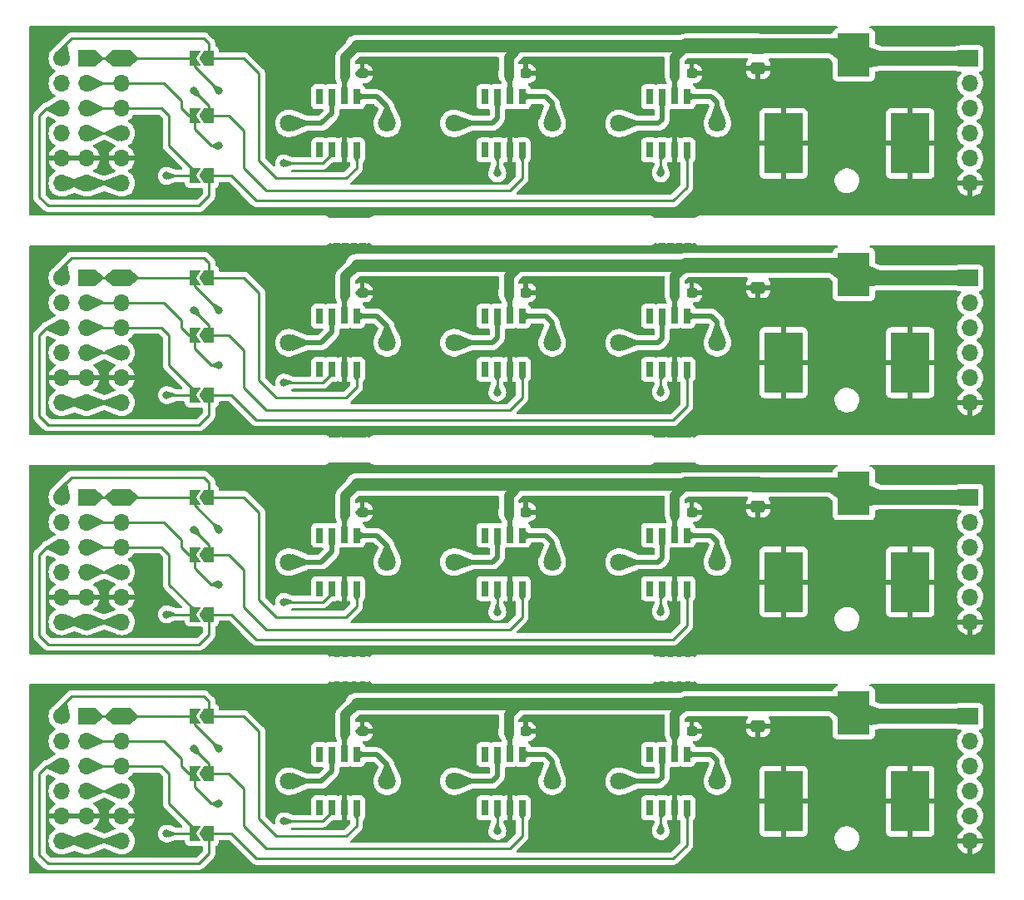
<source format=gbr>
%TF.GenerationSoftware,KiCad,Pcbnew,7.0.2*%
%TF.CreationDate,2023-10-31T00:57:24+09:00*%
%TF.ProjectId,kikit,6b696b69-742e-46b6-9963-61645f706362,rev?*%
%TF.SameCoordinates,Original*%
%TF.FileFunction,Copper,L1,Top*%
%TF.FilePolarity,Positive*%
%FSLAX46Y46*%
G04 Gerber Fmt 4.6, Leading zero omitted, Abs format (unit mm)*
G04 Created by KiCad (PCBNEW 7.0.2) date 2023-10-31 00:57:24*
%MOMM*%
%LPD*%
G01*
G04 APERTURE LIST*
G04 Aperture macros list*
%AMRoundRect*
0 Rectangle with rounded corners*
0 $1 Rounding radius*
0 $2 $3 $4 $5 $6 $7 $8 $9 X,Y pos of 4 corners*
0 Add a 4 corners polygon primitive as box body*
4,1,4,$2,$3,$4,$5,$6,$7,$8,$9,$2,$3,0*
0 Add four circle primitives for the rounded corners*
1,1,$1+$1,$2,$3*
1,1,$1+$1,$4,$5*
1,1,$1+$1,$6,$7*
1,1,$1+$1,$8,$9*
0 Add four rect primitives between the rounded corners*
20,1,$1+$1,$2,$3,$4,$5,0*
20,1,$1+$1,$4,$5,$6,$7,0*
20,1,$1+$1,$6,$7,$8,$9,0*
20,1,$1+$1,$8,$9,$2,$3,0*%
%AMFreePoly0*
4,1,6,1.000000,0.000000,0.500000,-0.750000,-0.500000,-0.750000,-0.500000,0.750000,0.500000,0.750000,1.000000,0.000000,1.000000,0.000000,$1*%
%AMFreePoly1*
4,1,6,0.500000,-0.750000,-0.650000,-0.750000,-0.150000,0.000000,-0.650000,0.750000,0.500000,0.750000,0.500000,-0.750000,0.500000,-0.750000,$1*%
G04 Aperture macros list end*
%TA.AperFunction,SMDPad,CuDef*%
%ADD10FreePoly0,180.000000*%
%TD*%
%TA.AperFunction,SMDPad,CuDef*%
%ADD11FreePoly1,180.000000*%
%TD*%
%TA.AperFunction,SMDPad,CuDef*%
%ADD12RoundRect,0.237500X-0.300000X-0.237500X0.300000X-0.237500X0.300000X0.237500X-0.300000X0.237500X0*%
%TD*%
%TA.AperFunction,SMDPad,CuDef*%
%ADD13R,0.700000X1.525000*%
%TD*%
%TA.AperFunction,ComponentPad*%
%ADD14C,1.700000*%
%TD*%
%TA.AperFunction,ComponentPad*%
%ADD15O,1.700000X1.700000*%
%TD*%
%TA.AperFunction,SMDPad,CuDef*%
%ADD16RoundRect,0.250000X-0.475000X0.337500X-0.475000X-0.337500X0.475000X-0.337500X0.475000X0.337500X0*%
%TD*%
%TA.AperFunction,ComponentPad*%
%ADD17R,1.700000X1.700000*%
%TD*%
%TA.AperFunction,ComponentPad*%
%ADD18C,1.800000*%
%TD*%
%TA.AperFunction,SMDPad,CuDef*%
%ADD19R,3.300000X4.400000*%
%TD*%
%TA.AperFunction,SMDPad,CuDef*%
%ADD20R,3.900000X6.200000*%
%TD*%
%TA.AperFunction,ViaPad*%
%ADD21C,0.800000*%
%TD*%
%TA.AperFunction,Conductor*%
%ADD22C,0.250000*%
%TD*%
%TA.AperFunction,Conductor*%
%ADD23C,0.500000*%
%TD*%
%TA.AperFunction,Conductor*%
%ADD24C,1.000000*%
%TD*%
%TA.AperFunction,Conductor*%
%ADD25C,1.500000*%
%TD*%
%TA.AperFunction,Conductor*%
%ADD26C,1.250000*%
%TD*%
G04 APERTURE END LIST*
D10*
%TO.P,JP2,1,A*%
%TO.N,Board_3-Net-(IC2-INB)*%
X117639000Y-96612000D03*
D11*
%TO.P,JP2,2,B*%
%TO.N,Board_3-Net-(IC2-INA)*%
X116189000Y-96612000D03*
%TD*%
D12*
%TO.P,C1,1*%
%TO.N,Board_2-Net-(IC1-VS)*%
X131508500Y-69974000D03*
%TO.P,C1,2*%
%TO.N,Board_2-GND*%
X133233500Y-69974000D03*
%TD*%
D13*
%TO.P,IC1,1,NC_1*%
%TO.N,Board_2-unconnected-(IC1-NC_1-Pad1)*%
X128862000Y-77766000D03*
%TO.P,IC1,2,INA*%
%TO.N,Board_2-Net-(IC1-INA)*%
X130132000Y-77766000D03*
%TO.P,IC1,3,GND*%
%TO.N,Board_2-GND*%
X131402000Y-77766000D03*
%TO.P,IC1,4,INB*%
%TO.N,Board_2-Net-(IC1-INB)*%
X132672000Y-77766000D03*
%TO.P,IC1,5,OUTB*%
%TO.N,Board_2-Net-(IC1-OUTB)*%
X132672000Y-72342000D03*
%TO.P,IC1,6,VS*%
%TO.N,Board_2-Net-(IC1-VS)*%
X131402000Y-72342000D03*
%TO.P,IC1,7,OUTA*%
%TO.N,Board_2-Net-(IC1-OUTA)*%
X130132000Y-72342000D03*
%TO.P,IC1,8,NC_2*%
%TO.N,Board_2-unconnected-(IC1-NC_2-Pad8)*%
X128862000Y-72342000D03*
%TD*%
%TO.P,IC2,1,NC_1*%
%TO.N,Board_3-unconnected-(IC2-NC_1-Pad1)*%
X145706000Y-100086000D03*
%TO.P,IC2,2,INA*%
%TO.N,Board_3-Net-(IC2-INA)*%
X146976000Y-100086000D03*
%TO.P,IC2,3,GND*%
%TO.N,Board_3-GND*%
X148246000Y-100086000D03*
%TO.P,IC2,4,INB*%
%TO.N,Board_3-Net-(IC2-INB)*%
X149516000Y-100086000D03*
%TO.P,IC2,5,OUTB*%
%TO.N,Board_3-Net-(IC2-OUTB)*%
X149516000Y-94662000D03*
%TO.P,IC2,6,VS*%
%TO.N,Board_3-Net-(IC1-VS)*%
X148246000Y-94662000D03*
%TO.P,IC2,7,OUTA*%
%TO.N,Board_3-Net-(IC2-OUTA)*%
X146976000Y-94662000D03*
%TO.P,IC2,8,NC_2*%
%TO.N,Board_3-unconnected-(IC2-NC_2-Pad8)*%
X145706000Y-94662000D03*
%TD*%
D14*
%TO.P,REF\u002A\u002A,1*%
%TO.N,Board_0-unconnected-(J1-Pin_4-Pad4)*%
X108749000Y-31430000D03*
D15*
%TO.P,REF\u002A\u002A,2*%
%TO.N,Board_0-GND*%
X108749000Y-33970000D03*
%TO.P,REF\u002A\u002A,3*%
%TO.N,Board_0-VCC*%
X108749000Y-36510000D03*
%TD*%
D16*
%TO.P,C2,1*%
%TO.N,Board_2-Net-(IC1-VS)*%
X173519000Y-67361700D03*
%TO.P,C2,2*%
%TO.N,Board_2-GND*%
X173519000Y-69436700D03*
%TD*%
D10*
%TO.P,JP2,1,A*%
%TO.N,Board_0-Net-(IC2-INB)*%
X117639000Y-29652000D03*
D11*
%TO.P,JP2,2,B*%
%TO.N,Board_0-Net-(IC2-INA)*%
X116189000Y-29652000D03*
%TD*%
D17*
%TO.P,J3,1,Pin_1*%
%TO.N,Board_3-Net-(IC1-INA)*%
X108749000Y-90770000D03*
D15*
%TO.P,J3,2,Pin_2*%
%TO.N,Board_3-Net-(IC2-INA)*%
X108749000Y-93310000D03*
%TO.P,J3,3,Pin_3*%
%TO.N,Board_3-Net-(IC3-INA)*%
X108749000Y-95850000D03*
%TD*%
D10*
%TO.P,JP1,1,A*%
%TO.N,Board_3-Net-(IC3-INB)*%
X117639000Y-102708000D03*
D11*
%TO.P,JP1,2,B*%
%TO.N,Board_3-Net-(IC3-INA)*%
X116189000Y-102708000D03*
%TD*%
D10*
%TO.P,JP2,1,A*%
%TO.N,Board_1-Net-(IC2-INB)*%
X117639000Y-51972000D03*
D11*
%TO.P,JP2,2,B*%
%TO.N,Board_1-Net-(IC2-INA)*%
X116189000Y-51972000D03*
%TD*%
D12*
%TO.P,C3,1*%
%TO.N,Board_2-Net-(IC1-VS)*%
X148145500Y-69974000D03*
%TO.P,C3,2*%
%TO.N,Board_2-GND*%
X149870500Y-69974000D03*
%TD*%
%TO.P,C3,1*%
%TO.N,Board_1-Net-(IC1-VS)*%
X148145500Y-47654000D03*
%TO.P,C3,2*%
%TO.N,Board_1-GND*%
X149870500Y-47654000D03*
%TD*%
D13*
%TO.P,IC2,1,NC_1*%
%TO.N,Board_1-unconnected-(IC2-NC_1-Pad1)*%
X145706000Y-55446000D03*
%TO.P,IC2,2,INA*%
%TO.N,Board_1-Net-(IC2-INA)*%
X146976000Y-55446000D03*
%TO.P,IC2,3,GND*%
%TO.N,Board_1-GND*%
X148246000Y-55446000D03*
%TO.P,IC2,4,INB*%
%TO.N,Board_1-Net-(IC2-INB)*%
X149516000Y-55446000D03*
%TO.P,IC2,5,OUTB*%
%TO.N,Board_1-Net-(IC2-OUTB)*%
X149516000Y-50022000D03*
%TO.P,IC2,6,VS*%
%TO.N,Board_1-Net-(IC1-VS)*%
X148246000Y-50022000D03*
%TO.P,IC2,7,OUTA*%
%TO.N,Board_1-Net-(IC2-OUTA)*%
X146976000Y-50022000D03*
%TO.P,IC2,8,NC_2*%
%TO.N,Board_1-unconnected-(IC2-NC_2-Pad8)*%
X145706000Y-50022000D03*
%TD*%
D17*
%TO.P,REF\u002A\u002A,1*%
%TO.N,Board_2-Net-(IC1-VS)*%
X195109000Y-68450000D03*
D15*
%TO.P,REF\u002A\u002A,2*%
%TO.N,N/C*%
X195109000Y-70990000D03*
%TO.P,REF\u002A\u002A,3*%
X195109000Y-73530000D03*
%TO.P,REF\u002A\u002A,4*%
X195109000Y-76070000D03*
%TO.P,REF\u002A\u002A,5*%
X195109000Y-78610000D03*
%TO.P,REF\u002A\u002A,6*%
%TO.N,Board_2-GND*%
X195109000Y-81150000D03*
%TD*%
D18*
%TO.P,U3,1,1*%
%TO.N,Board_0-Net-(IC3-OUTA)*%
X159375000Y-30414000D03*
%TO.P,U3,2,2*%
%TO.N,Board_0-Net-(IC3-OUTB)*%
X169375000Y-30414000D03*
%TD*%
D19*
%TO.P,J2,1*%
%TO.N,Board_3-Net-(IC1-VS)*%
X183263000Y-90406000D03*
D20*
%TO.P,J2,2*%
%TO.N,Board_3-GND*%
X176113000Y-99406000D03*
%TO.P,J2,3*%
X189013000Y-99406000D03*
%TD*%
D10*
%TO.P,JP3,1,A*%
%TO.N,Board_3-Net-(IC1-INB)*%
X117639000Y-90770000D03*
D11*
%TO.P,JP3,2,B*%
%TO.N,Board_3-Net-(IC1-INA)*%
X116189000Y-90770000D03*
%TD*%
D12*
%TO.P,C1,1*%
%TO.N,Board_1-Net-(IC1-VS)*%
X131508500Y-47654000D03*
%TO.P,C1,2*%
%TO.N,Board_1-GND*%
X133233500Y-47654000D03*
%TD*%
D17*
%TO.P,REF\u002A\u002A,1*%
%TO.N,Board_3-Net-(IC1-VS)*%
X195109000Y-90770000D03*
D15*
%TO.P,REF\u002A\u002A,2*%
%TO.N,N/C*%
X195109000Y-93310000D03*
%TO.P,REF\u002A\u002A,3*%
X195109000Y-95850000D03*
%TO.P,REF\u002A\u002A,4*%
X195109000Y-98390000D03*
%TO.P,REF\u002A\u002A,5*%
X195109000Y-100930000D03*
%TO.P,REF\u002A\u002A,6*%
%TO.N,Board_3-GND*%
X195109000Y-103470000D03*
%TD*%
D19*
%TO.P,J2,1*%
%TO.N,Board_2-Net-(IC1-VS)*%
X183263000Y-68086000D03*
D20*
%TO.P,J2,2*%
%TO.N,Board_2-GND*%
X176113000Y-77086000D03*
%TO.P,J2,3*%
X189013000Y-77086000D03*
%TD*%
D16*
%TO.P,C2,1*%
%TO.N,Board_0-Net-(IC1-VS)*%
X173519000Y-22721700D03*
%TO.P,C2,2*%
%TO.N,Board_0-GND*%
X173519000Y-24796700D03*
%TD*%
D18*
%TO.P,U2,1,1*%
%TO.N,Board_1-Net-(IC2-OUTA)*%
X142564000Y-52734000D03*
%TO.P,U2,2,2*%
%TO.N,Board_1-Net-(IC2-OUTB)*%
X152564000Y-52734000D03*
%TD*%
%TO.P,U1,1,1*%
%TO.N,Board_3-Net-(IC1-OUTA)*%
X125767000Y-97374000D03*
%TO.P,U1,2,2*%
%TO.N,Board_3-Net-(IC1-OUTB)*%
X135767000Y-97374000D03*
%TD*%
D12*
%TO.P,C5,1*%
%TO.N,Board_3-Net-(IC1-VS)*%
X165036500Y-92294000D03*
%TO.P,C5,2*%
%TO.N,Board_3-GND*%
X166761500Y-92294000D03*
%TD*%
D18*
%TO.P,U3,1,1*%
%TO.N,Board_3-Net-(IC3-OUTA)*%
X159375000Y-97374000D03*
%TO.P,U3,2,2*%
%TO.N,Board_3-Net-(IC3-OUTB)*%
X169375000Y-97374000D03*
%TD*%
%TO.P,U2,1,1*%
%TO.N,Board_2-Net-(IC2-OUTA)*%
X142564000Y-75054000D03*
%TO.P,U2,2,2*%
%TO.N,Board_2-Net-(IC2-OUTB)*%
X152564000Y-75054000D03*
%TD*%
D13*
%TO.P,IC2,1,NC_1*%
%TO.N,Board_2-unconnected-(IC2-NC_1-Pad1)*%
X145706000Y-77766000D03*
%TO.P,IC2,2,INA*%
%TO.N,Board_2-Net-(IC2-INA)*%
X146976000Y-77766000D03*
%TO.P,IC2,3,GND*%
%TO.N,Board_2-GND*%
X148246000Y-77766000D03*
%TO.P,IC2,4,INB*%
%TO.N,Board_2-Net-(IC2-INB)*%
X149516000Y-77766000D03*
%TO.P,IC2,5,OUTB*%
%TO.N,Board_2-Net-(IC2-OUTB)*%
X149516000Y-72342000D03*
%TO.P,IC2,6,VS*%
%TO.N,Board_2-Net-(IC1-VS)*%
X148246000Y-72342000D03*
%TO.P,IC2,7,OUTA*%
%TO.N,Board_2-Net-(IC2-OUTA)*%
X146976000Y-72342000D03*
%TO.P,IC2,8,NC_2*%
%TO.N,Board_2-unconnected-(IC2-NC_2-Pad8)*%
X145706000Y-72342000D03*
%TD*%
%TO.P,IC3,1,NC_1*%
%TO.N,Board_1-unconnected-(IC3-NC_1-Pad1)*%
X162470000Y-55446000D03*
%TO.P,IC3,2,INA*%
%TO.N,Board_1-Net-(IC3-INA)*%
X163740000Y-55446000D03*
%TO.P,IC3,3,GND*%
%TO.N,Board_1-GND*%
X165010000Y-55446000D03*
%TO.P,IC3,4,INB*%
%TO.N,Board_1-Net-(IC3-INB)*%
X166280000Y-55446000D03*
%TO.P,IC3,5,OUTB*%
%TO.N,Board_1-Net-(IC3-OUTB)*%
X166280000Y-50022000D03*
%TO.P,IC3,6,VS*%
%TO.N,Board_1-Net-(IC1-VS)*%
X165010000Y-50022000D03*
%TO.P,IC3,7,OUTA*%
%TO.N,Board_1-Net-(IC3-OUTA)*%
X163740000Y-50022000D03*
%TO.P,IC3,8,NC_2*%
%TO.N,Board_1-unconnected-(IC3-NC_2-Pad8)*%
X162470000Y-50022000D03*
%TD*%
D17*
%TO.P,J1,1,Pin_1*%
%TO.N,Board_0-Net-(IC1-INA)*%
X105192000Y-23810000D03*
D15*
%TO.P,J1,2,Pin_2*%
%TO.N,Board_0-Net-(IC2-INA)*%
X105192000Y-26350000D03*
%TO.P,J1,3,Pin_3*%
%TO.N,Board_0-Net-(IC3-INA)*%
X105192000Y-28890000D03*
%TO.P,J1,4,Pin_4*%
%TO.N,Board_0-unconnected-(J1-Pin_4-Pad4)*%
X105192000Y-31430000D03*
%TO.P,J1,5,Pin_5*%
%TO.N,Board_0-GND*%
X105192000Y-33970000D03*
%TO.P,J1,6,Pin_6*%
%TO.N,Board_0-VCC*%
X105192000Y-36510000D03*
D14*
%TO.P,J1,7,Pin_7*%
%TO.N,Board_0-Net-(IC1-INB)*%
X102652000Y-23810000D03*
D15*
%TO.P,J1,8,Pin_8*%
%TO.N,Board_0-Net-(IC2-INB)*%
X102652000Y-26350000D03*
%TO.P,J1,9,Pin_9*%
%TO.N,Board_0-Net-(IC3-INB)*%
X102652000Y-28890000D03*
%TO.P,J1,10,Pin_10*%
%TO.N,Board_0-unconnected-(J1-Pin_10-Pad10)*%
X102652000Y-31430000D03*
%TO.P,J1,11,Pin_11*%
%TO.N,Board_0-GND*%
X102652000Y-33970000D03*
%TO.P,J1,12,Pin_12*%
%TO.N,Board_0-VCC*%
X102652000Y-36510000D03*
%TD*%
D18*
%TO.P,U3,1,1*%
%TO.N,Board_2-Net-(IC3-OUTA)*%
X159375000Y-75054000D03*
%TO.P,U3,2,2*%
%TO.N,Board_2-Net-(IC3-OUTB)*%
X169375000Y-75054000D03*
%TD*%
D10*
%TO.P,JP3,1,A*%
%TO.N,Board_0-Net-(IC1-INB)*%
X117639000Y-23810000D03*
D11*
%TO.P,JP3,2,B*%
%TO.N,Board_0-Net-(IC1-INA)*%
X116189000Y-23810000D03*
%TD*%
D10*
%TO.P,JP2,1,A*%
%TO.N,Board_2-Net-(IC2-INB)*%
X117639000Y-74292000D03*
D11*
%TO.P,JP2,2,B*%
%TO.N,Board_2-Net-(IC2-INA)*%
X116189000Y-74292000D03*
%TD*%
D14*
%TO.P,REF\u002A\u002A,1*%
%TO.N,Board_2-unconnected-(J1-Pin_4-Pad4)*%
X108749000Y-76070000D03*
D15*
%TO.P,REF\u002A\u002A,2*%
%TO.N,Board_2-GND*%
X108749000Y-78610000D03*
%TO.P,REF\u002A\u002A,3*%
%TO.N,Board_2-VCC*%
X108749000Y-81150000D03*
%TD*%
D10*
%TO.P,JP1,1,A*%
%TO.N,Board_1-Net-(IC3-INB)*%
X117639000Y-58068000D03*
D11*
%TO.P,JP1,2,B*%
%TO.N,Board_1-Net-(IC3-INA)*%
X116189000Y-58068000D03*
%TD*%
D17*
%TO.P,J1,1,Pin_1*%
%TO.N,Board_3-Net-(IC1-INA)*%
X105192000Y-90770000D03*
D15*
%TO.P,J1,2,Pin_2*%
%TO.N,Board_3-Net-(IC2-INA)*%
X105192000Y-93310000D03*
%TO.P,J1,3,Pin_3*%
%TO.N,Board_3-Net-(IC3-INA)*%
X105192000Y-95850000D03*
%TO.P,J1,4,Pin_4*%
%TO.N,Board_3-unconnected-(J1-Pin_4-Pad4)*%
X105192000Y-98390000D03*
%TO.P,J1,5,Pin_5*%
%TO.N,Board_3-GND*%
X105192000Y-100930000D03*
%TO.P,J1,6,Pin_6*%
%TO.N,Board_3-VCC*%
X105192000Y-103470000D03*
D14*
%TO.P,J1,7,Pin_7*%
%TO.N,Board_3-Net-(IC1-INB)*%
X102652000Y-90770000D03*
D15*
%TO.P,J1,8,Pin_8*%
%TO.N,Board_3-Net-(IC2-INB)*%
X102652000Y-93310000D03*
%TO.P,J1,9,Pin_9*%
%TO.N,Board_3-Net-(IC3-INB)*%
X102652000Y-95850000D03*
%TO.P,J1,10,Pin_10*%
%TO.N,Board_3-unconnected-(J1-Pin_10-Pad10)*%
X102652000Y-98390000D03*
%TO.P,J1,11,Pin_11*%
%TO.N,Board_3-GND*%
X102652000Y-100930000D03*
%TO.P,J1,12,Pin_12*%
%TO.N,Board_3-VCC*%
X102652000Y-103470000D03*
%TD*%
D13*
%TO.P,IC3,1,NC_1*%
%TO.N,Board_0-unconnected-(IC3-NC_1-Pad1)*%
X162470000Y-33126000D03*
%TO.P,IC3,2,INA*%
%TO.N,Board_0-Net-(IC3-INA)*%
X163740000Y-33126000D03*
%TO.P,IC3,3,GND*%
%TO.N,Board_0-GND*%
X165010000Y-33126000D03*
%TO.P,IC3,4,INB*%
%TO.N,Board_0-Net-(IC3-INB)*%
X166280000Y-33126000D03*
%TO.P,IC3,5,OUTB*%
%TO.N,Board_0-Net-(IC3-OUTB)*%
X166280000Y-27702000D03*
%TO.P,IC3,6,VS*%
%TO.N,Board_0-Net-(IC1-VS)*%
X165010000Y-27702000D03*
%TO.P,IC3,7,OUTA*%
%TO.N,Board_0-Net-(IC3-OUTA)*%
X163740000Y-27702000D03*
%TO.P,IC3,8,NC_2*%
%TO.N,Board_0-unconnected-(IC3-NC_2-Pad8)*%
X162470000Y-27702000D03*
%TD*%
D18*
%TO.P,U3,1,1*%
%TO.N,Board_1-Net-(IC3-OUTA)*%
X159375000Y-52734000D03*
%TO.P,U3,2,2*%
%TO.N,Board_1-Net-(IC3-OUTB)*%
X169375000Y-52734000D03*
%TD*%
D10*
%TO.P,JP1,1,A*%
%TO.N,Board_2-Net-(IC3-INB)*%
X117639000Y-80388000D03*
D11*
%TO.P,JP1,2,B*%
%TO.N,Board_2-Net-(IC3-INA)*%
X116189000Y-80388000D03*
%TD*%
D13*
%TO.P,IC2,1,NC_1*%
%TO.N,Board_0-unconnected-(IC2-NC_1-Pad1)*%
X145706000Y-33126000D03*
%TO.P,IC2,2,INA*%
%TO.N,Board_0-Net-(IC2-INA)*%
X146976000Y-33126000D03*
%TO.P,IC2,3,GND*%
%TO.N,Board_0-GND*%
X148246000Y-33126000D03*
%TO.P,IC2,4,INB*%
%TO.N,Board_0-Net-(IC2-INB)*%
X149516000Y-33126000D03*
%TO.P,IC2,5,OUTB*%
%TO.N,Board_0-Net-(IC2-OUTB)*%
X149516000Y-27702000D03*
%TO.P,IC2,6,VS*%
%TO.N,Board_0-Net-(IC1-VS)*%
X148246000Y-27702000D03*
%TO.P,IC2,7,OUTA*%
%TO.N,Board_0-Net-(IC2-OUTA)*%
X146976000Y-27702000D03*
%TO.P,IC2,8,NC_2*%
%TO.N,Board_0-unconnected-(IC2-NC_2-Pad8)*%
X145706000Y-27702000D03*
%TD*%
%TO.P,IC1,1,NC_1*%
%TO.N,Board_1-unconnected-(IC1-NC_1-Pad1)*%
X128862000Y-55446000D03*
%TO.P,IC1,2,INA*%
%TO.N,Board_1-Net-(IC1-INA)*%
X130132000Y-55446000D03*
%TO.P,IC1,3,GND*%
%TO.N,Board_1-GND*%
X131402000Y-55446000D03*
%TO.P,IC1,4,INB*%
%TO.N,Board_1-Net-(IC1-INB)*%
X132672000Y-55446000D03*
%TO.P,IC1,5,OUTB*%
%TO.N,Board_1-Net-(IC1-OUTB)*%
X132672000Y-50022000D03*
%TO.P,IC1,6,VS*%
%TO.N,Board_1-Net-(IC1-VS)*%
X131402000Y-50022000D03*
%TO.P,IC1,7,OUTA*%
%TO.N,Board_1-Net-(IC1-OUTA)*%
X130132000Y-50022000D03*
%TO.P,IC1,8,NC_2*%
%TO.N,Board_1-unconnected-(IC1-NC_2-Pad8)*%
X128862000Y-50022000D03*
%TD*%
D14*
%TO.P,REF\u002A\u002A,1*%
%TO.N,Board_3-unconnected-(J1-Pin_4-Pad4)*%
X108749000Y-98390000D03*
D15*
%TO.P,REF\u002A\u002A,2*%
%TO.N,Board_3-GND*%
X108749000Y-100930000D03*
%TO.P,REF\u002A\u002A,3*%
%TO.N,Board_3-VCC*%
X108749000Y-103470000D03*
%TD*%
D17*
%TO.P,REF\u002A\u002A,1*%
%TO.N,Board_1-Net-(IC1-VS)*%
X195109000Y-46130000D03*
D15*
%TO.P,REF\u002A\u002A,2*%
%TO.N,N/C*%
X195109000Y-48670000D03*
%TO.P,REF\u002A\u002A,3*%
X195109000Y-51210000D03*
%TO.P,REF\u002A\u002A,4*%
X195109000Y-53750000D03*
%TO.P,REF\u002A\u002A,5*%
X195109000Y-56290000D03*
%TO.P,REF\u002A\u002A,6*%
%TO.N,Board_1-GND*%
X195109000Y-58830000D03*
%TD*%
D17*
%TO.P,J3,1,Pin_1*%
%TO.N,Board_0-Net-(IC1-INA)*%
X108749000Y-23810000D03*
D15*
%TO.P,J3,2,Pin_2*%
%TO.N,Board_0-Net-(IC2-INA)*%
X108749000Y-26350000D03*
%TO.P,J3,3,Pin_3*%
%TO.N,Board_0-Net-(IC3-INA)*%
X108749000Y-28890000D03*
%TD*%
D17*
%TO.P,J3,1,Pin_1*%
%TO.N,Board_1-Net-(IC1-INA)*%
X108749000Y-46130000D03*
D15*
%TO.P,J3,2,Pin_2*%
%TO.N,Board_1-Net-(IC2-INA)*%
X108749000Y-48670000D03*
%TO.P,J3,3,Pin_3*%
%TO.N,Board_1-Net-(IC3-INA)*%
X108749000Y-51210000D03*
%TD*%
D18*
%TO.P,U1,1,1*%
%TO.N,Board_2-Net-(IC1-OUTA)*%
X125767000Y-75054000D03*
%TO.P,U1,2,2*%
%TO.N,Board_2-Net-(IC1-OUTB)*%
X135767000Y-75054000D03*
%TD*%
D17*
%TO.P,J1,1,Pin_1*%
%TO.N,Board_1-Net-(IC1-INA)*%
X105192000Y-46130000D03*
D15*
%TO.P,J1,2,Pin_2*%
%TO.N,Board_1-Net-(IC2-INA)*%
X105192000Y-48670000D03*
%TO.P,J1,3,Pin_3*%
%TO.N,Board_1-Net-(IC3-INA)*%
X105192000Y-51210000D03*
%TO.P,J1,4,Pin_4*%
%TO.N,Board_1-unconnected-(J1-Pin_4-Pad4)*%
X105192000Y-53750000D03*
%TO.P,J1,5,Pin_5*%
%TO.N,Board_1-GND*%
X105192000Y-56290000D03*
%TO.P,J1,6,Pin_6*%
%TO.N,Board_1-VCC*%
X105192000Y-58830000D03*
D14*
%TO.P,J1,7,Pin_7*%
%TO.N,Board_1-Net-(IC1-INB)*%
X102652000Y-46130000D03*
D15*
%TO.P,J1,8,Pin_8*%
%TO.N,Board_1-Net-(IC2-INB)*%
X102652000Y-48670000D03*
%TO.P,J1,9,Pin_9*%
%TO.N,Board_1-Net-(IC3-INB)*%
X102652000Y-51210000D03*
%TO.P,J1,10,Pin_10*%
%TO.N,Board_1-unconnected-(J1-Pin_10-Pad10)*%
X102652000Y-53750000D03*
%TO.P,J1,11,Pin_11*%
%TO.N,Board_1-GND*%
X102652000Y-56290000D03*
%TO.P,J1,12,Pin_12*%
%TO.N,Board_1-VCC*%
X102652000Y-58830000D03*
%TD*%
D12*
%TO.P,C5,1*%
%TO.N,Board_1-Net-(IC1-VS)*%
X165036500Y-47654000D03*
%TO.P,C5,2*%
%TO.N,Board_1-GND*%
X166761500Y-47654000D03*
%TD*%
D18*
%TO.P,U1,1,1*%
%TO.N,Board_0-Net-(IC1-OUTA)*%
X125767000Y-30414000D03*
%TO.P,U1,2,2*%
%TO.N,Board_0-Net-(IC1-OUTB)*%
X135767000Y-30414000D03*
%TD*%
D13*
%TO.P,IC1,1,NC_1*%
%TO.N,Board_3-unconnected-(IC1-NC_1-Pad1)*%
X128862000Y-100086000D03*
%TO.P,IC1,2,INA*%
%TO.N,Board_3-Net-(IC1-INA)*%
X130132000Y-100086000D03*
%TO.P,IC1,3,GND*%
%TO.N,Board_3-GND*%
X131402000Y-100086000D03*
%TO.P,IC1,4,INB*%
%TO.N,Board_3-Net-(IC1-INB)*%
X132672000Y-100086000D03*
%TO.P,IC1,5,OUTB*%
%TO.N,Board_3-Net-(IC1-OUTB)*%
X132672000Y-94662000D03*
%TO.P,IC1,6,VS*%
%TO.N,Board_3-Net-(IC1-VS)*%
X131402000Y-94662000D03*
%TO.P,IC1,7,OUTA*%
%TO.N,Board_3-Net-(IC1-OUTA)*%
X130132000Y-94662000D03*
%TO.P,IC1,8,NC_2*%
%TO.N,Board_3-unconnected-(IC1-NC_2-Pad8)*%
X128862000Y-94662000D03*
%TD*%
D10*
%TO.P,JP3,1,A*%
%TO.N,Board_2-Net-(IC1-INB)*%
X117639000Y-68450000D03*
D11*
%TO.P,JP3,2,B*%
%TO.N,Board_2-Net-(IC1-INA)*%
X116189000Y-68450000D03*
%TD*%
D12*
%TO.P,C5,1*%
%TO.N,Board_0-Net-(IC1-VS)*%
X165036500Y-25334000D03*
%TO.P,C5,2*%
%TO.N,Board_0-GND*%
X166761500Y-25334000D03*
%TD*%
D13*
%TO.P,IC3,1,NC_1*%
%TO.N,Board_3-unconnected-(IC3-NC_1-Pad1)*%
X162470000Y-100086000D03*
%TO.P,IC3,2,INA*%
%TO.N,Board_3-Net-(IC3-INA)*%
X163740000Y-100086000D03*
%TO.P,IC3,3,GND*%
%TO.N,Board_3-GND*%
X165010000Y-100086000D03*
%TO.P,IC3,4,INB*%
%TO.N,Board_3-Net-(IC3-INB)*%
X166280000Y-100086000D03*
%TO.P,IC3,5,OUTB*%
%TO.N,Board_3-Net-(IC3-OUTB)*%
X166280000Y-94662000D03*
%TO.P,IC3,6,VS*%
%TO.N,Board_3-Net-(IC1-VS)*%
X165010000Y-94662000D03*
%TO.P,IC3,7,OUTA*%
%TO.N,Board_3-Net-(IC3-OUTA)*%
X163740000Y-94662000D03*
%TO.P,IC3,8,NC_2*%
%TO.N,Board_3-unconnected-(IC3-NC_2-Pad8)*%
X162470000Y-94662000D03*
%TD*%
D16*
%TO.P,C2,1*%
%TO.N,Board_3-Net-(IC1-VS)*%
X173519000Y-89681700D03*
%TO.P,C2,2*%
%TO.N,Board_3-GND*%
X173519000Y-91756700D03*
%TD*%
D17*
%TO.P,J3,1,Pin_1*%
%TO.N,Board_2-Net-(IC1-INA)*%
X108749000Y-68450000D03*
D15*
%TO.P,J3,2,Pin_2*%
%TO.N,Board_2-Net-(IC2-INA)*%
X108749000Y-70990000D03*
%TO.P,J3,3,Pin_3*%
%TO.N,Board_2-Net-(IC3-INA)*%
X108749000Y-73530000D03*
%TD*%
D10*
%TO.P,JP3,1,A*%
%TO.N,Board_1-Net-(IC1-INB)*%
X117639000Y-46130000D03*
D11*
%TO.P,JP3,2,B*%
%TO.N,Board_1-Net-(IC1-INA)*%
X116189000Y-46130000D03*
%TD*%
D12*
%TO.P,C1,1*%
%TO.N,Board_3-Net-(IC1-VS)*%
X131508500Y-92294000D03*
%TO.P,C1,2*%
%TO.N,Board_3-GND*%
X133233500Y-92294000D03*
%TD*%
D17*
%TO.P,REF\u002A\u002A,1*%
%TO.N,Board_0-Net-(IC1-VS)*%
X195109000Y-23810000D03*
D15*
%TO.P,REF\u002A\u002A,2*%
%TO.N,N/C*%
X195109000Y-26350000D03*
%TO.P,REF\u002A\u002A,3*%
X195109000Y-28890000D03*
%TO.P,REF\u002A\u002A,4*%
X195109000Y-31430000D03*
%TO.P,REF\u002A\u002A,5*%
X195109000Y-33970000D03*
%TO.P,REF\u002A\u002A,6*%
%TO.N,Board_0-GND*%
X195109000Y-36510000D03*
%TD*%
D13*
%TO.P,IC1,1,NC_1*%
%TO.N,Board_0-unconnected-(IC1-NC_1-Pad1)*%
X128862000Y-33126000D03*
%TO.P,IC1,2,INA*%
%TO.N,Board_0-Net-(IC1-INA)*%
X130132000Y-33126000D03*
%TO.P,IC1,3,GND*%
%TO.N,Board_0-GND*%
X131402000Y-33126000D03*
%TO.P,IC1,4,INB*%
%TO.N,Board_0-Net-(IC1-INB)*%
X132672000Y-33126000D03*
%TO.P,IC1,5,OUTB*%
%TO.N,Board_0-Net-(IC1-OUTB)*%
X132672000Y-27702000D03*
%TO.P,IC1,6,VS*%
%TO.N,Board_0-Net-(IC1-VS)*%
X131402000Y-27702000D03*
%TO.P,IC1,7,OUTA*%
%TO.N,Board_0-Net-(IC1-OUTA)*%
X130132000Y-27702000D03*
%TO.P,IC1,8,NC_2*%
%TO.N,Board_0-unconnected-(IC1-NC_2-Pad8)*%
X128862000Y-27702000D03*
%TD*%
D12*
%TO.P,C1,1*%
%TO.N,Board_0-Net-(IC1-VS)*%
X131508500Y-25334000D03*
%TO.P,C1,2*%
%TO.N,Board_0-GND*%
X133233500Y-25334000D03*
%TD*%
%TO.P,C3,1*%
%TO.N,Board_3-Net-(IC1-VS)*%
X148145500Y-92294000D03*
%TO.P,C3,2*%
%TO.N,Board_3-GND*%
X149870500Y-92294000D03*
%TD*%
D16*
%TO.P,C2,1*%
%TO.N,Board_1-Net-(IC1-VS)*%
X173519000Y-45041700D03*
%TO.P,C2,2*%
%TO.N,Board_1-GND*%
X173519000Y-47116700D03*
%TD*%
D18*
%TO.P,U2,1,1*%
%TO.N,Board_3-Net-(IC2-OUTA)*%
X142564000Y-97374000D03*
%TO.P,U2,2,2*%
%TO.N,Board_3-Net-(IC2-OUTB)*%
X152564000Y-97374000D03*
%TD*%
D14*
%TO.P,REF\u002A\u002A,1*%
%TO.N,Board_1-unconnected-(J1-Pin_4-Pad4)*%
X108749000Y-53750000D03*
D15*
%TO.P,REF\u002A\u002A,2*%
%TO.N,Board_1-GND*%
X108749000Y-56290000D03*
%TO.P,REF\u002A\u002A,3*%
%TO.N,Board_1-VCC*%
X108749000Y-58830000D03*
%TD*%
D12*
%TO.P,C5,1*%
%TO.N,Board_2-Net-(IC1-VS)*%
X165036500Y-69974000D03*
%TO.P,C5,2*%
%TO.N,Board_2-GND*%
X166761500Y-69974000D03*
%TD*%
D19*
%TO.P,J2,1*%
%TO.N,Board_1-Net-(IC1-VS)*%
X183263000Y-45766000D03*
D20*
%TO.P,J2,2*%
%TO.N,Board_1-GND*%
X176113000Y-54766000D03*
%TO.P,J2,3*%
X189013000Y-54766000D03*
%TD*%
D17*
%TO.P,J1,1,Pin_1*%
%TO.N,Board_2-Net-(IC1-INA)*%
X105192000Y-68450000D03*
D15*
%TO.P,J1,2,Pin_2*%
%TO.N,Board_2-Net-(IC2-INA)*%
X105192000Y-70990000D03*
%TO.P,J1,3,Pin_3*%
%TO.N,Board_2-Net-(IC3-INA)*%
X105192000Y-73530000D03*
%TO.P,J1,4,Pin_4*%
%TO.N,Board_2-unconnected-(J1-Pin_4-Pad4)*%
X105192000Y-76070000D03*
%TO.P,J1,5,Pin_5*%
%TO.N,Board_2-GND*%
X105192000Y-78610000D03*
%TO.P,J1,6,Pin_6*%
%TO.N,Board_2-VCC*%
X105192000Y-81150000D03*
D14*
%TO.P,J1,7,Pin_7*%
%TO.N,Board_2-Net-(IC1-INB)*%
X102652000Y-68450000D03*
D15*
%TO.P,J1,8,Pin_8*%
%TO.N,Board_2-Net-(IC2-INB)*%
X102652000Y-70990000D03*
%TO.P,J1,9,Pin_9*%
%TO.N,Board_2-Net-(IC3-INB)*%
X102652000Y-73530000D03*
%TO.P,J1,10,Pin_10*%
%TO.N,Board_2-unconnected-(J1-Pin_10-Pad10)*%
X102652000Y-76070000D03*
%TO.P,J1,11,Pin_11*%
%TO.N,Board_2-GND*%
X102652000Y-78610000D03*
%TO.P,J1,12,Pin_12*%
%TO.N,Board_2-VCC*%
X102652000Y-81150000D03*
%TD*%
D19*
%TO.P,J2,1*%
%TO.N,Board_0-Net-(IC1-VS)*%
X183263000Y-23446000D03*
D20*
%TO.P,J2,2*%
%TO.N,Board_0-GND*%
X176113000Y-32446000D03*
%TO.P,J2,3*%
X189013000Y-32446000D03*
%TD*%
D12*
%TO.P,C3,1*%
%TO.N,Board_0-Net-(IC1-VS)*%
X148145500Y-25334000D03*
%TO.P,C3,2*%
%TO.N,Board_0-GND*%
X149870500Y-25334000D03*
%TD*%
D13*
%TO.P,IC3,1,NC_1*%
%TO.N,Board_2-unconnected-(IC3-NC_1-Pad1)*%
X162470000Y-77766000D03*
%TO.P,IC3,2,INA*%
%TO.N,Board_2-Net-(IC3-INA)*%
X163740000Y-77766000D03*
%TO.P,IC3,3,GND*%
%TO.N,Board_2-GND*%
X165010000Y-77766000D03*
%TO.P,IC3,4,INB*%
%TO.N,Board_2-Net-(IC3-INB)*%
X166280000Y-77766000D03*
%TO.P,IC3,5,OUTB*%
%TO.N,Board_2-Net-(IC3-OUTB)*%
X166280000Y-72342000D03*
%TO.P,IC3,6,VS*%
%TO.N,Board_2-Net-(IC1-VS)*%
X165010000Y-72342000D03*
%TO.P,IC3,7,OUTA*%
%TO.N,Board_2-Net-(IC3-OUTA)*%
X163740000Y-72342000D03*
%TO.P,IC3,8,NC_2*%
%TO.N,Board_2-unconnected-(IC3-NC_2-Pad8)*%
X162470000Y-72342000D03*
%TD*%
D18*
%TO.P,U1,1,1*%
%TO.N,Board_1-Net-(IC1-OUTA)*%
X125767000Y-52734000D03*
%TO.P,U1,2,2*%
%TO.N,Board_1-Net-(IC1-OUTB)*%
X135767000Y-52734000D03*
%TD*%
%TO.P,U2,1,1*%
%TO.N,Board_0-Net-(IC2-OUTA)*%
X142564000Y-30414000D03*
%TO.P,U2,2,2*%
%TO.N,Board_0-Net-(IC2-OUTB)*%
X152564000Y-30414000D03*
%TD*%
D10*
%TO.P,JP1,1,A*%
%TO.N,Board_0-Net-(IC3-INB)*%
X117639000Y-35748000D03*
D11*
%TO.P,JP1,2,B*%
%TO.N,Board_0-Net-(IC3-INA)*%
X116189000Y-35748000D03*
%TD*%
D21*
%TO.N,Board_3-Net-(IC3-INA)*%
X163613000Y-102454000D03*
X113321000Y-102708000D03*
%TO.N,Board_3-Net-(IC2-INB)*%
X116115000Y-94072000D03*
%TO.N,Board_3-Net-(IC2-INA)*%
X146976000Y-102454000D03*
X118655000Y-99660000D03*
%TO.N,Board_3-Net-(IC1-INA)*%
X118655000Y-94072000D03*
X125259000Y-101438000D03*
%TO.N,Board_3-GND*%
X139229000Y-99914000D03*
X155993000Y-91786000D03*
X139229000Y-91786000D03*
X155993000Y-101946000D03*
%TO.N,Board_2-Net-(IC3-INA)*%
X163613000Y-80134000D03*
X113321000Y-80388000D03*
%TO.N,Board_2-Net-(IC2-INB)*%
X116115000Y-71752000D03*
%TO.N,Board_2-Net-(IC2-INA)*%
X118655000Y-77340000D03*
X146976000Y-80134000D03*
%TO.N,Board_2-Net-(IC1-INA)*%
X125259000Y-79118000D03*
X118655000Y-71752000D03*
%TO.N,Board_2-GND*%
X155993000Y-69466000D03*
X139229000Y-77594000D03*
X139229000Y-69466000D03*
X155993000Y-79626000D03*
%TO.N,Board_1-Net-(IC3-INA)*%
X163613000Y-57814000D03*
X113321000Y-58068000D03*
%TO.N,Board_1-Net-(IC2-INB)*%
X116115000Y-49432000D03*
%TO.N,Board_1-Net-(IC2-INA)*%
X146976000Y-57814000D03*
X118655000Y-55020000D03*
%TO.N,Board_1-Net-(IC1-INA)*%
X125259000Y-56798000D03*
X118655000Y-49432000D03*
%TO.N,Board_1-GND*%
X155993000Y-47146000D03*
X139229000Y-47146000D03*
X139229000Y-55274000D03*
X155993000Y-57306000D03*
%TO.N,Board_0-Net-(IC3-INA)*%
X113321000Y-35748000D03*
X163613000Y-35494000D03*
%TO.N,Board_0-Net-(IC2-INB)*%
X116115000Y-27112000D03*
%TO.N,Board_0-Net-(IC2-INA)*%
X118655000Y-32700000D03*
X146976000Y-35494000D03*
%TO.N,Board_0-Net-(IC1-INA)*%
X125259000Y-34478000D03*
X118655000Y-27112000D03*
%TO.N,Board_0-GND*%
X139229000Y-24826000D03*
X139229000Y-32954000D03*
X155993000Y-34986000D03*
X155993000Y-24826000D03*
%TD*%
D22*
%TO.N,Board_3-unconnected-(J1-Pin_4-Pad4)*%
X105192000Y-98390000D02*
X108749000Y-98390000D01*
D23*
%TO.N,Board_3-VCC*%
X102652000Y-103470000D02*
X105192000Y-103470000D01*
X105192000Y-103470000D02*
X108749000Y-103470000D01*
%TO.N,Board_3-Net-(IC3-OUTB)*%
X169375000Y-95262000D02*
X168775000Y-94662000D01*
X168775000Y-94662000D02*
X166280000Y-94662000D01*
X169375000Y-97374000D02*
X169375000Y-95262000D01*
%TO.N,Board_3-Net-(IC3-OUTA)*%
X163740000Y-96993000D02*
X163740000Y-94662000D01*
X159375000Y-97374000D02*
X163359000Y-97374000D01*
X163359000Y-97374000D02*
X163740000Y-96993000D01*
D22*
%TO.N,Board_3-Net-(IC3-INB)*%
X101256000Y-105756000D02*
X116623000Y-105756000D01*
X166280000Y-103851000D02*
X166280000Y-100086000D01*
X116623000Y-105756000D02*
X117639000Y-104740000D01*
X122465000Y-105248000D02*
X164883000Y-105248000D01*
X100367000Y-104867000D02*
X101256000Y-105756000D01*
X164883000Y-105248000D02*
X166280000Y-103851000D01*
X119925000Y-102708000D02*
X122465000Y-105248000D01*
X117639000Y-104740000D02*
X117639000Y-102708000D01*
X101129000Y-95850000D02*
X100367000Y-96612000D01*
X117639000Y-102708000D02*
X119925000Y-102708000D01*
X102653000Y-95850000D02*
X101129000Y-95850000D01*
X100367000Y-96612000D02*
X100367000Y-104867000D01*
%TO.N,Board_3-Net-(IC3-INA)*%
X163613000Y-102454000D02*
X163613000Y-100213000D01*
X163613000Y-100213000D02*
X163740000Y-100086000D01*
X116189000Y-102274000D02*
X116189000Y-102708000D01*
X113575000Y-99660000D02*
X116189000Y-102274000D01*
X112813000Y-95850000D02*
X113575000Y-96612000D01*
X116189000Y-102708000D02*
X113321000Y-102708000D01*
X113575000Y-96612000D02*
X113575000Y-99660000D01*
X105193000Y-95850000D02*
X112813000Y-95850000D01*
D23*
%TO.N,Board_3-Net-(IC2-OUTB)*%
X151884000Y-94662000D02*
X149516000Y-94662000D01*
X152564000Y-97374000D02*
X152564000Y-95342000D01*
X152564000Y-95342000D02*
X151884000Y-94662000D01*
%TO.N,Board_3-Net-(IC2-OUTA)*%
X142564000Y-97374000D02*
X146468000Y-97374000D01*
X146468000Y-97374000D02*
X146976000Y-96866000D01*
X146976000Y-96866000D02*
X146976000Y-94662000D01*
D22*
%TO.N,Board_3-Net-(IC2-INB)*%
X117639000Y-96612000D02*
X119671000Y-96612000D01*
X148246000Y-104232000D02*
X149516000Y-102962000D01*
X123481000Y-104232000D02*
X148246000Y-104232000D01*
X117639000Y-95596000D02*
X117639000Y-96612000D01*
X116115000Y-94072000D02*
X117639000Y-95596000D01*
X121195000Y-98136000D02*
X121195000Y-101946000D01*
X121195000Y-101946000D02*
X123481000Y-104232000D01*
X119671000Y-96612000D02*
X121195000Y-98136000D01*
X149516000Y-102962000D02*
X149516000Y-100086000D01*
%TO.N,Board_3-Net-(IC2-INA)*%
X116189000Y-97956000D02*
X116369000Y-98136000D01*
X146976000Y-102454000D02*
X146976000Y-100086000D01*
X113067000Y-93310000D02*
X114845000Y-95088000D01*
X105193000Y-93310000D02*
X113067000Y-93310000D01*
X114845000Y-95088000D02*
X114845000Y-95850000D01*
X116369000Y-98136000D02*
X117893000Y-99660000D01*
X116189000Y-96612000D02*
X116189000Y-97956000D01*
X114845000Y-95850000D02*
X115607000Y-96612000D01*
X115607000Y-96612000D02*
X116189000Y-96612000D01*
X117893000Y-99660000D02*
X118655000Y-99660000D01*
D24*
%TO.N,Board_3-Net-(IC1-VS)*%
X132646500Y-89478500D02*
X131508500Y-90616500D01*
X183263000Y-90406000D02*
X182045000Y-90406000D01*
X149283500Y-89478500D02*
X148145500Y-90616500D01*
D23*
X165010000Y-94662000D02*
X165010000Y-92320500D01*
X131402000Y-94662000D02*
X131402000Y-92400500D01*
D24*
X166174500Y-89478500D02*
X165036500Y-90616500D01*
X131508500Y-90616500D02*
X131508500Y-92294000D01*
X173540500Y-89500000D02*
X173519000Y-89478500D01*
D25*
X181139000Y-89500000D02*
X173540500Y-89500000D01*
D24*
X148145500Y-90616500D02*
X148145500Y-92294000D01*
X165036500Y-92294000D02*
X165036500Y-90616500D01*
D26*
X149283500Y-89478500D02*
X132646500Y-89478500D01*
D23*
X148246000Y-92394500D02*
X148145500Y-92294000D01*
D26*
X166174500Y-89478500D02*
X149283500Y-89478500D01*
D23*
X131402000Y-92400500D02*
X131508500Y-92294000D01*
X165010000Y-92320500D02*
X165036500Y-92294000D01*
D25*
X173519000Y-89478500D02*
X166174500Y-89478500D01*
D23*
X148246000Y-94662000D02*
X148246000Y-92394500D01*
D24*
X182045000Y-90406000D02*
X181139000Y-89500000D01*
D25*
X183555000Y-90770000D02*
X195109000Y-90770000D01*
D23*
%TO.N,Board_3-Net-(IC1-OUTB)*%
X135767000Y-97374000D02*
X135767000Y-95690000D01*
X135767000Y-95690000D02*
X134739000Y-94662000D01*
X134739000Y-94662000D02*
X132672000Y-94662000D01*
%TO.N,Board_3-Net-(IC1-OUTA)*%
X125767000Y-97374000D02*
X129069000Y-97374000D01*
X129069000Y-97374000D02*
X130132000Y-96311000D01*
X130132000Y-96311000D02*
X130132000Y-94662000D01*
D22*
%TO.N,Board_3-Net-(IC1-INB)*%
X117639000Y-89246000D02*
X117639000Y-90770000D01*
X122719000Y-101184000D02*
X124497000Y-102962000D01*
X102653000Y-89754000D02*
X103669000Y-88738000D01*
X117131000Y-88738000D02*
X117639000Y-89246000D01*
X102653000Y-90770000D02*
X102653000Y-89754000D01*
X124497000Y-102962000D02*
X131609000Y-102962000D01*
X121195000Y-90770000D02*
X122719000Y-92294000D01*
X122719000Y-92294000D02*
X122719000Y-101184000D01*
X117639000Y-90770000D02*
X121195000Y-90770000D01*
X131609000Y-102962000D02*
X132672000Y-101899000D01*
X132672000Y-101899000D02*
X132672000Y-100086000D01*
X103669000Y-88738000D02*
X117131000Y-88738000D01*
%TO.N,Board_3-Net-(IC1-INA)*%
X129192500Y-101438000D02*
X130132000Y-100498500D01*
X109257000Y-90770000D02*
X116189000Y-90770000D01*
X118655000Y-94072000D02*
X116189000Y-91606000D01*
X116189000Y-91606000D02*
X116189000Y-90770000D01*
X130132000Y-100498500D02*
X130132000Y-100086000D01*
X125259000Y-101438000D02*
X129192500Y-101438000D01*
X105193000Y-90770000D02*
X109257000Y-90770000D01*
D23*
%TO.N,Board_3-GND*%
X132879000Y-92394500D02*
X132778500Y-92294000D01*
D24*
X189013000Y-99406000D02*
X189013000Y-101819000D01*
D22*
%TO.N,Board_2-unconnected-(J1-Pin_4-Pad4)*%
X105192000Y-76070000D02*
X108749000Y-76070000D01*
D23*
%TO.N,Board_2-VCC*%
X105192000Y-81150000D02*
X108749000Y-81150000D01*
X102652000Y-81150000D02*
X105192000Y-81150000D01*
%TO.N,Board_2-Net-(IC3-OUTB)*%
X169375000Y-75054000D02*
X169375000Y-72942000D01*
X169375000Y-72942000D02*
X168775000Y-72342000D01*
X168775000Y-72342000D02*
X166280000Y-72342000D01*
%TO.N,Board_2-Net-(IC3-OUTA)*%
X163359000Y-75054000D02*
X163740000Y-74673000D01*
X163740000Y-74673000D02*
X163740000Y-72342000D01*
X159375000Y-75054000D02*
X163359000Y-75054000D01*
D22*
%TO.N,Board_2-Net-(IC3-INB)*%
X101129000Y-73530000D02*
X100367000Y-74292000D01*
X122465000Y-82928000D02*
X164883000Y-82928000D01*
X164883000Y-82928000D02*
X166280000Y-81531000D01*
X166280000Y-81531000D02*
X166280000Y-77766000D01*
X101256000Y-83436000D02*
X116623000Y-83436000D01*
X117639000Y-82420000D02*
X117639000Y-80388000D01*
X102653000Y-73530000D02*
X101129000Y-73530000D01*
X119925000Y-80388000D02*
X122465000Y-82928000D01*
X100367000Y-82547000D02*
X101256000Y-83436000D01*
X117639000Y-80388000D02*
X119925000Y-80388000D01*
X116623000Y-83436000D02*
X117639000Y-82420000D01*
X100367000Y-74292000D02*
X100367000Y-82547000D01*
%TO.N,Board_2-Net-(IC3-INA)*%
X163613000Y-80134000D02*
X163613000Y-77893000D01*
X112813000Y-73530000D02*
X113575000Y-74292000D01*
X113575000Y-74292000D02*
X113575000Y-77340000D01*
X116189000Y-80388000D02*
X113321000Y-80388000D01*
X163613000Y-77893000D02*
X163740000Y-77766000D01*
X105193000Y-73530000D02*
X112813000Y-73530000D01*
X113575000Y-77340000D02*
X116189000Y-79954000D01*
X116189000Y-79954000D02*
X116189000Y-80388000D01*
D23*
%TO.N,Board_2-Net-(IC2-OUTB)*%
X152564000Y-75054000D02*
X152564000Y-73022000D01*
X152564000Y-73022000D02*
X151884000Y-72342000D01*
X151884000Y-72342000D02*
X149516000Y-72342000D01*
%TO.N,Board_2-Net-(IC2-OUTA)*%
X142564000Y-75054000D02*
X146468000Y-75054000D01*
X146468000Y-75054000D02*
X146976000Y-74546000D01*
X146976000Y-74546000D02*
X146976000Y-72342000D01*
D22*
%TO.N,Board_2-Net-(IC2-INB)*%
X149516000Y-80642000D02*
X149516000Y-77766000D01*
X119671000Y-74292000D02*
X121195000Y-75816000D01*
X148246000Y-81912000D02*
X149516000Y-80642000D01*
X123481000Y-81912000D02*
X148246000Y-81912000D01*
X121195000Y-79626000D02*
X123481000Y-81912000D01*
X116115000Y-71752000D02*
X117639000Y-73276000D01*
X121195000Y-75816000D02*
X121195000Y-79626000D01*
X117639000Y-74292000D02*
X119671000Y-74292000D01*
X117639000Y-73276000D02*
X117639000Y-74292000D01*
%TO.N,Board_2-Net-(IC2-INA)*%
X116189000Y-75636000D02*
X116369000Y-75816000D01*
X105193000Y-70990000D02*
X113067000Y-70990000D01*
X146976000Y-80134000D02*
X146976000Y-77766000D01*
X115607000Y-74292000D02*
X116189000Y-74292000D01*
X116369000Y-75816000D02*
X117893000Y-77340000D01*
X113067000Y-70990000D02*
X114845000Y-72768000D01*
X116189000Y-74292000D02*
X116189000Y-75636000D01*
X114845000Y-72768000D02*
X114845000Y-73530000D01*
X117893000Y-77340000D02*
X118655000Y-77340000D01*
X114845000Y-73530000D02*
X115607000Y-74292000D01*
D24*
%TO.N,Board_2-Net-(IC1-VS)*%
X173540500Y-67180000D02*
X173519000Y-67158500D01*
X165036500Y-69974000D02*
X165036500Y-68296500D01*
X132646500Y-67158500D02*
X131508500Y-68296500D01*
D23*
X165010000Y-70000500D02*
X165036500Y-69974000D01*
D25*
X173519000Y-67158500D02*
X166174500Y-67158500D01*
D23*
X148246000Y-72342000D02*
X148246000Y-70074500D01*
D26*
X149283500Y-67158500D02*
X132646500Y-67158500D01*
D24*
X148145500Y-68296500D02*
X148145500Y-69974000D01*
D23*
X131402000Y-70080500D02*
X131508500Y-69974000D01*
D25*
X183555000Y-68450000D02*
X195109000Y-68450000D01*
D24*
X183263000Y-68086000D02*
X182045000Y-68086000D01*
X166174500Y-67158500D02*
X165036500Y-68296500D01*
X131508500Y-68296500D02*
X131508500Y-69974000D01*
D25*
X181139000Y-67180000D02*
X173540500Y-67180000D01*
D23*
X165010000Y-72342000D02*
X165010000Y-70000500D01*
X148246000Y-70074500D02*
X148145500Y-69974000D01*
D24*
X182045000Y-68086000D02*
X181139000Y-67180000D01*
X149283500Y-67158500D02*
X148145500Y-68296500D01*
D26*
X166174500Y-67158500D02*
X149283500Y-67158500D01*
D23*
X131402000Y-72342000D02*
X131402000Y-70080500D01*
%TO.N,Board_2-Net-(IC1-OUTB)*%
X134739000Y-72342000D02*
X132672000Y-72342000D01*
X135767000Y-75054000D02*
X135767000Y-73370000D01*
X135767000Y-73370000D02*
X134739000Y-72342000D01*
%TO.N,Board_2-Net-(IC1-OUTA)*%
X130132000Y-73991000D02*
X130132000Y-72342000D01*
X129069000Y-75054000D02*
X130132000Y-73991000D01*
X125767000Y-75054000D02*
X129069000Y-75054000D01*
D22*
%TO.N,Board_2-Net-(IC1-INB)*%
X117639000Y-68450000D02*
X121195000Y-68450000D01*
X122719000Y-69974000D02*
X122719000Y-78864000D01*
X124497000Y-80642000D02*
X131609000Y-80642000D01*
X132672000Y-79579000D02*
X132672000Y-77766000D01*
X131609000Y-80642000D02*
X132672000Y-79579000D01*
X122719000Y-78864000D02*
X124497000Y-80642000D01*
X102653000Y-67434000D02*
X103669000Y-66418000D01*
X121195000Y-68450000D02*
X122719000Y-69974000D01*
X103669000Y-66418000D02*
X117131000Y-66418000D01*
X117131000Y-66418000D02*
X117639000Y-66926000D01*
X117639000Y-66926000D02*
X117639000Y-68450000D01*
X102653000Y-68450000D02*
X102653000Y-67434000D01*
%TO.N,Board_2-Net-(IC1-INA)*%
X118655000Y-71752000D02*
X116189000Y-69286000D01*
X116189000Y-69286000D02*
X116189000Y-68450000D01*
X130132000Y-78178500D02*
X130132000Y-77766000D01*
X109257000Y-68450000D02*
X116189000Y-68450000D01*
X105193000Y-68450000D02*
X109257000Y-68450000D01*
X129192500Y-79118000D02*
X130132000Y-78178500D01*
X125259000Y-79118000D02*
X129192500Y-79118000D01*
D24*
%TO.N,Board_2-GND*%
X189013000Y-77086000D02*
X189013000Y-79499000D01*
D23*
X132879000Y-70074500D02*
X132778500Y-69974000D01*
D22*
%TO.N,Board_1-unconnected-(J1-Pin_4-Pad4)*%
X105192000Y-53750000D02*
X108749000Y-53750000D01*
D23*
%TO.N,Board_1-VCC*%
X105192000Y-58830000D02*
X108749000Y-58830000D01*
X102652000Y-58830000D02*
X105192000Y-58830000D01*
%TO.N,Board_1-Net-(IC3-OUTB)*%
X169375000Y-52734000D02*
X169375000Y-50622000D01*
X168775000Y-50022000D02*
X166280000Y-50022000D01*
X169375000Y-50622000D02*
X168775000Y-50022000D01*
%TO.N,Board_1-Net-(IC3-OUTA)*%
X163359000Y-52734000D02*
X163740000Y-52353000D01*
X159375000Y-52734000D02*
X163359000Y-52734000D01*
X163740000Y-52353000D02*
X163740000Y-50022000D01*
D22*
%TO.N,Board_1-Net-(IC3-INB)*%
X117639000Y-58068000D02*
X119925000Y-58068000D01*
X101129000Y-51210000D02*
X100367000Y-51972000D01*
X102653000Y-51210000D02*
X101129000Y-51210000D01*
X116623000Y-61116000D02*
X117639000Y-60100000D01*
X164883000Y-60608000D02*
X166280000Y-59211000D01*
X122465000Y-60608000D02*
X164883000Y-60608000D01*
X101256000Y-61116000D02*
X116623000Y-61116000D01*
X100367000Y-51972000D02*
X100367000Y-60227000D01*
X119925000Y-58068000D02*
X122465000Y-60608000D01*
X166280000Y-59211000D02*
X166280000Y-55446000D01*
X117639000Y-60100000D02*
X117639000Y-58068000D01*
X100367000Y-60227000D02*
X101256000Y-61116000D01*
%TO.N,Board_1-Net-(IC3-INA)*%
X112813000Y-51210000D02*
X113575000Y-51972000D01*
X113575000Y-51972000D02*
X113575000Y-55020000D01*
X116189000Y-57634000D02*
X116189000Y-58068000D01*
X113575000Y-55020000D02*
X116189000Y-57634000D01*
X163613000Y-57814000D02*
X163613000Y-55573000D01*
X163613000Y-55573000D02*
X163740000Y-55446000D01*
X105193000Y-51210000D02*
X112813000Y-51210000D01*
X116189000Y-58068000D02*
X113321000Y-58068000D01*
D23*
%TO.N,Board_1-Net-(IC2-OUTB)*%
X151884000Y-50022000D02*
X149516000Y-50022000D01*
X152564000Y-50702000D02*
X151884000Y-50022000D01*
X152564000Y-52734000D02*
X152564000Y-50702000D01*
%TO.N,Board_1-Net-(IC2-OUTA)*%
X146976000Y-52226000D02*
X146976000Y-50022000D01*
X146468000Y-52734000D02*
X146976000Y-52226000D01*
X142564000Y-52734000D02*
X146468000Y-52734000D01*
D22*
%TO.N,Board_1-Net-(IC2-INB)*%
X117639000Y-50956000D02*
X117639000Y-51972000D01*
X117639000Y-51972000D02*
X119671000Y-51972000D01*
X116115000Y-49432000D02*
X117639000Y-50956000D01*
X123481000Y-59592000D02*
X148246000Y-59592000D01*
X148246000Y-59592000D02*
X149516000Y-58322000D01*
X149516000Y-58322000D02*
X149516000Y-55446000D01*
X121195000Y-57306000D02*
X123481000Y-59592000D01*
X121195000Y-53496000D02*
X121195000Y-57306000D01*
X119671000Y-51972000D02*
X121195000Y-53496000D01*
%TO.N,Board_1-Net-(IC2-INA)*%
X116189000Y-53316000D02*
X116369000Y-53496000D01*
X116369000Y-53496000D02*
X117893000Y-55020000D01*
X114845000Y-50448000D02*
X114845000Y-51210000D01*
X115607000Y-51972000D02*
X116189000Y-51972000D01*
X114845000Y-51210000D02*
X115607000Y-51972000D01*
X105193000Y-48670000D02*
X113067000Y-48670000D01*
X113067000Y-48670000D02*
X114845000Y-50448000D01*
X146976000Y-57814000D02*
X146976000Y-55446000D01*
X116189000Y-51972000D02*
X116189000Y-53316000D01*
X117893000Y-55020000D02*
X118655000Y-55020000D01*
D25*
%TO.N,Board_1-Net-(IC1-VS)*%
X181139000Y-44860000D02*
X173540500Y-44860000D01*
D23*
X131402000Y-47760500D02*
X131508500Y-47654000D01*
D26*
X166174500Y-44838500D02*
X149283500Y-44838500D01*
D25*
X173519000Y-44838500D02*
X166174500Y-44838500D01*
D23*
X148246000Y-47754500D02*
X148145500Y-47654000D01*
X165010000Y-50022000D02*
X165010000Y-47680500D01*
D24*
X148145500Y-45976500D02*
X148145500Y-47654000D01*
X165036500Y-47654000D02*
X165036500Y-45976500D01*
X173540500Y-44860000D02*
X173519000Y-44838500D01*
X166174500Y-44838500D02*
X165036500Y-45976500D01*
D25*
X183555000Y-46130000D02*
X195109000Y-46130000D01*
D24*
X182045000Y-45766000D02*
X181139000Y-44860000D01*
X132646500Y-44838500D02*
X131508500Y-45976500D01*
D23*
X148246000Y-50022000D02*
X148246000Y-47754500D01*
D24*
X149283500Y-44838500D02*
X148145500Y-45976500D01*
X183263000Y-45766000D02*
X182045000Y-45766000D01*
D26*
X149283500Y-44838500D02*
X132646500Y-44838500D01*
D24*
X131508500Y-45976500D02*
X131508500Y-47654000D01*
D23*
X165010000Y-47680500D02*
X165036500Y-47654000D01*
X131402000Y-50022000D02*
X131402000Y-47760500D01*
%TO.N,Board_1-Net-(IC1-OUTB)*%
X135767000Y-52734000D02*
X135767000Y-51050000D01*
X134739000Y-50022000D02*
X132672000Y-50022000D01*
X135767000Y-51050000D02*
X134739000Y-50022000D01*
%TO.N,Board_1-Net-(IC1-OUTA)*%
X130132000Y-51671000D02*
X130132000Y-50022000D01*
X129069000Y-52734000D02*
X130132000Y-51671000D01*
X125767000Y-52734000D02*
X129069000Y-52734000D01*
D22*
%TO.N,Board_1-Net-(IC1-INB)*%
X102653000Y-45114000D02*
X103669000Y-44098000D01*
X102653000Y-46130000D02*
X102653000Y-45114000D01*
X117639000Y-46130000D02*
X121195000Y-46130000D01*
X124497000Y-58322000D02*
X131609000Y-58322000D01*
X122719000Y-47654000D02*
X122719000Y-56544000D01*
X121195000Y-46130000D02*
X122719000Y-47654000D01*
X117131000Y-44098000D02*
X117639000Y-44606000D01*
X122719000Y-56544000D02*
X124497000Y-58322000D01*
X103669000Y-44098000D02*
X117131000Y-44098000D01*
X131609000Y-58322000D02*
X132672000Y-57259000D01*
X117639000Y-44606000D02*
X117639000Y-46130000D01*
X132672000Y-57259000D02*
X132672000Y-55446000D01*
%TO.N,Board_1-Net-(IC1-INA)*%
X109257000Y-46130000D02*
X116189000Y-46130000D01*
X118655000Y-49432000D02*
X116189000Y-46966000D01*
X125259000Y-56798000D02*
X129192500Y-56798000D01*
X130132000Y-55858500D02*
X130132000Y-55446000D01*
X105193000Y-46130000D02*
X109257000Y-46130000D01*
X116189000Y-46966000D02*
X116189000Y-46130000D01*
X129192500Y-56798000D02*
X130132000Y-55858500D01*
D24*
%TO.N,Board_1-GND*%
X189013000Y-54766000D02*
X189013000Y-57179000D01*
D23*
X132879000Y-47754500D02*
X132778500Y-47654000D01*
D22*
%TO.N,Board_0-unconnected-(J1-Pin_4-Pad4)*%
X105192000Y-31430000D02*
X108749000Y-31430000D01*
D23*
%TO.N,Board_0-VCC*%
X105192000Y-36510000D02*
X108749000Y-36510000D01*
X102652000Y-36510000D02*
X105192000Y-36510000D01*
%TO.N,Board_0-Net-(IC3-OUTB)*%
X169375000Y-28302000D02*
X168775000Y-27702000D01*
X168775000Y-27702000D02*
X166280000Y-27702000D01*
X169375000Y-30414000D02*
X169375000Y-28302000D01*
%TO.N,Board_0-Net-(IC3-OUTA)*%
X159375000Y-30414000D02*
X163359000Y-30414000D01*
X163740000Y-30033000D02*
X163740000Y-27702000D01*
X163359000Y-30414000D02*
X163740000Y-30033000D01*
D22*
%TO.N,Board_0-Net-(IC3-INB)*%
X101256000Y-38796000D02*
X116623000Y-38796000D01*
X117639000Y-37780000D02*
X117639000Y-35748000D01*
X101129000Y-28890000D02*
X100367000Y-29652000D01*
X117639000Y-35748000D02*
X119925000Y-35748000D01*
X100367000Y-37907000D02*
X101256000Y-38796000D01*
X164883000Y-38288000D02*
X166280000Y-36891000D01*
X100367000Y-29652000D02*
X100367000Y-37907000D01*
X119925000Y-35748000D02*
X122465000Y-38288000D01*
X166280000Y-36891000D02*
X166280000Y-33126000D01*
X122465000Y-38288000D02*
X164883000Y-38288000D01*
X102653000Y-28890000D02*
X101129000Y-28890000D01*
X116623000Y-38796000D02*
X117639000Y-37780000D01*
%TO.N,Board_0-Net-(IC3-INA)*%
X113575000Y-29652000D02*
X113575000Y-32700000D01*
X113575000Y-32700000D02*
X116189000Y-35314000D01*
X163613000Y-33253000D02*
X163740000Y-33126000D01*
X116189000Y-35748000D02*
X113321000Y-35748000D01*
X112813000Y-28890000D02*
X113575000Y-29652000D01*
X105193000Y-28890000D02*
X112813000Y-28890000D01*
X163613000Y-35494000D02*
X163613000Y-33253000D01*
X116189000Y-35314000D02*
X116189000Y-35748000D01*
D23*
%TO.N,Board_0-Net-(IC2-OUTB)*%
X152564000Y-30414000D02*
X152564000Y-28382000D01*
X152564000Y-28382000D02*
X151884000Y-27702000D01*
X151884000Y-27702000D02*
X149516000Y-27702000D01*
%TO.N,Board_0-Net-(IC2-OUTA)*%
X146468000Y-30414000D02*
X146976000Y-29906000D01*
X142564000Y-30414000D02*
X146468000Y-30414000D01*
X146976000Y-29906000D02*
X146976000Y-27702000D01*
D22*
%TO.N,Board_0-Net-(IC2-INB)*%
X149516000Y-36002000D02*
X149516000Y-33126000D01*
X148246000Y-37272000D02*
X149516000Y-36002000D01*
X121195000Y-34986000D02*
X123481000Y-37272000D01*
X119671000Y-29652000D02*
X121195000Y-31176000D01*
X117639000Y-28636000D02*
X117639000Y-29652000D01*
X123481000Y-37272000D02*
X148246000Y-37272000D01*
X116115000Y-27112000D02*
X117639000Y-28636000D01*
X121195000Y-31176000D02*
X121195000Y-34986000D01*
X117639000Y-29652000D02*
X119671000Y-29652000D01*
%TO.N,Board_0-Net-(IC2-INA)*%
X114845000Y-28128000D02*
X114845000Y-28890000D01*
X116369000Y-31176000D02*
X117893000Y-32700000D01*
X113067000Y-26350000D02*
X114845000Y-28128000D01*
X115607000Y-29652000D02*
X116189000Y-29652000D01*
X117893000Y-32700000D02*
X118655000Y-32700000D01*
X146976000Y-35494000D02*
X146976000Y-33126000D01*
X105193000Y-26350000D02*
X113067000Y-26350000D01*
X114845000Y-28890000D02*
X115607000Y-29652000D01*
X116189000Y-30996000D02*
X116369000Y-31176000D01*
X116189000Y-29652000D02*
X116189000Y-30996000D01*
D23*
%TO.N,Board_0-Net-(IC1-VS)*%
X148246000Y-25434500D02*
X148145500Y-25334000D01*
X131402000Y-27702000D02*
X131402000Y-25440500D01*
D25*
X173519000Y-22518500D02*
X166174500Y-22518500D01*
D23*
X165010000Y-25360500D02*
X165036500Y-25334000D01*
D24*
X173540500Y-22540000D02*
X173519000Y-22518500D01*
X148145500Y-23656500D02*
X148145500Y-25334000D01*
D25*
X181139000Y-22540000D02*
X173540500Y-22540000D01*
D24*
X183263000Y-23446000D02*
X182045000Y-23446000D01*
D25*
X183555000Y-23810000D02*
X195109000Y-23810000D01*
D24*
X166174500Y-22518500D02*
X165036500Y-23656500D01*
D23*
X165010000Y-27702000D02*
X165010000Y-25360500D01*
D26*
X149283500Y-22518500D02*
X132646500Y-22518500D01*
D24*
X132646500Y-22518500D02*
X131508500Y-23656500D01*
X149283500Y-22518500D02*
X148145500Y-23656500D01*
X131508500Y-23656500D02*
X131508500Y-25334000D01*
D26*
X166174500Y-22518500D02*
X149283500Y-22518500D01*
D23*
X148246000Y-27702000D02*
X148246000Y-25434500D01*
X131402000Y-25440500D02*
X131508500Y-25334000D01*
D24*
X165036500Y-25334000D02*
X165036500Y-23656500D01*
X182045000Y-23446000D02*
X181139000Y-22540000D01*
D23*
%TO.N,Board_0-Net-(IC1-OUTB)*%
X135767000Y-28730000D02*
X134739000Y-27702000D01*
X134739000Y-27702000D02*
X132672000Y-27702000D01*
X135767000Y-30414000D02*
X135767000Y-28730000D01*
%TO.N,Board_0-Net-(IC1-OUTA)*%
X129069000Y-30414000D02*
X130132000Y-29351000D01*
X125767000Y-30414000D02*
X129069000Y-30414000D01*
X130132000Y-29351000D02*
X130132000Y-27702000D01*
D22*
%TO.N,Board_0-Net-(IC1-INB)*%
X102653000Y-22794000D02*
X103669000Y-21778000D01*
X122719000Y-34224000D02*
X124497000Y-36002000D01*
X122719000Y-25334000D02*
X122719000Y-34224000D01*
X103669000Y-21778000D02*
X117131000Y-21778000D01*
X124497000Y-36002000D02*
X131609000Y-36002000D01*
X132672000Y-34939000D02*
X132672000Y-33126000D01*
X117131000Y-21778000D02*
X117639000Y-22286000D01*
X121195000Y-23810000D02*
X122719000Y-25334000D01*
X131609000Y-36002000D02*
X132672000Y-34939000D01*
X117639000Y-23810000D02*
X121195000Y-23810000D01*
X117639000Y-22286000D02*
X117639000Y-23810000D01*
X102653000Y-23810000D02*
X102653000Y-22794000D01*
%TO.N,Board_0-Net-(IC1-INA)*%
X130132000Y-33538500D02*
X130132000Y-33126000D01*
X116189000Y-24646000D02*
X116189000Y-23810000D01*
X129192500Y-34478000D02*
X130132000Y-33538500D01*
X105193000Y-23810000D02*
X109257000Y-23810000D01*
X118655000Y-27112000D02*
X116189000Y-24646000D01*
X109257000Y-23810000D02*
X116189000Y-23810000D01*
X125259000Y-34478000D02*
X129192500Y-34478000D01*
D23*
%TO.N,Board_0-GND*%
X132879000Y-25434500D02*
X132778500Y-25334000D01*
D24*
X189013000Y-32446000D02*
X189013000Y-34859000D01*
%TD*%
%TA.AperFunction,Conductor*%
%TO.N,Board_2-Net-(IC3-OUTA)*%
G36*
X163744875Y-72358441D02*
G01*
X163750635Y-72364201D01*
X164088197Y-73100568D01*
X164088811Y-73108658D01*
X163992425Y-73446014D01*
X163986857Y-73453028D01*
X163981175Y-73454500D01*
X163498825Y-73454500D01*
X163490552Y-73451073D01*
X163487575Y-73446014D01*
X163391188Y-73108658D01*
X163391802Y-73100568D01*
X163729365Y-72364198D01*
X163735926Y-72358109D01*
X163744875Y-72358441D01*
G37*
%TD.AperFunction*%
%TD*%
%TA.AperFunction,Conductor*%
%TO.N,Board_1-Net-(IC3-INB)*%
G36*
X166284875Y-55462441D02*
G01*
X166290635Y-55468201D01*
X166627332Y-56202681D01*
X166627664Y-56211630D01*
X166626538Y-56213884D01*
X166408454Y-56553127D01*
X166401097Y-56558233D01*
X166398612Y-56558500D01*
X166161388Y-56558500D01*
X166153115Y-56555073D01*
X166151546Y-56553127D01*
X165933461Y-56213884D01*
X165931870Y-56205072D01*
X165932665Y-56202685D01*
X166269365Y-55468198D01*
X166275926Y-55462109D01*
X166284875Y-55462441D01*
G37*
%TD.AperFunction*%
%TD*%
%TA.AperFunction,Conductor*%
%TO.N,Board_3-GND*%
G36*
X112569587Y-96495185D02*
G01*
X112590229Y-96511819D01*
X112913180Y-96834770D01*
X112946665Y-96896093D01*
X112949499Y-96922451D01*
X112949499Y-99577256D01*
X112947235Y-99597763D01*
X112949439Y-99667872D01*
X112949500Y-99671767D01*
X112949500Y-99699350D01*
X112949988Y-99703219D01*
X112949989Y-99703225D01*
X112950004Y-99703343D01*
X112950918Y-99714967D01*
X112952290Y-99758626D01*
X112957879Y-99777860D01*
X112961825Y-99796916D01*
X112964335Y-99816792D01*
X112980414Y-99857404D01*
X112984197Y-99868451D01*
X112996382Y-99910391D01*
X113006580Y-99927635D01*
X113015136Y-99945100D01*
X113022514Y-99963732D01*
X113022515Y-99963733D01*
X113048180Y-99999059D01*
X113054593Y-100008822D01*
X113076826Y-100046416D01*
X113076829Y-100046419D01*
X113076830Y-100046420D01*
X113090995Y-100060585D01*
X113103627Y-100075375D01*
X113115406Y-100091587D01*
X113149058Y-100119426D01*
X113157699Y-100127289D01*
X114901228Y-101870819D01*
X114934713Y-101932142D01*
X114929729Y-102001834D01*
X114887857Y-102057767D01*
X114822393Y-102082184D01*
X114813547Y-102082500D01*
X114249236Y-102082500D01*
X114205390Y-102074489D01*
X114025336Y-102006425D01*
X113680435Y-101876045D01*
X113678528Y-101875324D01*
X113664691Y-101870093D01*
X113664665Y-101870084D01*
X113663393Y-101869603D01*
X113626045Y-101857380D01*
X113614187Y-101852813D01*
X113600805Y-101846856D01*
X113415648Y-101807500D01*
X113415646Y-101807500D01*
X113226354Y-101807500D01*
X113226352Y-101807500D01*
X113041197Y-101846855D01*
X112868269Y-101923848D01*
X112715129Y-102035110D01*
X112588466Y-102175783D01*
X112493820Y-102339715D01*
X112435326Y-102519742D01*
X112415540Y-102707999D01*
X112435326Y-102896257D01*
X112493820Y-103076284D01*
X112588466Y-103240216D01*
X112715129Y-103380889D01*
X112868269Y-103492151D01*
X113041197Y-103569144D01*
X113226352Y-103608500D01*
X113226354Y-103608500D01*
X113415648Y-103608500D01*
X113600803Y-103569144D01*
X113604634Y-103567438D01*
X113629059Y-103556562D01*
X113652605Y-103548791D01*
X113663400Y-103546394D01*
X113675318Y-103541889D01*
X114174506Y-103353185D01*
X114205388Y-103341510D01*
X114249234Y-103333500D01*
X115059353Y-103333500D01*
X115126392Y-103353185D01*
X115172147Y-103405989D01*
X115183343Y-103457455D01*
X115183274Y-103453573D01*
X115183353Y-103455785D01*
X115183353Y-103458000D01*
X115183510Y-103460208D01*
X115183511Y-103460210D01*
X115188499Y-103529960D01*
X115211292Y-103607585D01*
X115229047Y-103668053D01*
X115269741Y-103731374D01*
X115306858Y-103789129D01*
X115415625Y-103883376D01*
X115546542Y-103943165D01*
X115689000Y-103963647D01*
X116836527Y-103963647D01*
X116839000Y-103963647D01*
X116879615Y-103960398D01*
X116948008Y-103974674D01*
X116997828Y-104023661D01*
X117013500Y-104084003D01*
X117013500Y-104429546D01*
X116993815Y-104496585D01*
X116977181Y-104517227D01*
X116400228Y-105094181D01*
X116338905Y-105127666D01*
X116312547Y-105130500D01*
X101566452Y-105130500D01*
X101499413Y-105110815D01*
X101478771Y-105094181D01*
X101028819Y-104644228D01*
X100995334Y-104582905D01*
X100992500Y-104556547D01*
X100992500Y-96922451D01*
X101012185Y-96855412D01*
X101028810Y-96834779D01*
X101134025Y-96729564D01*
X101195343Y-96696082D01*
X101265035Y-96701066D01*
X101273799Y-96704723D01*
X101939325Y-97012961D01*
X101991883Y-97058996D01*
X102011209Y-97126140D01*
X101991167Y-97193073D01*
X101958335Y-97227053D01*
X101836012Y-97312704D01*
X101825495Y-97320069D01*
X101780595Y-97351508D01*
X101613505Y-97518598D01*
X101477965Y-97712170D01*
X101378097Y-97926336D01*
X101316936Y-98154592D01*
X101296340Y-98389999D01*
X101316936Y-98625407D01*
X101352866Y-98759500D01*
X101378097Y-98853663D01*
X101477965Y-99067830D01*
X101613505Y-99261401D01*
X101780599Y-99428495D01*
X101966596Y-99558732D01*
X102010219Y-99613307D01*
X102017412Y-99682806D01*
X101985890Y-99745160D01*
X101966595Y-99761880D01*
X101780919Y-99891892D01*
X101613890Y-100058921D01*
X101478400Y-100252421D01*
X101378569Y-100466507D01*
X101321364Y-100679999D01*
X101321364Y-100680000D01*
X102218314Y-100680000D01*
X102192507Y-100720156D01*
X102152000Y-100858111D01*
X102152000Y-101001889D01*
X102192507Y-101139844D01*
X102218314Y-101180000D01*
X101321364Y-101180000D01*
X101378569Y-101393492D01*
X101478399Y-101607576D01*
X101613893Y-101801081D01*
X101780918Y-101968106D01*
X101966595Y-102098119D01*
X102010219Y-102152696D01*
X102017412Y-102222195D01*
X101985890Y-102284549D01*
X101966595Y-102301269D01*
X101780595Y-102431508D01*
X101613505Y-102598598D01*
X101477965Y-102792170D01*
X101378097Y-103006336D01*
X101316936Y-103234592D01*
X101296340Y-103470000D01*
X101316936Y-103705407D01*
X101342496Y-103800798D01*
X101378097Y-103933663D01*
X101477965Y-104147830D01*
X101613505Y-104341401D01*
X101780599Y-104508495D01*
X101974170Y-104644035D01*
X102188337Y-104743903D01*
X102416592Y-104805063D01*
X102652000Y-104825659D01*
X102887408Y-104805063D01*
X103056319Y-104759804D01*
X103115660Y-104743904D01*
X103115660Y-104743903D01*
X103115663Y-104743903D01*
X103141396Y-104731902D01*
X103165716Y-104723507D01*
X103171361Y-104722195D01*
X103877008Y-104447424D01*
X103946618Y-104441443D01*
X103966987Y-104447424D01*
X104672637Y-104722195D01*
X104698491Y-104730858D01*
X104711500Y-104736052D01*
X104728335Y-104743903D01*
X104956592Y-104805063D01*
X105191999Y-104825659D01*
X105191999Y-104825658D01*
X105192000Y-104825659D01*
X105427408Y-104805063D01*
X105596319Y-104759804D01*
X105655660Y-104743904D01*
X105655660Y-104743903D01*
X105655663Y-104743903D01*
X105681396Y-104731902D01*
X105705716Y-104723507D01*
X105711361Y-104722195D01*
X106925508Y-104249420D01*
X106995118Y-104243439D01*
X107015487Y-104249419D01*
X108229637Y-104722195D01*
X108255491Y-104730858D01*
X108268500Y-104736052D01*
X108285335Y-104743903D01*
X108512472Y-104804763D01*
X108513592Y-104805063D01*
X108749000Y-104825659D01*
X108984408Y-104805063D01*
X109212663Y-104743903D01*
X109426830Y-104644035D01*
X109620401Y-104508495D01*
X109787495Y-104341401D01*
X109923035Y-104147830D01*
X110022903Y-103933663D01*
X110084063Y-103705408D01*
X110104659Y-103470000D01*
X110084063Y-103234592D01*
X110022903Y-103006337D01*
X109923035Y-102792171D01*
X109787495Y-102598599D01*
X109620401Y-102431505D01*
X109434402Y-102301267D01*
X109390780Y-102246692D01*
X109383587Y-102177193D01*
X109415109Y-102114839D01*
X109434405Y-102098119D01*
X109620078Y-101968109D01*
X109787106Y-101801081D01*
X109922600Y-101607576D01*
X110022430Y-101393492D01*
X110079636Y-101180000D01*
X109182686Y-101180000D01*
X109208493Y-101139844D01*
X109249000Y-101001889D01*
X109249000Y-100858111D01*
X109208493Y-100720156D01*
X109182686Y-100680000D01*
X110079636Y-100680000D01*
X110079635Y-100679999D01*
X110022430Y-100466507D01*
X109922599Y-100252421D01*
X109787109Y-100058921D01*
X109620081Y-99891893D01*
X109434404Y-99761880D01*
X109390780Y-99707303D01*
X109383587Y-99637804D01*
X109415109Y-99575450D01*
X109434399Y-99558734D01*
X109620401Y-99428495D01*
X109787495Y-99261401D01*
X109923035Y-99067830D01*
X110022903Y-98853663D01*
X110084063Y-98625408D01*
X110104659Y-98390000D01*
X110084063Y-98154592D01*
X110022903Y-97926337D01*
X109923035Y-97712171D01*
X109787495Y-97518599D01*
X109620401Y-97351505D01*
X109434839Y-97221573D01*
X109391216Y-97166998D01*
X109384022Y-97097500D01*
X109415545Y-97035145D01*
X109434837Y-97018428D01*
X109620401Y-96888495D01*
X109787495Y-96721401D01*
X109922653Y-96528374D01*
X109977229Y-96484752D01*
X110024227Y-96475500D01*
X112502548Y-96475500D01*
X112569587Y-96495185D01*
G37*
%TD.AperFunction*%
%TA.AperFunction,Conductor*%
G36*
X107024182Y-99063865D02*
G01*
X108040902Y-99552211D01*
X108092810Y-99598980D01*
X108111192Y-99666389D01*
X108090212Y-99733034D01*
X108058339Y-99765561D01*
X107877918Y-99891893D01*
X107710890Y-100058921D01*
X107575400Y-100252421D01*
X107475569Y-100466507D01*
X107418364Y-100679999D01*
X107418364Y-100680000D01*
X108315314Y-100680000D01*
X108289507Y-100720156D01*
X108249000Y-100858111D01*
X108249000Y-101001889D01*
X108289507Y-101139844D01*
X108315314Y-101180000D01*
X107418364Y-101180000D01*
X107475569Y-101393492D01*
X107575399Y-101607576D01*
X107710893Y-101801081D01*
X107877918Y-101968106D01*
X108042844Y-102083589D01*
X108086468Y-102138166D01*
X108093661Y-102207665D01*
X108062139Y-102270019D01*
X108016713Y-102300713D01*
X107015491Y-102690576D01*
X106945878Y-102696558D01*
X106925505Y-102690576D01*
X106801415Y-102642257D01*
X105924284Y-102300713D01*
X105868957Y-102258046D01*
X105845480Y-102192238D01*
X105861308Y-102124185D01*
X105898155Y-102083590D01*
X106063078Y-101968109D01*
X106230106Y-101801081D01*
X106365600Y-101607576D01*
X106465430Y-101393492D01*
X106522636Y-101180000D01*
X105625686Y-101180000D01*
X105651493Y-101139844D01*
X105692000Y-101001889D01*
X105692000Y-100858111D01*
X105651493Y-100720156D01*
X105625686Y-100680000D01*
X106522636Y-100680000D01*
X106522635Y-100679999D01*
X106465430Y-100466507D01*
X106365599Y-100252421D01*
X106230109Y-100058921D01*
X106063081Y-99891893D01*
X105882660Y-99765560D01*
X105839035Y-99710983D01*
X105831843Y-99641484D01*
X105863365Y-99579130D01*
X105900091Y-99552213D01*
X106916814Y-99063866D01*
X106985765Y-99052585D01*
X107024182Y-99063865D01*
G37*
%TD.AperFunction*%
%TA.AperFunction,Conductor*%
G36*
X104732507Y-100720156D02*
G01*
X104692000Y-100858111D01*
X104692000Y-101001889D01*
X104732507Y-101139844D01*
X104758314Y-101180000D01*
X103085686Y-101180000D01*
X103111493Y-101139844D01*
X103152000Y-101001889D01*
X103152000Y-100858111D01*
X103111493Y-100720156D01*
X103085686Y-100680000D01*
X104758314Y-100680000D01*
X104732507Y-100720156D01*
G37*
%TD.AperFunction*%
%TA.AperFunction,Conductor*%
G36*
X130011506Y-87225206D02*
G01*
X130055209Y-87245165D01*
X130161868Y-87260500D01*
X130233466Y-87260500D01*
X130340124Y-87245165D01*
X130383828Y-87225206D01*
X130435340Y-87214000D01*
X130834994Y-87214000D01*
X130886506Y-87225206D01*
X130930209Y-87245165D01*
X131036868Y-87260500D01*
X131108466Y-87260500D01*
X131215124Y-87245165D01*
X131258828Y-87225206D01*
X131310340Y-87214000D01*
X131709994Y-87214000D01*
X131761506Y-87225206D01*
X131805209Y-87245165D01*
X131911868Y-87260500D01*
X131983466Y-87260500D01*
X132090124Y-87245165D01*
X132133828Y-87225206D01*
X132185340Y-87214000D01*
X132584994Y-87214000D01*
X132636506Y-87225206D01*
X132680209Y-87245165D01*
X132786868Y-87260500D01*
X132858466Y-87260500D01*
X132965124Y-87245165D01*
X133008828Y-87225206D01*
X133060340Y-87214000D01*
X133459994Y-87214000D01*
X133511506Y-87225206D01*
X133555209Y-87245165D01*
X133661868Y-87260500D01*
X133733466Y-87260500D01*
X133840124Y-87245165D01*
X133883828Y-87225206D01*
X133935340Y-87214000D01*
X133948247Y-87214000D01*
X134015286Y-87233685D01*
X134052561Y-87270959D01*
X134065522Y-87291126D01*
X134065524Y-87291129D01*
X134086153Y-87309005D01*
X134098658Y-87321510D01*
X134116538Y-87342143D01*
X134139502Y-87356901D01*
X134153668Y-87367505D01*
X134174291Y-87385376D01*
X134174292Y-87385376D01*
X134174293Y-87385377D01*
X134199121Y-87396715D01*
X134214643Y-87405192D01*
X134237610Y-87419952D01*
X134237612Y-87419952D01*
X134237613Y-87419953D01*
X134263801Y-87427642D01*
X134280379Y-87433826D01*
X134300857Y-87443177D01*
X134305209Y-87445165D01*
X134332236Y-87449051D01*
X134349515Y-87452810D01*
X134375705Y-87460500D01*
X162624293Y-87460500D01*
X162624294Y-87460500D01*
X162650489Y-87452808D01*
X162667759Y-87449051D01*
X162694790Y-87445165D01*
X162719620Y-87433824D01*
X162736198Y-87427642D01*
X162762384Y-87419954D01*
X162762386Y-87419953D01*
X162785353Y-87405192D01*
X162800879Y-87396715D01*
X162825702Y-87385379D01*
X162825702Y-87385378D01*
X162825706Y-87385377D01*
X162846345Y-87367491D01*
X162860488Y-87356905D01*
X162883461Y-87342143D01*
X162901341Y-87321507D01*
X162913840Y-87309008D01*
X162934476Y-87291128D01*
X162947433Y-87270964D01*
X163000235Y-87225208D01*
X163051751Y-87214000D01*
X163064660Y-87214000D01*
X163116172Y-87225206D01*
X163159875Y-87245165D01*
X163266534Y-87260500D01*
X163338132Y-87260500D01*
X163444790Y-87245165D01*
X163488494Y-87225206D01*
X163540006Y-87214000D01*
X163939660Y-87214000D01*
X163991172Y-87225206D01*
X164034875Y-87245165D01*
X164141534Y-87260500D01*
X164213132Y-87260500D01*
X164319790Y-87245165D01*
X164363494Y-87225206D01*
X164415006Y-87214000D01*
X164814660Y-87214000D01*
X164866172Y-87225206D01*
X164909875Y-87245165D01*
X165016534Y-87260500D01*
X165088132Y-87260500D01*
X165194790Y-87245165D01*
X165238494Y-87225206D01*
X165290006Y-87214000D01*
X165689660Y-87214000D01*
X165741172Y-87225206D01*
X165784875Y-87245165D01*
X165891534Y-87260500D01*
X165963132Y-87260500D01*
X166069790Y-87245165D01*
X166113494Y-87225206D01*
X166165006Y-87214000D01*
X166564660Y-87214000D01*
X166616172Y-87225206D01*
X166659875Y-87245165D01*
X166766534Y-87260500D01*
X166838132Y-87260500D01*
X166944790Y-87245165D01*
X166988494Y-87225206D01*
X167040006Y-87214000D01*
X167052914Y-87214000D01*
X167119953Y-87233685D01*
X167157228Y-87270959D01*
X167170189Y-87291126D01*
X167170191Y-87291129D01*
X167190820Y-87309005D01*
X167203325Y-87321510D01*
X167221205Y-87342143D01*
X167244169Y-87356901D01*
X167258335Y-87367505D01*
X167278958Y-87385376D01*
X167278959Y-87385376D01*
X167278960Y-87385377D01*
X167303788Y-87396715D01*
X167319310Y-87405192D01*
X167342277Y-87419952D01*
X167342279Y-87419952D01*
X167342280Y-87419953D01*
X167368468Y-87427642D01*
X167385046Y-87433826D01*
X167405524Y-87443177D01*
X167409876Y-87445165D01*
X167436903Y-87449051D01*
X167454182Y-87452810D01*
X167480372Y-87460500D01*
X167516534Y-87460500D01*
X181530582Y-87460500D01*
X181597621Y-87480185D01*
X181643376Y-87532989D01*
X181653320Y-87602147D01*
X181624295Y-87665703D01*
X181565517Y-87703477D01*
X181543837Y-87707789D01*
X181526630Y-87709639D01*
X181505515Y-87711909D01*
X181370669Y-87762204D01*
X181255454Y-87848454D01*
X181169204Y-87963668D01*
X181118907Y-88098520D01*
X181115612Y-88129174D01*
X181088874Y-88193725D01*
X181031482Y-88233574D01*
X180995303Y-88239883D01*
X180810109Y-88244334D01*
X180810070Y-88244335D01*
X180808608Y-88244371D01*
X180807153Y-88244475D01*
X180807120Y-88244477D01*
X180766598Y-88247386D01*
X180760610Y-88247816D01*
X180760609Y-88247816D01*
X180748800Y-88248664D01*
X180748758Y-88248081D01*
X180737991Y-88249500D01*
X173761179Y-88249500D01*
X173739037Y-88247507D01*
X173631547Y-88228000D01*
X166118345Y-88228000D01*
X166115597Y-88228247D01*
X166115581Y-88228248D01*
X165950309Y-88243123D01*
X165733331Y-88303006D01*
X165696596Y-88320697D01*
X165655016Y-88340720D01*
X165601217Y-88353000D01*
X149390972Y-88353000D01*
X132592882Y-88353000D01*
X132589952Y-88353279D01*
X132589926Y-88353281D01*
X132432531Y-88368311D01*
X132226292Y-88428868D01*
X132035242Y-88527361D01*
X131866282Y-88660233D01*
X131725522Y-88822677D01*
X131618052Y-89008822D01*
X131583341Y-89109112D01*
X131553842Y-89156236D01*
X130811145Y-89898933D01*
X130808898Y-89901124D01*
X130745448Y-89961440D01*
X130711744Y-90009862D01*
X130706073Y-90017382D01*
X130668801Y-90063093D01*
X130654710Y-90090066D01*
X130646582Y-90103483D01*
X130629205Y-90128450D01*
X130605939Y-90182665D01*
X130601899Y-90191171D01*
X130574590Y-90243452D01*
X130566220Y-90272701D01*
X130560959Y-90287478D01*
X130548960Y-90315442D01*
X130537087Y-90373213D01*
X130534842Y-90382360D01*
X130518613Y-90439080D01*
X130516302Y-90469425D01*
X130514122Y-90484966D01*
X130508000Y-90514758D01*
X130508000Y-90573741D01*
X130507642Y-90583155D01*
X130503163Y-90641977D01*
X130507006Y-90672151D01*
X130508000Y-90687817D01*
X130508000Y-91804230D01*
X130501706Y-91843234D01*
X130480825Y-91906246D01*
X130470819Y-92004190D01*
X130470817Y-92004210D01*
X130470500Y-92007323D01*
X130470500Y-92010470D01*
X130470500Y-92010471D01*
X130470500Y-92577526D01*
X130470500Y-92577545D01*
X130470501Y-92580676D01*
X130470820Y-92583808D01*
X130470821Y-92583809D01*
X130480825Y-92681750D01*
X130500525Y-92741202D01*
X130503365Y-92754209D01*
X130503431Y-92754193D01*
X130629916Y-93243996D01*
X130627619Y-93313828D01*
X130587933Y-93371332D01*
X130523457Y-93398252D01*
X130509855Y-93399000D01*
X129737439Y-93399000D01*
X129737420Y-93399000D01*
X129734128Y-93399001D01*
X129730848Y-93399353D01*
X129730840Y-93399354D01*
X129674515Y-93405409D01*
X129540333Y-93455456D01*
X129470641Y-93460440D01*
X129453667Y-93455456D01*
X129319485Y-93405409D01*
X129263166Y-93399354D01*
X129263165Y-93399353D01*
X129259873Y-93399000D01*
X129256550Y-93399000D01*
X128467439Y-93399000D01*
X128467420Y-93399000D01*
X128464128Y-93399001D01*
X128460848Y-93399353D01*
X128460840Y-93399354D01*
X128404515Y-93405409D01*
X128269669Y-93455704D01*
X128154454Y-93541954D01*
X128068204Y-93657168D01*
X128017910Y-93792015D01*
X128017909Y-93792017D01*
X128011500Y-93851627D01*
X128011500Y-93854948D01*
X128011500Y-93854949D01*
X128011500Y-95469060D01*
X128011500Y-95469078D01*
X128011501Y-95472372D01*
X128011853Y-95475652D01*
X128011854Y-95475659D01*
X128017909Y-95531984D01*
X128042914Y-95599025D01*
X128068204Y-95666831D01*
X128154454Y-95782046D01*
X128269669Y-95868296D01*
X128404517Y-95918591D01*
X128464127Y-95925000D01*
X129157270Y-95924999D01*
X129224309Y-95944683D01*
X129270064Y-95997487D01*
X129280008Y-96066646D01*
X129250983Y-96130202D01*
X129244951Y-96136680D01*
X128794451Y-96587181D01*
X128733128Y-96620666D01*
X128706770Y-96623500D01*
X127700602Y-96623500D01*
X127654600Y-96614651D01*
X127623360Y-96602171D01*
X126309663Y-96077362D01*
X126270381Y-96063910D01*
X126260389Y-96060488D01*
X126239813Y-96055586D01*
X126111979Y-96011701D01*
X125928901Y-95981151D01*
X125883049Y-95973500D01*
X125650951Y-95973500D01*
X125605164Y-95981140D01*
X125422015Y-96011702D01*
X125202501Y-96087062D01*
X125202497Y-96087063D01*
X125202497Y-96087064D01*
X125140014Y-96120878D01*
X124998372Y-96197531D01*
X124815215Y-96340087D01*
X124658020Y-96510848D01*
X124531076Y-96705150D01*
X124437844Y-96917696D01*
X124437842Y-96917700D01*
X124437843Y-96917700D01*
X124385059Y-97126140D01*
X124380865Y-97142700D01*
X124361699Y-97374000D01*
X124380865Y-97605299D01*
X124380865Y-97605301D01*
X124380866Y-97605305D01*
X124428196Y-97792204D01*
X124437844Y-97830303D01*
X124496432Y-97963870D01*
X124531076Y-98042849D01*
X124658021Y-98237153D01*
X124815216Y-98407913D01*
X124998374Y-98550470D01*
X125202497Y-98660936D01*
X125246051Y-98675888D01*
X125422015Y-98736297D01*
X125422017Y-98736297D01*
X125422019Y-98736298D01*
X125650951Y-98774500D01*
X125650952Y-98774500D01*
X125883048Y-98774500D01*
X125883049Y-98774500D01*
X126111981Y-98736298D01*
X126282483Y-98677763D01*
X126293576Y-98674526D01*
X126309664Y-98670637D01*
X127654599Y-98133348D01*
X127700601Y-98124500D01*
X129005294Y-98124500D01*
X129023264Y-98125809D01*
X129025948Y-98126202D01*
X129047023Y-98129289D01*
X129096368Y-98124972D01*
X129107176Y-98124500D01*
X129109100Y-98124500D01*
X129112709Y-98124500D01*
X129143550Y-98120894D01*
X129147031Y-98120539D01*
X129221797Y-98113999D01*
X129221797Y-98113998D01*
X129223052Y-98113889D01*
X129242062Y-98109674D01*
X129243250Y-98109241D01*
X129243255Y-98109241D01*
X129313820Y-98083557D01*
X129317095Y-98082419D01*
X129388334Y-98058814D01*
X129388336Y-98058812D01*
X129389536Y-98058415D01*
X129407063Y-98049929D01*
X129408112Y-98049238D01*
X129408117Y-98049237D01*
X129470806Y-98008005D01*
X129473798Y-98006099D01*
X129537656Y-97966712D01*
X129537656Y-97966711D01*
X129538729Y-97966050D01*
X129553824Y-97953753D01*
X129554692Y-97952832D01*
X129554696Y-97952830D01*
X129606184Y-97898254D01*
X129608630Y-97895736D01*
X130617642Y-96886724D01*
X130631260Y-96874954D01*
X130650530Y-96860610D01*
X130682366Y-96822667D01*
X130689680Y-96814688D01*
X130690264Y-96814103D01*
X130693591Y-96810777D01*
X130712833Y-96786439D01*
X130715090Y-96783670D01*
X130760488Y-96729567D01*
X130763302Y-96726214D01*
X130763303Y-96726211D01*
X130764115Y-96725244D01*
X130774573Y-96708827D01*
X130775106Y-96707682D01*
X130775111Y-96707677D01*
X130806833Y-96639646D01*
X130808362Y-96636488D01*
X130842040Y-96569433D01*
X130842040Y-96569432D01*
X130842612Y-96568294D01*
X130849000Y-96549914D01*
X130849255Y-96548675D01*
X130849257Y-96548673D01*
X130864454Y-96475072D01*
X130865186Y-96471770D01*
X130882500Y-96398721D01*
X130882500Y-96398716D01*
X130882791Y-96397489D01*
X130884770Y-96378121D01*
X130884733Y-96376859D01*
X130884734Y-96376856D01*
X130882552Y-96301869D01*
X130882500Y-96298263D01*
X130882500Y-96048999D01*
X130902185Y-95981960D01*
X130954989Y-95936205D01*
X131006495Y-95924999D01*
X131799872Y-95924999D01*
X131859483Y-95918591D01*
X131993669Y-95868542D01*
X132063357Y-95863559D01*
X132080324Y-95868540D01*
X132214517Y-95918591D01*
X132274127Y-95925000D01*
X133069872Y-95924999D01*
X133129483Y-95918591D01*
X133264331Y-95868296D01*
X133379546Y-95782046D01*
X133465796Y-95666831D01*
X133516091Y-95531983D01*
X133517030Y-95523246D01*
X133543767Y-95458695D01*
X133601159Y-95418846D01*
X133640320Y-95412500D01*
X134376770Y-95412500D01*
X134443809Y-95432185D01*
X134464451Y-95448819D01*
X134661902Y-95646270D01*
X134843008Y-95827375D01*
X134876493Y-95888698D01*
X134871509Y-95958389D01*
X134867978Y-95966881D01*
X134481337Y-96807309D01*
X134477519Y-96815839D01*
X134477507Y-96815866D01*
X134477051Y-96816888D01*
X134476890Y-96817258D01*
X134476242Y-96819042D01*
X134476238Y-96819053D01*
X134454214Y-96879720D01*
X134451215Y-96887211D01*
X134437843Y-96917698D01*
X134380865Y-97142699D01*
X134361699Y-97373999D01*
X134380865Y-97605299D01*
X134380865Y-97605301D01*
X134380866Y-97605305D01*
X134428196Y-97792204D01*
X134437844Y-97830303D01*
X134496432Y-97963870D01*
X134531076Y-98042849D01*
X134658021Y-98237153D01*
X134815216Y-98407913D01*
X134998374Y-98550470D01*
X135202497Y-98660936D01*
X135246051Y-98675888D01*
X135422015Y-98736297D01*
X135422017Y-98736297D01*
X135422019Y-98736298D01*
X135650951Y-98774500D01*
X135650952Y-98774500D01*
X135883048Y-98774500D01*
X135883049Y-98774500D01*
X136111981Y-98736298D01*
X136331503Y-98660936D01*
X136535626Y-98550470D01*
X136718784Y-98407913D01*
X136875979Y-98237153D01*
X137002924Y-98042849D01*
X137096157Y-97830300D01*
X137153134Y-97605305D01*
X137172300Y-97374000D01*
X137153134Y-97142695D01*
X137096157Y-96917700D01*
X137065920Y-96848768D01*
X137060628Y-96834325D01*
X137052483Y-96806942D01*
X136525754Y-95664184D01*
X136515207Y-95626681D01*
X136513893Y-95615435D01*
X136513537Y-95611951D01*
X136506999Y-95537203D01*
X136506998Y-95537201D01*
X136506889Y-95535949D01*
X136502672Y-95516930D01*
X136476592Y-95445274D01*
X136475408Y-95441868D01*
X136464011Y-95407475D01*
X136451814Y-95370666D01*
X136451812Y-95370663D01*
X136451415Y-95369464D01*
X136442929Y-95351936D01*
X136442237Y-95350884D01*
X136442237Y-95350883D01*
X136401001Y-95288188D01*
X136399086Y-95285181D01*
X136398876Y-95284841D01*
X136359712Y-95221345D01*
X136359711Y-95221344D01*
X136359048Y-95220269D01*
X136346748Y-95205170D01*
X136291273Y-95152832D01*
X136288686Y-95150319D01*
X135314728Y-94176360D01*
X135302946Y-94162727D01*
X135288609Y-94143469D01*
X135250666Y-94111631D01*
X135242691Y-94104323D01*
X135241329Y-94102961D01*
X135238777Y-94100409D01*
X135214444Y-94081169D01*
X135211647Y-94078890D01*
X135153251Y-94029890D01*
X135136821Y-94019422D01*
X135067691Y-93987186D01*
X135064447Y-93985615D01*
X134996306Y-93951394D01*
X134977903Y-93944997D01*
X134903211Y-93929574D01*
X134899692Y-93928794D01*
X134825490Y-93911208D01*
X134806121Y-93909229D01*
X134729869Y-93911448D01*
X134726263Y-93911500D01*
X133640320Y-93911500D01*
X133573281Y-93891815D01*
X133527526Y-93839011D01*
X133517030Y-93800754D01*
X133516091Y-93792017D01*
X133465796Y-93657169D01*
X133379546Y-93541954D01*
X133313170Y-93492265D01*
X133271300Y-93436332D01*
X133266316Y-93366641D01*
X133299801Y-93305317D01*
X133361124Y-93271833D01*
X133387482Y-93268999D01*
X133579497Y-93268999D01*
X133585779Y-93268678D01*
X133683650Y-93258681D01*
X133847301Y-93204453D01*
X133994040Y-93113943D01*
X134115943Y-92992040D01*
X134206453Y-92845301D01*
X134260681Y-92681651D01*
X134270680Y-92583777D01*
X134271000Y-92577499D01*
X134271000Y-92544000D01*
X133107500Y-92544000D01*
X133040461Y-92524315D01*
X132994706Y-92471511D01*
X132983500Y-92420000D01*
X132983500Y-91319000D01*
X133483500Y-91319000D01*
X133483500Y-92044000D01*
X134270999Y-92044000D01*
X134270999Y-92010502D01*
X134270678Y-92004220D01*
X134260681Y-91906349D01*
X134206453Y-91742698D01*
X134115943Y-91595959D01*
X133994040Y-91474056D01*
X133847301Y-91383546D01*
X133683651Y-91329318D01*
X133585777Y-91319319D01*
X133579500Y-91319000D01*
X133483500Y-91319000D01*
X132983500Y-91319000D01*
X132983500Y-91318999D01*
X132887504Y-91319000D01*
X132881219Y-91319321D01*
X132783347Y-91329318D01*
X132672003Y-91366214D01*
X132602175Y-91368615D01*
X132542133Y-91332883D01*
X132510941Y-91270363D01*
X132509000Y-91248509D01*
X132509000Y-91178075D01*
X132509000Y-91082279D01*
X132528683Y-91015243D01*
X132545313Y-90994606D01*
X132899600Y-90640319D01*
X132960924Y-90606834D01*
X132987282Y-90604000D01*
X147021000Y-90604000D01*
X147088039Y-90623685D01*
X147133794Y-90676489D01*
X147145000Y-90728000D01*
X147145000Y-91804230D01*
X147138706Y-91843234D01*
X147117825Y-91906246D01*
X147107819Y-92004190D01*
X147107817Y-92004210D01*
X147107500Y-92007323D01*
X147107500Y-92010470D01*
X147107500Y-92010471D01*
X147107500Y-92577526D01*
X147107500Y-92577545D01*
X147107501Y-92580676D01*
X147107820Y-92583808D01*
X147107821Y-92583809D01*
X147117825Y-92681752D01*
X147172091Y-92845515D01*
X147262661Y-92992352D01*
X147297035Y-93026725D01*
X147318331Y-93055243D01*
X147405518Y-93215836D01*
X147420204Y-93284145D01*
X147395629Y-93349550D01*
X147339595Y-93391286D01*
X147296542Y-93399000D01*
X146581439Y-93399000D01*
X146581420Y-93399000D01*
X146578128Y-93399001D01*
X146574848Y-93399353D01*
X146574840Y-93399354D01*
X146518515Y-93405409D01*
X146384333Y-93455456D01*
X146314641Y-93460440D01*
X146297667Y-93455456D01*
X146163485Y-93405409D01*
X146107166Y-93399354D01*
X146107165Y-93399353D01*
X146103873Y-93399000D01*
X146100550Y-93399000D01*
X145311439Y-93399000D01*
X145311420Y-93399000D01*
X145308128Y-93399001D01*
X145304848Y-93399353D01*
X145304840Y-93399354D01*
X145248515Y-93405409D01*
X145113669Y-93455704D01*
X144998454Y-93541954D01*
X144912204Y-93657168D01*
X144861910Y-93792015D01*
X144861909Y-93792017D01*
X144855500Y-93851627D01*
X144855500Y-93854948D01*
X144855500Y-93854949D01*
X144855500Y-95469060D01*
X144855500Y-95469078D01*
X144855501Y-95472372D01*
X144855853Y-95475652D01*
X144855854Y-95475659D01*
X144861909Y-95531984D01*
X144886914Y-95599025D01*
X144912204Y-95666831D01*
X144998454Y-95782046D01*
X145113669Y-95868296D01*
X145248517Y-95918591D01*
X145308127Y-95925000D01*
X146101500Y-95924999D01*
X146168539Y-95944683D01*
X146214294Y-95997487D01*
X146225500Y-96048999D01*
X146225500Y-96499500D01*
X146205815Y-96566539D01*
X146153011Y-96612294D01*
X146101500Y-96623500D01*
X144497602Y-96623500D01*
X144451600Y-96614651D01*
X144420360Y-96602171D01*
X143106663Y-96077362D01*
X143067381Y-96063910D01*
X143057389Y-96060488D01*
X143036813Y-96055586D01*
X142908979Y-96011701D01*
X142725901Y-95981151D01*
X142680049Y-95973500D01*
X142447951Y-95973500D01*
X142402164Y-95981140D01*
X142219015Y-96011702D01*
X141999501Y-96087062D01*
X141999497Y-96087063D01*
X141999497Y-96087064D01*
X141937014Y-96120878D01*
X141795372Y-96197531D01*
X141612215Y-96340087D01*
X141455020Y-96510848D01*
X141328076Y-96705150D01*
X141234844Y-96917696D01*
X141234842Y-96917700D01*
X141234843Y-96917700D01*
X141182059Y-97126140D01*
X141177865Y-97142700D01*
X141158699Y-97374000D01*
X141177865Y-97605299D01*
X141177865Y-97605301D01*
X141177866Y-97605305D01*
X141225196Y-97792204D01*
X141234844Y-97830303D01*
X141293432Y-97963870D01*
X141328076Y-98042849D01*
X141455021Y-98237153D01*
X141612216Y-98407913D01*
X141795374Y-98550470D01*
X141999497Y-98660936D01*
X142043051Y-98675888D01*
X142219015Y-98736297D01*
X142219017Y-98736297D01*
X142219019Y-98736298D01*
X142447951Y-98774500D01*
X142447952Y-98774500D01*
X142680048Y-98774500D01*
X142680049Y-98774500D01*
X142908981Y-98736298D01*
X143079483Y-98677763D01*
X143090576Y-98674526D01*
X143106664Y-98670637D01*
X144451599Y-98133348D01*
X144497601Y-98124500D01*
X146404294Y-98124500D01*
X146422264Y-98125809D01*
X146424948Y-98126202D01*
X146446023Y-98129289D01*
X146495368Y-98124972D01*
X146506176Y-98124500D01*
X146508100Y-98124500D01*
X146511709Y-98124500D01*
X146542550Y-98120894D01*
X146546031Y-98120539D01*
X146620797Y-98113999D01*
X146620797Y-98113998D01*
X146622052Y-98113889D01*
X146641062Y-98109674D01*
X146642250Y-98109241D01*
X146642255Y-98109241D01*
X146712820Y-98083557D01*
X146716095Y-98082419D01*
X146787334Y-98058814D01*
X146787336Y-98058812D01*
X146788536Y-98058415D01*
X146806063Y-98049929D01*
X146807112Y-98049238D01*
X146807117Y-98049237D01*
X146869806Y-98008005D01*
X146872798Y-98006099D01*
X146936656Y-97966712D01*
X146936656Y-97966711D01*
X146937729Y-97966050D01*
X146952824Y-97953753D01*
X146953692Y-97952832D01*
X146953696Y-97952830D01*
X147005186Y-97898252D01*
X147007632Y-97895734D01*
X147461641Y-97441724D01*
X147475260Y-97429954D01*
X147494530Y-97415610D01*
X147526372Y-97377661D01*
X147533686Y-97369681D01*
X147534267Y-97369099D01*
X147537590Y-97365777D01*
X147556832Y-97341438D01*
X147559054Y-97338711D01*
X147607302Y-97281214D01*
X147607302Y-97281212D01*
X147608117Y-97280242D01*
X147618566Y-97263840D01*
X147619105Y-97262682D01*
X147619110Y-97262677D01*
X147650832Y-97194647D01*
X147652348Y-97191516D01*
X147686040Y-97124433D01*
X147686040Y-97124429D01*
X147686610Y-97123296D01*
X147692999Y-97104917D01*
X147693256Y-97103673D01*
X147708431Y-97030171D01*
X147709186Y-97026767D01*
X147726500Y-96953721D01*
X147726500Y-96953717D01*
X147726790Y-96952494D01*
X147728769Y-96933123D01*
X147728732Y-96931859D01*
X147728733Y-96931856D01*
X147726552Y-96856888D01*
X147726500Y-96853283D01*
X147726500Y-96048999D01*
X147746185Y-95981960D01*
X147798989Y-95936205D01*
X147850495Y-95924999D01*
X148643872Y-95924999D01*
X148703483Y-95918591D01*
X148837669Y-95868542D01*
X148907357Y-95863559D01*
X148924324Y-95868540D01*
X149058517Y-95918591D01*
X149118127Y-95925000D01*
X149913872Y-95924999D01*
X149973483Y-95918591D01*
X150108331Y-95868296D01*
X150223546Y-95782046D01*
X150309796Y-95666831D01*
X150360091Y-95531983D01*
X150361030Y-95523246D01*
X150387767Y-95458695D01*
X150445159Y-95418846D01*
X150484320Y-95412500D01*
X151521770Y-95412500D01*
X151588809Y-95432185D01*
X151609451Y-95448819D01*
X151701868Y-95541236D01*
X151735353Y-95602559D01*
X151730369Y-95672251D01*
X151729338Y-95674919D01*
X151270822Y-96822676D01*
X151267362Y-96831336D01*
X151266855Y-96832813D01*
X151266854Y-96832819D01*
X151249946Y-96882192D01*
X151246191Y-96891825D01*
X151234843Y-96917695D01*
X151177865Y-97142699D01*
X151158699Y-97374000D01*
X151177865Y-97605299D01*
X151177865Y-97605301D01*
X151177866Y-97605305D01*
X151225196Y-97792204D01*
X151234844Y-97830303D01*
X151293432Y-97963870D01*
X151328076Y-98042849D01*
X151455021Y-98237153D01*
X151612216Y-98407913D01*
X151795374Y-98550470D01*
X151999497Y-98660936D01*
X152043051Y-98675888D01*
X152219015Y-98736297D01*
X152219017Y-98736297D01*
X152219019Y-98736298D01*
X152447951Y-98774500D01*
X152447952Y-98774500D01*
X152680048Y-98774500D01*
X152680049Y-98774500D01*
X152908981Y-98736298D01*
X153128503Y-98660936D01*
X153332626Y-98550470D01*
X153515784Y-98407913D01*
X153672979Y-98237153D01*
X153799924Y-98042849D01*
X153893157Y-97830300D01*
X153950134Y-97605305D01*
X153969300Y-97374000D01*
X153950134Y-97142695D01*
X153893157Y-96917700D01*
X153871622Y-96868608D01*
X153864653Y-96847945D01*
X153861467Y-96834770D01*
X153860637Y-96831335D01*
X153860636Y-96831334D01*
X153860636Y-96831331D01*
X153323349Y-95486400D01*
X153314500Y-95440398D01*
X153314500Y-95405705D01*
X153315809Y-95387735D01*
X153316556Y-95382636D01*
X153319289Y-95363977D01*
X153314971Y-95314633D01*
X153314500Y-95303827D01*
X153314500Y-95301901D01*
X153314500Y-95298291D01*
X153310894Y-95267443D01*
X153310537Y-95263956D01*
X153305319Y-95204304D01*
X153303888Y-95187943D01*
X153299674Y-95168936D01*
X153298188Y-95164853D01*
X153273569Y-95097211D01*
X153272422Y-95093913D01*
X153248814Y-95022665D01*
X153248812Y-95022662D01*
X153248415Y-95021463D01*
X153239929Y-95003936D01*
X153239237Y-95002884D01*
X153239237Y-95002883D01*
X153198025Y-94940224D01*
X153196106Y-94937212D01*
X153156048Y-94872267D01*
X153143750Y-94857172D01*
X153088290Y-94804848D01*
X153085703Y-94802335D01*
X152459728Y-94176360D01*
X152447946Y-94162727D01*
X152433609Y-94143469D01*
X152395666Y-94111631D01*
X152387691Y-94104323D01*
X152386329Y-94102961D01*
X152383777Y-94100409D01*
X152359444Y-94081169D01*
X152356647Y-94078890D01*
X152298251Y-94029890D01*
X152281821Y-94019422D01*
X152212691Y-93987186D01*
X152209447Y-93985615D01*
X152141306Y-93951394D01*
X152122903Y-93944997D01*
X152048211Y-93929574D01*
X152044692Y-93928794D01*
X151970490Y-93911208D01*
X151951121Y-93909229D01*
X151874869Y-93911448D01*
X151871263Y-93911500D01*
X150484320Y-93911500D01*
X150417281Y-93891815D01*
X150371526Y-93839011D01*
X150361030Y-93800754D01*
X150360091Y-93792017D01*
X150309796Y-93657169D01*
X150223546Y-93541954D01*
X150156415Y-93491699D01*
X150114545Y-93435767D01*
X150109561Y-93366076D01*
X150143046Y-93304753D01*
X150204369Y-93271268D01*
X150223766Y-93268684D01*
X150219646Y-93268999D01*
X150320650Y-93258681D01*
X150484301Y-93204453D01*
X150631040Y-93113943D01*
X150752943Y-92992040D01*
X150843453Y-92845301D01*
X150897681Y-92681651D01*
X150907680Y-92583777D01*
X150908000Y-92577499D01*
X150908000Y-92544000D01*
X149744500Y-92544000D01*
X149677461Y-92524315D01*
X149631706Y-92471511D01*
X149620500Y-92420000D01*
X149620500Y-91319000D01*
X150120500Y-91319000D01*
X150120500Y-92044000D01*
X150907999Y-92044000D01*
X150907999Y-92010502D01*
X150907678Y-92004220D01*
X150897681Y-91906349D01*
X150843453Y-91742698D01*
X150752943Y-91595959D01*
X150631040Y-91474056D01*
X150484301Y-91383546D01*
X150320651Y-91329318D01*
X150222777Y-91319319D01*
X150216500Y-91319000D01*
X150120500Y-91319000D01*
X149620500Y-91319000D01*
X149620500Y-91318999D01*
X149524504Y-91319000D01*
X149518219Y-91319321D01*
X149420347Y-91329318D01*
X149309003Y-91366214D01*
X149239175Y-91368615D01*
X149179133Y-91332883D01*
X149147941Y-91270363D01*
X149146000Y-91248508D01*
X149146000Y-91082282D01*
X149165685Y-91015243D01*
X149182319Y-90994601D01*
X149536601Y-90640319D01*
X149597924Y-90606834D01*
X149624282Y-90604000D01*
X163912000Y-90604000D01*
X163979039Y-90623685D01*
X164024794Y-90676489D01*
X164036000Y-90728000D01*
X164036000Y-91804230D01*
X164029706Y-91843234D01*
X164008825Y-91906246D01*
X163998819Y-92004190D01*
X163998817Y-92004210D01*
X163998500Y-92007323D01*
X163998500Y-92010470D01*
X163998500Y-92010471D01*
X163998500Y-92577526D01*
X163998500Y-92577545D01*
X163998501Y-92580676D01*
X163998820Y-92583808D01*
X163998821Y-92583809D01*
X164008825Y-92681752D01*
X164063092Y-92845517D01*
X164087484Y-92885063D01*
X164098378Y-92907506D01*
X164217378Y-93232347D01*
X164221955Y-93302066D01*
X164188112Y-93363193D01*
X164126594Y-93396318D01*
X164100945Y-93399000D01*
X163345439Y-93399000D01*
X163345420Y-93399000D01*
X163342128Y-93399001D01*
X163338848Y-93399353D01*
X163338840Y-93399354D01*
X163282515Y-93405409D01*
X163148333Y-93455456D01*
X163078641Y-93460440D01*
X163061667Y-93455456D01*
X162927485Y-93405409D01*
X162871166Y-93399354D01*
X162871165Y-93399353D01*
X162867873Y-93399000D01*
X162864550Y-93399000D01*
X162075439Y-93399000D01*
X162075420Y-93399000D01*
X162072128Y-93399001D01*
X162068848Y-93399353D01*
X162068840Y-93399354D01*
X162012515Y-93405409D01*
X161877669Y-93455704D01*
X161762454Y-93541954D01*
X161676204Y-93657168D01*
X161625910Y-93792015D01*
X161625909Y-93792017D01*
X161619500Y-93851627D01*
X161619500Y-93854948D01*
X161619500Y-93854949D01*
X161619500Y-95469060D01*
X161619500Y-95469078D01*
X161619501Y-95472372D01*
X161619853Y-95475652D01*
X161619854Y-95475659D01*
X161625909Y-95531984D01*
X161650914Y-95599025D01*
X161676204Y-95666831D01*
X161762454Y-95782046D01*
X161877669Y-95868296D01*
X162012517Y-95918591D01*
X162072127Y-95925000D01*
X162865500Y-95924999D01*
X162932539Y-95944683D01*
X162978294Y-95997487D01*
X162989500Y-96048999D01*
X162989500Y-96499500D01*
X162969815Y-96566539D01*
X162917011Y-96612294D01*
X162865500Y-96623500D01*
X161308602Y-96623500D01*
X161262600Y-96614651D01*
X161231360Y-96602171D01*
X159917663Y-96077362D01*
X159878381Y-96063910D01*
X159868389Y-96060488D01*
X159847813Y-96055586D01*
X159719979Y-96011701D01*
X159536901Y-95981151D01*
X159491049Y-95973500D01*
X159258951Y-95973500D01*
X159213164Y-95981140D01*
X159030015Y-96011702D01*
X158810501Y-96087062D01*
X158810497Y-96087063D01*
X158810497Y-96087064D01*
X158748014Y-96120878D01*
X158606372Y-96197531D01*
X158423215Y-96340087D01*
X158266020Y-96510848D01*
X158139076Y-96705150D01*
X158045844Y-96917696D01*
X158045842Y-96917700D01*
X158045843Y-96917700D01*
X157993059Y-97126140D01*
X157988865Y-97142700D01*
X157969699Y-97374000D01*
X157988865Y-97605299D01*
X157988865Y-97605301D01*
X157988866Y-97605305D01*
X158036196Y-97792204D01*
X158045844Y-97830303D01*
X158104432Y-97963870D01*
X158139076Y-98042849D01*
X158266021Y-98237153D01*
X158423216Y-98407913D01*
X158606374Y-98550470D01*
X158810497Y-98660936D01*
X158854051Y-98675888D01*
X159030015Y-98736297D01*
X159030017Y-98736297D01*
X159030019Y-98736298D01*
X159258951Y-98774500D01*
X159258952Y-98774500D01*
X159491048Y-98774500D01*
X159491049Y-98774500D01*
X159719981Y-98736298D01*
X159890483Y-98677763D01*
X159901576Y-98674526D01*
X159917664Y-98670637D01*
X161262599Y-98133348D01*
X161308601Y-98124500D01*
X163295294Y-98124500D01*
X163313264Y-98125809D01*
X163315948Y-98126202D01*
X163337023Y-98129289D01*
X163386368Y-98124972D01*
X163397176Y-98124500D01*
X163399100Y-98124500D01*
X163402709Y-98124500D01*
X163433550Y-98120894D01*
X163437031Y-98120539D01*
X163511797Y-98113999D01*
X163511797Y-98113998D01*
X163513052Y-98113889D01*
X163532062Y-98109674D01*
X163533250Y-98109241D01*
X163533255Y-98109241D01*
X163603820Y-98083557D01*
X163607095Y-98082419D01*
X163678334Y-98058814D01*
X163678336Y-98058812D01*
X163679536Y-98058415D01*
X163697063Y-98049929D01*
X163698112Y-98049238D01*
X163698117Y-98049237D01*
X163760806Y-98008005D01*
X163763798Y-98006099D01*
X163827656Y-97966712D01*
X163827656Y-97966711D01*
X163828729Y-97966050D01*
X163843824Y-97953753D01*
X163844692Y-97952832D01*
X163844696Y-97952830D01*
X163896187Y-97898251D01*
X163898633Y-97895733D01*
X164225641Y-97568724D01*
X164239260Y-97556954D01*
X164258530Y-97542610D01*
X164290370Y-97504662D01*
X164297686Y-97496681D01*
X164298266Y-97496099D01*
X164301590Y-97492777D01*
X164320837Y-97468433D01*
X164323031Y-97465738D01*
X164371302Y-97408214D01*
X164371303Y-97408210D01*
X164372119Y-97407239D01*
X164382575Y-97390825D01*
X164383109Y-97389679D01*
X164383111Y-97389677D01*
X164414816Y-97321682D01*
X164416369Y-97318475D01*
X164450040Y-97251433D01*
X164450040Y-97251429D01*
X164450610Y-97250296D01*
X164456999Y-97231917D01*
X164457256Y-97230673D01*
X164472431Y-97157171D01*
X164473186Y-97153767D01*
X164490500Y-97080721D01*
X164490500Y-97080717D01*
X164490790Y-97079494D01*
X164492769Y-97060123D01*
X164492732Y-97058859D01*
X164492733Y-97058856D01*
X164490552Y-96983888D01*
X164490500Y-96980283D01*
X164490500Y-96048999D01*
X164510185Y-95981960D01*
X164562989Y-95936205D01*
X164614495Y-95924999D01*
X165407872Y-95924999D01*
X165467483Y-95918591D01*
X165601669Y-95868542D01*
X165671357Y-95863559D01*
X165688324Y-95868540D01*
X165822517Y-95918591D01*
X165882127Y-95925000D01*
X166677872Y-95924999D01*
X166737483Y-95918591D01*
X166872331Y-95868296D01*
X166987546Y-95782046D01*
X167073796Y-95666831D01*
X167124091Y-95531983D01*
X167125030Y-95523246D01*
X167151767Y-95458695D01*
X167209159Y-95418846D01*
X167248320Y-95412500D01*
X168412769Y-95412500D01*
X168479808Y-95432185D01*
X168500450Y-95448819D01*
X168535704Y-95484073D01*
X168569189Y-95545396D01*
X168564205Y-95615088D01*
X168563174Y-95617756D01*
X168078947Y-96829871D01*
X168078362Y-96831336D01*
X168077855Y-96832813D01*
X168077854Y-96832819D01*
X168060946Y-96882192D01*
X168057191Y-96891825D01*
X168045843Y-96917695D01*
X167988865Y-97142699D01*
X167969699Y-97374000D01*
X167988865Y-97605299D01*
X167988865Y-97605301D01*
X167988866Y-97605305D01*
X168036196Y-97792204D01*
X168045844Y-97830303D01*
X168104432Y-97963870D01*
X168139076Y-98042849D01*
X168266021Y-98237153D01*
X168423216Y-98407913D01*
X168606374Y-98550470D01*
X168810497Y-98660936D01*
X168854051Y-98675888D01*
X169030015Y-98736297D01*
X169030017Y-98736297D01*
X169030019Y-98736298D01*
X169258951Y-98774500D01*
X169258952Y-98774500D01*
X169491048Y-98774500D01*
X169491049Y-98774500D01*
X169719981Y-98736298D01*
X169939503Y-98660936D01*
X170143626Y-98550470D01*
X170326784Y-98407913D01*
X170483979Y-98237153D01*
X170610924Y-98042849D01*
X170704157Y-97830300D01*
X170761134Y-97605305D01*
X170780300Y-97374000D01*
X170761134Y-97142695D01*
X170704157Y-96917700D01*
X170682622Y-96868608D01*
X170675653Y-96847945D01*
X170672467Y-96834770D01*
X170671637Y-96831335D01*
X170671636Y-96831334D01*
X170671636Y-96831331D01*
X170134349Y-95486400D01*
X170125500Y-95440398D01*
X170125500Y-95325705D01*
X170126809Y-95307735D01*
X170127381Y-95303827D01*
X170130289Y-95283977D01*
X170125971Y-95234633D01*
X170125500Y-95223827D01*
X170125500Y-95221901D01*
X170125500Y-95218291D01*
X170121894Y-95187443D01*
X170121537Y-95183956D01*
X170114998Y-95109203D01*
X170114888Y-95107943D01*
X170110674Y-95088935D01*
X170106756Y-95078171D01*
X170084567Y-95017207D01*
X170083399Y-95013844D01*
X170059814Y-94942666D01*
X170059811Y-94942662D01*
X170059416Y-94941468D01*
X170050929Y-94923936D01*
X170050237Y-94922884D01*
X170050237Y-94922883D01*
X170008999Y-94860184D01*
X170007087Y-94857181D01*
X170007081Y-94857172D01*
X169967712Y-94793344D01*
X169967050Y-94792270D01*
X169954750Y-94777172D01*
X169899290Y-94724848D01*
X169896703Y-94722335D01*
X169350728Y-94176360D01*
X169338946Y-94162727D01*
X169324609Y-94143469D01*
X169286666Y-94111631D01*
X169278691Y-94104323D01*
X169277329Y-94102961D01*
X169274777Y-94100409D01*
X169250444Y-94081169D01*
X169247647Y-94078890D01*
X169189251Y-94029890D01*
X169172821Y-94019422D01*
X169103691Y-93987186D01*
X169100447Y-93985615D01*
X169032306Y-93951394D01*
X169013903Y-93944997D01*
X168939211Y-93929574D01*
X168935692Y-93928794D01*
X168861490Y-93911208D01*
X168842121Y-93909229D01*
X168765869Y-93911448D01*
X168762263Y-93911500D01*
X167248320Y-93911500D01*
X167181281Y-93891815D01*
X167135526Y-93839011D01*
X167125030Y-93800754D01*
X167124091Y-93792017D01*
X167073796Y-93657169D01*
X166987546Y-93541954D01*
X166921170Y-93492265D01*
X166879300Y-93436332D01*
X166874316Y-93366641D01*
X166907801Y-93305317D01*
X166969124Y-93271833D01*
X166995482Y-93268999D01*
X167107497Y-93268999D01*
X167113779Y-93268678D01*
X167211650Y-93258681D01*
X167375301Y-93204453D01*
X167522040Y-93113943D01*
X167643943Y-92992040D01*
X167734453Y-92845301D01*
X167788681Y-92681651D01*
X167798680Y-92583777D01*
X167799000Y-92577499D01*
X167799000Y-92544000D01*
X166635500Y-92544000D01*
X166568461Y-92524315D01*
X166522706Y-92471511D01*
X166511500Y-92420000D01*
X166511500Y-91319000D01*
X167011500Y-91319000D01*
X167011500Y-92044000D01*
X167798999Y-92044000D01*
X167798999Y-92010502D01*
X167798805Y-92006700D01*
X172294001Y-92006700D01*
X172294001Y-92141029D01*
X172294321Y-92147311D01*
X172304493Y-92246895D01*
X172359642Y-92413322D01*
X172451683Y-92562545D01*
X172575654Y-92686516D01*
X172724877Y-92778557D01*
X172891303Y-92833706D01*
X172990890Y-92843880D01*
X172997168Y-92844199D01*
X173268999Y-92844199D01*
X173269000Y-92844198D01*
X173269000Y-92006700D01*
X173769000Y-92006700D01*
X173769000Y-92844199D01*
X174040829Y-92844199D01*
X174047111Y-92843878D01*
X174146695Y-92833706D01*
X174313122Y-92778557D01*
X174462345Y-92686516D01*
X174586316Y-92562545D01*
X174678357Y-92413322D01*
X174733506Y-92246896D01*
X174743680Y-92147309D01*
X174744000Y-92141031D01*
X174744000Y-92006700D01*
X173769000Y-92006700D01*
X173269000Y-92006700D01*
X172294001Y-92006700D01*
X167798805Y-92006700D01*
X167798678Y-92004220D01*
X167788681Y-91906349D01*
X167734453Y-91742698D01*
X167643943Y-91595959D01*
X167522040Y-91474056D01*
X167375301Y-91383546D01*
X167211651Y-91329318D01*
X167113777Y-91319319D01*
X167107500Y-91319000D01*
X167011500Y-91319000D01*
X166511500Y-91319000D01*
X166511500Y-91318999D01*
X166415504Y-91319000D01*
X166409219Y-91319321D01*
X166311347Y-91329318D01*
X166200003Y-91366214D01*
X166130175Y-91368615D01*
X166070133Y-91332883D01*
X166038941Y-91270363D01*
X166037000Y-91248508D01*
X166037000Y-91082282D01*
X166056685Y-91015243D01*
X166073319Y-90994601D01*
X166302601Y-90765319D01*
X166363924Y-90731834D01*
X166390282Y-90729000D01*
X172374176Y-90729000D01*
X172441215Y-90748685D01*
X172486970Y-90801489D01*
X172496914Y-90870647D01*
X172467889Y-90934203D01*
X172461857Y-90940681D01*
X172451683Y-90950854D01*
X172359642Y-91100077D01*
X172304493Y-91266503D01*
X172294319Y-91366090D01*
X172294000Y-91372368D01*
X172294000Y-91506700D01*
X174743999Y-91506700D01*
X174743999Y-91372370D01*
X174743678Y-91366088D01*
X174733506Y-91266504D01*
X174678358Y-91100079D01*
X174579372Y-90939597D01*
X174560932Y-90872204D01*
X174581855Y-90805541D01*
X174635497Y-90760771D01*
X174684911Y-90750500D01*
X180590221Y-90750500D01*
X180657260Y-90770185D01*
X180665388Y-90775880D01*
X180999991Y-91030920D01*
X181063669Y-91079456D01*
X181105053Y-91135751D01*
X181112500Y-91178075D01*
X181112500Y-92650560D01*
X181112500Y-92650578D01*
X181112501Y-92653872D01*
X181112853Y-92657152D01*
X181112854Y-92657159D01*
X181118909Y-92713484D01*
X181138991Y-92767327D01*
X181169204Y-92848331D01*
X181255454Y-92963546D01*
X181370669Y-93049796D01*
X181505517Y-93100091D01*
X181565127Y-93106500D01*
X184960872Y-93106499D01*
X185020483Y-93100091D01*
X185155331Y-93049796D01*
X185270546Y-92963546D01*
X185356796Y-92848331D01*
X185407091Y-92713483D01*
X185413500Y-92653873D01*
X185413499Y-92200010D01*
X185433183Y-92132972D01*
X185485987Y-92087217D01*
X185522468Y-92076926D01*
X185939947Y-92025963D01*
X185963974Y-92023030D01*
X185965409Y-92022829D01*
X185972441Y-92021796D01*
X185990322Y-92020500D01*
X193333711Y-92020500D01*
X193351390Y-92022809D01*
X193351460Y-92022216D01*
X193360264Y-92023251D01*
X193360269Y-92023253D01*
X194113241Y-92111838D01*
X194177521Y-92139221D01*
X194216792Y-92197010D01*
X194218587Y-92266856D01*
X194186434Y-92322670D01*
X194070503Y-92438601D01*
X193934965Y-92632170D01*
X193835097Y-92846336D01*
X193773936Y-93074592D01*
X193753340Y-93309999D01*
X193773936Y-93545407D01*
X193816355Y-93703715D01*
X193835097Y-93773663D01*
X193934965Y-93987830D01*
X194070505Y-94181401D01*
X194237599Y-94348495D01*
X194423160Y-94478426D01*
X194466783Y-94533002D01*
X194473976Y-94602501D01*
X194442454Y-94664855D01*
X194423158Y-94681575D01*
X194274696Y-94785530D01*
X194237595Y-94811508D01*
X194070505Y-94978598D01*
X193934965Y-95172170D01*
X193835097Y-95386336D01*
X193773936Y-95614592D01*
X193753340Y-95849999D01*
X193773936Y-96085407D01*
X193814400Y-96236420D01*
X193835097Y-96313663D01*
X193934965Y-96527830D01*
X194070505Y-96721401D01*
X194237599Y-96888495D01*
X194423160Y-97018426D01*
X194466783Y-97073002D01*
X194473976Y-97142501D01*
X194442454Y-97204855D01*
X194423158Y-97221575D01*
X194280180Y-97321690D01*
X194237595Y-97351508D01*
X194070505Y-97518598D01*
X193934965Y-97712170D01*
X193835097Y-97926336D01*
X193773936Y-98154592D01*
X193753340Y-98390000D01*
X193773936Y-98625407D01*
X193809866Y-98759500D01*
X193835097Y-98853663D01*
X193934965Y-99067830D01*
X194070505Y-99261401D01*
X194237599Y-99428495D01*
X194423160Y-99558426D01*
X194466783Y-99613002D01*
X194473976Y-99682501D01*
X194442454Y-99744855D01*
X194423158Y-99761575D01*
X194278542Y-99862837D01*
X194237595Y-99891508D01*
X194070505Y-100058598D01*
X193934965Y-100252170D01*
X193835097Y-100466336D01*
X193773936Y-100694592D01*
X193753340Y-100929999D01*
X193773936Y-101165407D01*
X193807931Y-101292276D01*
X193835097Y-101393663D01*
X193934965Y-101607830D01*
X194070505Y-101801401D01*
X194237599Y-101968495D01*
X194423596Y-102098732D01*
X194467219Y-102153307D01*
X194474412Y-102222806D01*
X194442890Y-102285160D01*
X194423595Y-102301880D01*
X194237919Y-102431892D01*
X194070890Y-102598921D01*
X193935400Y-102792421D01*
X193835569Y-103006507D01*
X193778364Y-103219999D01*
X193778364Y-103220000D01*
X194675314Y-103220000D01*
X194649507Y-103260156D01*
X194609000Y-103398111D01*
X194609000Y-103541889D01*
X194649507Y-103679844D01*
X194675314Y-103720000D01*
X193778364Y-103720000D01*
X193835569Y-103933492D01*
X193935399Y-104147576D01*
X194070893Y-104341081D01*
X194237918Y-104508106D01*
X194431423Y-104643600D01*
X194645509Y-104743430D01*
X194859000Y-104800634D01*
X194859000Y-103905501D01*
X194966685Y-103954680D01*
X195073237Y-103970000D01*
X195144763Y-103970000D01*
X195251315Y-103954680D01*
X195358999Y-103905501D01*
X195358999Y-104800633D01*
X195572490Y-104743430D01*
X195786576Y-104643600D01*
X195980081Y-104508106D01*
X196147106Y-104341081D01*
X196282600Y-104147576D01*
X196382430Y-103933492D01*
X196439636Y-103720000D01*
X195542686Y-103720000D01*
X195568493Y-103679844D01*
X195609000Y-103541889D01*
X195609000Y-103398111D01*
X195568493Y-103260156D01*
X195542686Y-103220000D01*
X196439636Y-103220000D01*
X196439635Y-103219999D01*
X196382430Y-103006507D01*
X196282599Y-102792421D01*
X196147109Y-102598921D01*
X195980081Y-102431893D01*
X195794404Y-102301880D01*
X195750780Y-102247303D01*
X195743587Y-102177804D01*
X195775109Y-102115450D01*
X195794399Y-102098734D01*
X195980401Y-101968495D01*
X196147495Y-101801401D01*
X196283035Y-101607830D01*
X196382903Y-101393663D01*
X196444063Y-101165408D01*
X196464659Y-100930000D01*
X196462004Y-100899659D01*
X196444063Y-100694592D01*
X196418611Y-100599603D01*
X196382903Y-100466337D01*
X196283035Y-100252171D01*
X196147495Y-100058599D01*
X195980401Y-99891505D01*
X195794839Y-99761573D01*
X195751216Y-99706998D01*
X195744022Y-99637500D01*
X195775545Y-99575145D01*
X195794837Y-99558428D01*
X195980401Y-99428495D01*
X196147495Y-99261401D01*
X196283035Y-99067830D01*
X196382903Y-98853663D01*
X196444063Y-98625408D01*
X196464659Y-98390000D01*
X196444063Y-98154592D01*
X196382903Y-97926337D01*
X196283035Y-97712171D01*
X196147495Y-97518599D01*
X195980401Y-97351505D01*
X195794839Y-97221573D01*
X195751216Y-97166998D01*
X195744022Y-97097500D01*
X195775545Y-97035145D01*
X195794837Y-97018428D01*
X195980401Y-96888495D01*
X196147495Y-96721401D01*
X196283035Y-96527830D01*
X196382903Y-96313663D01*
X196444063Y-96085408D01*
X196464659Y-95850000D01*
X196444063Y-95614592D01*
X196382903Y-95386337D01*
X196283035Y-95172171D01*
X196147495Y-94978599D01*
X195980401Y-94811505D01*
X195794839Y-94681573D01*
X195751216Y-94626998D01*
X195744022Y-94557500D01*
X195775545Y-94495145D01*
X195794837Y-94478428D01*
X195980401Y-94348495D01*
X196147495Y-94181401D01*
X196283035Y-93987830D01*
X196382903Y-93773663D01*
X196444063Y-93545408D01*
X196464659Y-93310000D01*
X196444063Y-93074592D01*
X196382903Y-92846337D01*
X196283035Y-92632171D01*
X196147495Y-92438599D01*
X196025568Y-92316672D01*
X195992084Y-92255350D01*
X195997068Y-92185658D01*
X196038940Y-92129725D01*
X196069915Y-92112810D01*
X196201331Y-92063796D01*
X196316546Y-91977546D01*
X196402796Y-91862331D01*
X196453091Y-91727483D01*
X196459500Y-91667873D01*
X196459499Y-89872128D01*
X196453091Y-89812517D01*
X196402796Y-89677669D01*
X196316546Y-89562454D01*
X196201331Y-89476204D01*
X196066483Y-89425909D01*
X196006873Y-89419500D01*
X196003551Y-89419500D01*
X194230064Y-89419500D01*
X194226882Y-89419459D01*
X194226346Y-89419445D01*
X194194314Y-89418622D01*
X193360269Y-89516746D01*
X193358776Y-89516949D01*
X193349622Y-89518262D01*
X193332142Y-89519500D01*
X186045882Y-89519500D01*
X186000168Y-89510766D01*
X185491785Y-89309141D01*
X185436724Y-89266128D01*
X185413659Y-89200175D01*
X185413499Y-89193875D01*
X185413499Y-88161439D01*
X185413499Y-88158128D01*
X185407091Y-88098517D01*
X185356796Y-87963669D01*
X185270546Y-87848454D01*
X185155331Y-87762204D01*
X185020483Y-87711909D01*
X184982165Y-87707789D01*
X184917616Y-87681052D01*
X184877767Y-87623660D01*
X184875273Y-87553835D01*
X184910924Y-87493746D01*
X184973403Y-87462470D01*
X184995421Y-87460500D01*
X197532500Y-87460500D01*
X197599539Y-87480185D01*
X197645294Y-87532989D01*
X197656500Y-87584500D01*
X197656500Y-106655500D01*
X197636815Y-106722539D01*
X197584011Y-106768294D01*
X197532500Y-106779500D01*
X99467500Y-106779500D01*
X99400461Y-106759815D01*
X99354706Y-106707011D01*
X99343500Y-106655500D01*
X99343500Y-96592195D01*
X99736839Y-96592195D01*
X99740949Y-96635671D01*
X99741499Y-96647339D01*
X99741499Y-104784256D01*
X99739235Y-104804763D01*
X99741439Y-104874872D01*
X99741500Y-104878767D01*
X99741500Y-104906350D01*
X99741988Y-104910219D01*
X99741989Y-104910225D01*
X99742004Y-104910343D01*
X99742918Y-104921967D01*
X99744290Y-104965626D01*
X99749879Y-104984860D01*
X99753825Y-105003916D01*
X99756335Y-105023792D01*
X99772414Y-105064404D01*
X99776197Y-105075451D01*
X99788382Y-105117391D01*
X99798580Y-105134635D01*
X99807136Y-105152100D01*
X99814514Y-105170732D01*
X99818918Y-105176793D01*
X99840180Y-105206059D01*
X99846593Y-105215822D01*
X99868826Y-105253416D01*
X99868829Y-105253419D01*
X99868830Y-105253420D01*
X99882995Y-105267585D01*
X99895627Y-105282375D01*
X99907406Y-105298587D01*
X99941058Y-105326426D01*
X99949699Y-105334289D01*
X100755196Y-106139787D01*
X100768096Y-106155888D01*
X100819223Y-106203900D01*
X100822020Y-106206611D01*
X100841529Y-106226120D01*
X100844709Y-106228587D01*
X100853571Y-106236155D01*
X100885418Y-106266062D01*
X100902972Y-106275712D01*
X100919236Y-106286396D01*
X100930972Y-106295499D01*
X100935064Y-106298673D01*
X100959909Y-106309424D01*
X100975152Y-106316021D01*
X100985631Y-106321154D01*
X101023908Y-106342197D01*
X101043306Y-106347177D01*
X101061708Y-106353477D01*
X101080104Y-106361438D01*
X101123261Y-106368273D01*
X101134664Y-106370634D01*
X101176981Y-106381500D01*
X101197016Y-106381500D01*
X101216413Y-106383026D01*
X101236196Y-106386160D01*
X101279674Y-106382050D01*
X101291344Y-106381500D01*
X116540256Y-106381500D01*
X116560762Y-106383764D01*
X116563665Y-106383672D01*
X116563667Y-106383673D01*
X116630872Y-106381561D01*
X116634768Y-106381500D01*
X116658448Y-106381500D01*
X116662350Y-106381500D01*
X116666313Y-106380999D01*
X116677962Y-106380080D01*
X116721627Y-106378709D01*
X116740859Y-106373120D01*
X116759918Y-106369174D01*
X116767091Y-106368268D01*
X116779792Y-106366664D01*
X116820407Y-106350582D01*
X116831444Y-106346803D01*
X116873390Y-106334618D01*
X116890629Y-106324422D01*
X116908102Y-106315862D01*
X116926732Y-106308486D01*
X116962064Y-106282814D01*
X116971830Y-106276400D01*
X117009418Y-106254171D01*
X117009417Y-106254171D01*
X117009420Y-106254170D01*
X117023585Y-106240004D01*
X117038373Y-106227373D01*
X117054587Y-106215594D01*
X117082438Y-106181926D01*
X117090279Y-106173309D01*
X118022788Y-105240801D01*
X118038885Y-105227906D01*
X118040873Y-105225787D01*
X118040877Y-105225786D01*
X118086949Y-105176723D01*
X118089534Y-105174055D01*
X118109120Y-105154471D01*
X118111585Y-105151292D01*
X118119167Y-105142416D01*
X118130357Y-105130500D01*
X118149062Y-105110582D01*
X118158712Y-105093027D01*
X118169400Y-105076757D01*
X118174768Y-105069837D01*
X118181673Y-105060936D01*
X118199026Y-105020832D01*
X118204157Y-105010362D01*
X118207701Y-105003916D01*
X118225197Y-104972092D01*
X118230175Y-104952699D01*
X118236481Y-104934282D01*
X118238018Y-104930728D01*
X118244438Y-104915896D01*
X118251272Y-104872745D01*
X118253634Y-104861335D01*
X118264500Y-104819019D01*
X118264499Y-104798987D01*
X118266025Y-104779591D01*
X118269160Y-104759804D01*
X118265050Y-104716324D01*
X118264500Y-104704655D01*
X118264500Y-104035605D01*
X118284185Y-103968566D01*
X118336989Y-103922811D01*
X118347730Y-103918804D01*
X118470127Y-103840144D01*
X118514332Y-103789129D01*
X118564377Y-103731373D01*
X118624165Y-103600457D01*
X118644647Y-103458000D01*
X118644647Y-103457500D01*
X118644787Y-103457020D01*
X118645909Y-103449222D01*
X118647030Y-103449383D01*
X118664332Y-103390461D01*
X118717136Y-103344706D01*
X118768647Y-103333500D01*
X119614548Y-103333500D01*
X119681587Y-103353185D01*
X119702228Y-103369818D01*
X120840515Y-104508106D01*
X121964196Y-105631787D01*
X121977096Y-105647888D01*
X122028223Y-105695900D01*
X122031020Y-105698611D01*
X122050529Y-105718120D01*
X122053709Y-105720587D01*
X122062571Y-105728155D01*
X122094418Y-105758062D01*
X122111970Y-105767711D01*
X122128238Y-105778397D01*
X122144064Y-105790673D01*
X122184146Y-105808017D01*
X122194633Y-105813155D01*
X122232907Y-105834197D01*
X122241410Y-105836379D01*
X122252308Y-105839178D01*
X122270713Y-105845478D01*
X122289104Y-105853437D01*
X122332250Y-105860270D01*
X122343668Y-105862635D01*
X122385981Y-105873500D01*
X122406016Y-105873500D01*
X122425415Y-105875027D01*
X122445196Y-105878160D01*
X122488674Y-105874050D01*
X122500344Y-105873500D01*
X164800256Y-105873500D01*
X164820762Y-105875764D01*
X164823665Y-105875672D01*
X164823667Y-105875673D01*
X164890872Y-105873561D01*
X164894768Y-105873500D01*
X164918448Y-105873500D01*
X164922350Y-105873500D01*
X164926313Y-105872999D01*
X164937962Y-105872080D01*
X164981627Y-105870709D01*
X165000859Y-105865120D01*
X165019918Y-105861174D01*
X165027099Y-105860267D01*
X165039792Y-105858664D01*
X165080407Y-105842582D01*
X165091444Y-105838803D01*
X165133390Y-105826618D01*
X165150629Y-105816422D01*
X165168102Y-105807862D01*
X165186732Y-105800486D01*
X165222064Y-105774814D01*
X165231830Y-105768400D01*
X165269418Y-105746171D01*
X165269417Y-105746171D01*
X165269420Y-105746170D01*
X165283585Y-105732004D01*
X165298373Y-105719373D01*
X165314587Y-105707594D01*
X165342438Y-105673926D01*
X165350279Y-105665309D01*
X166663788Y-104351801D01*
X166679885Y-104338906D01*
X166681873Y-104336787D01*
X166681877Y-104336786D01*
X166727949Y-104287723D01*
X166730534Y-104285055D01*
X166750120Y-104265471D01*
X166752585Y-104262292D01*
X166760167Y-104253416D01*
X166769536Y-104243439D01*
X166790062Y-104221582D01*
X166799717Y-104204018D01*
X166810394Y-104187764D01*
X166822673Y-104171936D01*
X166840018Y-104131852D01*
X166845160Y-104121356D01*
X166866197Y-104083092D01*
X166871179Y-104063684D01*
X166877481Y-104045280D01*
X166885437Y-104026896D01*
X166892269Y-103983752D01*
X166894633Y-103972338D01*
X166905500Y-103930019D01*
X166905500Y-103909983D01*
X166907027Y-103890584D01*
X166910160Y-103870804D01*
X166906050Y-103827324D01*
X166905500Y-103815655D01*
X166905500Y-103262328D01*
X181308709Y-103262328D01*
X181338925Y-103485388D01*
X181398276Y-103668052D01*
X181408483Y-103699464D01*
X181515148Y-103897681D01*
X181655492Y-104073666D01*
X181825004Y-104221765D01*
X181871293Y-104249421D01*
X182018237Y-104337216D01*
X182136214Y-104381493D01*
X182228976Y-104416307D01*
X182450453Y-104456500D01*
X182616378Y-104456500D01*
X182619155Y-104456500D01*
X182787188Y-104441377D01*
X183004170Y-104381493D01*
X183206973Y-104283829D01*
X183389078Y-104151522D01*
X183544632Y-103988825D01*
X183668635Y-103800968D01*
X183757103Y-103593988D01*
X183807191Y-103374537D01*
X183816855Y-103159335D01*
X183817290Y-103149671D01*
X183814204Y-103126888D01*
X183787075Y-102926613D01*
X183717517Y-102712536D01*
X183610852Y-102514319D01*
X183471610Y-102339716D01*
X183470509Y-102338335D01*
X183468409Y-102336500D01*
X183300996Y-102190235D01*
X183300993Y-102190233D01*
X183107762Y-102074783D01*
X182897025Y-101995693D01*
X182675547Y-101955500D01*
X182506845Y-101955500D01*
X182504097Y-101955747D01*
X182504081Y-101955748D01*
X182338809Y-101970623D01*
X182121828Y-102030507D01*
X181919027Y-102128170D01*
X181736925Y-102260475D01*
X181736922Y-102260477D01*
X181736922Y-102260478D01*
X181698453Y-102300714D01*
X181581365Y-102423178D01*
X181457365Y-102611031D01*
X181368896Y-102818012D01*
X181318809Y-103037462D01*
X181308709Y-103262328D01*
X166905500Y-103262328D01*
X166905500Y-101391161D01*
X166925185Y-101324122D01*
X166925186Y-101324118D01*
X167051754Y-101127236D01*
X167064417Y-101104980D01*
X167072924Y-101091995D01*
X167073796Y-101090831D01*
X167073797Y-101090825D01*
X167074115Y-101090402D01*
X167079965Y-101077441D01*
X167079512Y-101078317D01*
X167077061Y-101083574D01*
X167078549Y-101080143D01*
X167078751Y-101079790D01*
X167079877Y-101077536D01*
X167117634Y-100975966D01*
X167117634Y-100975963D01*
X167121822Y-100964698D01*
X167123505Y-100957554D01*
X167124091Y-100955983D01*
X167130500Y-100896373D01*
X167130499Y-100861277D01*
X167131192Y-100848183D01*
X167132816Y-100832888D01*
X167132545Y-100825585D01*
X167132484Y-100823940D01*
X167131415Y-100812189D01*
X167131009Y-100807719D01*
X167130499Y-100796489D01*
X167130499Y-99656000D01*
X173663000Y-99656000D01*
X173663000Y-102550518D01*
X173663354Y-102557132D01*
X173669400Y-102613371D01*
X173719647Y-102748089D01*
X173805811Y-102863188D01*
X173920910Y-102949352D01*
X174055628Y-102999599D01*
X174111867Y-103005645D01*
X174118482Y-103006000D01*
X175863000Y-103006000D01*
X175863000Y-99656000D01*
X176363000Y-99656000D01*
X176363000Y-103006000D01*
X178107518Y-103006000D01*
X178114132Y-103005645D01*
X178170371Y-102999599D01*
X178305089Y-102949352D01*
X178420188Y-102863188D01*
X178506352Y-102748089D01*
X178556599Y-102613371D01*
X178562645Y-102557132D01*
X178563000Y-102550518D01*
X178563000Y-99656000D01*
X186563000Y-99656000D01*
X186563000Y-102550518D01*
X186563354Y-102557132D01*
X186569400Y-102613371D01*
X186619647Y-102748089D01*
X186705811Y-102863188D01*
X186820910Y-102949352D01*
X186955628Y-102999599D01*
X187011867Y-103005645D01*
X187018482Y-103006000D01*
X188762999Y-103006000D01*
X188763000Y-99656000D01*
X189263000Y-99656000D01*
X189263000Y-103006000D01*
X191007518Y-103006000D01*
X191014132Y-103005645D01*
X191070371Y-102999599D01*
X191205089Y-102949352D01*
X191320188Y-102863188D01*
X191406352Y-102748089D01*
X191456599Y-102613371D01*
X191462645Y-102557132D01*
X191463000Y-102550518D01*
X191463000Y-99656000D01*
X189263000Y-99656000D01*
X188763000Y-99656000D01*
X186563000Y-99656000D01*
X178563000Y-99656000D01*
X176363000Y-99656000D01*
X175863000Y-99656000D01*
X173663000Y-99656000D01*
X167130499Y-99656000D01*
X167130499Y-99278939D01*
X167130499Y-99278938D01*
X167130499Y-99275628D01*
X167124091Y-99216017D01*
X167101706Y-99156000D01*
X173663000Y-99156000D01*
X175863000Y-99156000D01*
X175863000Y-95806000D01*
X176363000Y-95806000D01*
X176363000Y-99156000D01*
X178563000Y-99156000D01*
X186563000Y-99156000D01*
X188762999Y-99156000D01*
X188763000Y-95806000D01*
X189263000Y-95806000D01*
X189263000Y-99156000D01*
X191463000Y-99156000D01*
X191463000Y-96261481D01*
X191462645Y-96254867D01*
X191456599Y-96198628D01*
X191406352Y-96063910D01*
X191320188Y-95948811D01*
X191205089Y-95862647D01*
X191070371Y-95812400D01*
X191014132Y-95806354D01*
X191007518Y-95806000D01*
X189263000Y-95806000D01*
X188763000Y-95806000D01*
X187018482Y-95806000D01*
X187011867Y-95806354D01*
X186955628Y-95812400D01*
X186820910Y-95862647D01*
X186705811Y-95948811D01*
X186619647Y-96063910D01*
X186569400Y-96198628D01*
X186563354Y-96254867D01*
X186563000Y-96261481D01*
X186563000Y-99156000D01*
X178563000Y-99156000D01*
X178563000Y-96261481D01*
X178562645Y-96254867D01*
X178556599Y-96198628D01*
X178506352Y-96063910D01*
X178420188Y-95948811D01*
X178305089Y-95862647D01*
X178170371Y-95812400D01*
X178114132Y-95806354D01*
X178107518Y-95806000D01*
X176363000Y-95806000D01*
X175863000Y-95806000D01*
X174118482Y-95806000D01*
X174111867Y-95806354D01*
X174055628Y-95812400D01*
X173920910Y-95862647D01*
X173805811Y-95948811D01*
X173719647Y-96063910D01*
X173669400Y-96198628D01*
X173663354Y-96254867D01*
X173663000Y-96261481D01*
X173663000Y-99156000D01*
X167101706Y-99156000D01*
X167073796Y-99081169D01*
X166987546Y-98965954D01*
X166872331Y-98879704D01*
X166737483Y-98829409D01*
X166685816Y-98823854D01*
X166681166Y-98823354D01*
X166681165Y-98823353D01*
X166677873Y-98823000D01*
X166674550Y-98823000D01*
X165885439Y-98823000D01*
X165885420Y-98823000D01*
X165882128Y-98823001D01*
X165878848Y-98823353D01*
X165878840Y-98823354D01*
X165822515Y-98829409D01*
X165687618Y-98879723D01*
X165617926Y-98884707D01*
X165600952Y-98879723D01*
X165467373Y-98829900D01*
X165411132Y-98823854D01*
X165404518Y-98823500D01*
X165260000Y-98823500D01*
X165260000Y-101348500D01*
X165404518Y-101348500D01*
X165411132Y-101348145D01*
X165467373Y-101342099D01*
X165487165Y-101334717D01*
X165556857Y-101329731D01*
X165618180Y-101363216D01*
X165651666Y-101424539D01*
X165654500Y-101450898D01*
X165654500Y-103540546D01*
X165634815Y-103607585D01*
X165618181Y-103628227D01*
X164660228Y-104586181D01*
X164598905Y-104619666D01*
X164572547Y-104622500D01*
X149039452Y-104622500D01*
X148972413Y-104602815D01*
X148926658Y-104550011D01*
X148916714Y-104480853D01*
X148945739Y-104417297D01*
X148951771Y-104410819D01*
X149425381Y-103937209D01*
X149899789Y-103462800D01*
X149915885Y-103449906D01*
X149917873Y-103447787D01*
X149917877Y-103447786D01*
X149963949Y-103398723D01*
X149966534Y-103396055D01*
X149986120Y-103376471D01*
X149988585Y-103373292D01*
X149996167Y-103364416D01*
X150013661Y-103345787D01*
X150026062Y-103332582D01*
X150035717Y-103315018D01*
X150046394Y-103298764D01*
X150058673Y-103282936D01*
X150076018Y-103242852D01*
X150081160Y-103232356D01*
X150087953Y-103220000D01*
X150102197Y-103194092D01*
X150107179Y-103174684D01*
X150113481Y-103156280D01*
X150121437Y-103137896D01*
X150128269Y-103094752D01*
X150130633Y-103083338D01*
X150141500Y-103041019D01*
X150141500Y-103020983D01*
X150143027Y-103001584D01*
X150143341Y-102999599D01*
X150146160Y-102981804D01*
X150142050Y-102938324D01*
X150141500Y-102926655D01*
X150141500Y-101391161D01*
X150161185Y-101324122D01*
X150161186Y-101324118D01*
X150287754Y-101127236D01*
X150300417Y-101104980D01*
X150308924Y-101091995D01*
X150309796Y-101090831D01*
X150309797Y-101090825D01*
X150310115Y-101090402D01*
X150315965Y-101077441D01*
X150315512Y-101078317D01*
X150313061Y-101083574D01*
X150314549Y-101080143D01*
X150314751Y-101079790D01*
X150315877Y-101077536D01*
X150353634Y-100975966D01*
X150353634Y-100975963D01*
X150357822Y-100964698D01*
X150359505Y-100957554D01*
X150360091Y-100955983D01*
X150366500Y-100896373D01*
X150366500Y-100893078D01*
X161619500Y-100893078D01*
X161619501Y-100896372D01*
X161619853Y-100899652D01*
X161619854Y-100899659D01*
X161625909Y-100955984D01*
X161640971Y-100996367D01*
X161676204Y-101090831D01*
X161762454Y-101206046D01*
X161877669Y-101292296D01*
X162012517Y-101342591D01*
X162072127Y-101349000D01*
X162863500Y-101348999D01*
X162930539Y-101368683D01*
X162976294Y-101421487D01*
X162987500Y-101472999D01*
X162987500Y-101525761D01*
X162979489Y-101569607D01*
X162775104Y-102110278D01*
X162775093Y-102110307D01*
X162774605Y-102111600D01*
X162774176Y-102112908D01*
X162774166Y-102112939D01*
X162760417Y-102154949D01*
X162759979Y-102158345D01*
X162754933Y-102180776D01*
X162727326Y-102265743D01*
X162707540Y-102454000D01*
X162727326Y-102642257D01*
X162785820Y-102822284D01*
X162880466Y-102986216D01*
X163007129Y-103126889D01*
X163160269Y-103238151D01*
X163333197Y-103315144D01*
X163518352Y-103354500D01*
X163518354Y-103354500D01*
X163707648Y-103354500D01*
X163831083Y-103328262D01*
X163892803Y-103315144D01*
X164065730Y-103238151D01*
X164166091Y-103165235D01*
X164218870Y-103126889D01*
X164345533Y-102986216D01*
X164440179Y-102822284D01*
X164449964Y-102792170D01*
X164498674Y-102642256D01*
X164518460Y-102454000D01*
X164498674Y-102265744D01*
X164459287Y-102144526D01*
X164456171Y-102133105D01*
X164455769Y-102131297D01*
X164451394Y-102111600D01*
X164448064Y-102102792D01*
X164246511Y-101569610D01*
X164238500Y-101525764D01*
X164238500Y-101417864D01*
X164258185Y-101350825D01*
X164263935Y-101342625D01*
X164264337Y-101342099D01*
X164268713Y-101336365D01*
X164323945Y-101295423D01*
X164332331Y-101292296D01*
X164332331Y-101292295D01*
X164332384Y-101292276D01*
X164402076Y-101287293D01*
X164419048Y-101292277D01*
X164552626Y-101342099D01*
X164608867Y-101348145D01*
X164615482Y-101348500D01*
X164760000Y-101348500D01*
X164760000Y-98823500D01*
X164615482Y-98823500D01*
X164608867Y-98823854D01*
X164552624Y-98829901D01*
X164419046Y-98879722D01*
X164349355Y-98884706D01*
X164332381Y-98879722D01*
X164197485Y-98829409D01*
X164141166Y-98823354D01*
X164141165Y-98823353D01*
X164137873Y-98823000D01*
X164134550Y-98823000D01*
X163345439Y-98823000D01*
X163345420Y-98823000D01*
X163342128Y-98823001D01*
X163338848Y-98823353D01*
X163338840Y-98823354D01*
X163282515Y-98829409D01*
X163148332Y-98879456D01*
X163078640Y-98884440D01*
X163061666Y-98879456D01*
X162927485Y-98829409D01*
X162871166Y-98823354D01*
X162871165Y-98823353D01*
X162867873Y-98823000D01*
X162864550Y-98823000D01*
X162075439Y-98823000D01*
X162075420Y-98823000D01*
X162072128Y-98823001D01*
X162068848Y-98823353D01*
X162068840Y-98823354D01*
X162012515Y-98829409D01*
X161877669Y-98879704D01*
X161762454Y-98965954D01*
X161676204Y-99081168D01*
X161625909Y-99216016D01*
X161621030Y-99261401D01*
X161619500Y-99275627D01*
X161619500Y-99278948D01*
X161619500Y-99278949D01*
X161619500Y-100893060D01*
X161619500Y-100893078D01*
X150366500Y-100893078D01*
X150366499Y-100861277D01*
X150367192Y-100848183D01*
X150368816Y-100832888D01*
X150368545Y-100825585D01*
X150368484Y-100823940D01*
X150367415Y-100812189D01*
X150367009Y-100807719D01*
X150366499Y-100796489D01*
X150366499Y-99278939D01*
X150366499Y-99278938D01*
X150366499Y-99275628D01*
X150360091Y-99216017D01*
X150309796Y-99081169D01*
X150223546Y-98965954D01*
X150108331Y-98879704D01*
X149973483Y-98829409D01*
X149921816Y-98823854D01*
X149917166Y-98823354D01*
X149917165Y-98823353D01*
X149913873Y-98823000D01*
X149910550Y-98823000D01*
X149121439Y-98823000D01*
X149121420Y-98823000D01*
X149118128Y-98823001D01*
X149114848Y-98823353D01*
X149114840Y-98823354D01*
X149058515Y-98829409D01*
X148923618Y-98879723D01*
X148853926Y-98884707D01*
X148836952Y-98879723D01*
X148703373Y-98829900D01*
X148647132Y-98823854D01*
X148640518Y-98823500D01*
X148496000Y-98823500D01*
X148496000Y-101348500D01*
X148640518Y-101348500D01*
X148647132Y-101348145D01*
X148703373Y-101342099D01*
X148723165Y-101334717D01*
X148792857Y-101329731D01*
X148854180Y-101363216D01*
X148887666Y-101424539D01*
X148890500Y-101450898D01*
X148890500Y-102651546D01*
X148870815Y-102718585D01*
X148854181Y-102739227D01*
X148023228Y-103570181D01*
X147961905Y-103603666D01*
X147935547Y-103606500D01*
X132151133Y-103606500D01*
X132084094Y-103586815D01*
X132038339Y-103534011D01*
X132028395Y-103464853D01*
X132055583Y-103403467D01*
X132066341Y-103390461D01*
X132068431Y-103387934D01*
X132076279Y-103379309D01*
X133055788Y-102399801D01*
X133071885Y-102386906D01*
X133073873Y-102384787D01*
X133073877Y-102384786D01*
X133119949Y-102335723D01*
X133122534Y-102333055D01*
X133142120Y-102313471D01*
X133144585Y-102310292D01*
X133152167Y-102301416D01*
X133166964Y-102285659D01*
X133182062Y-102269582D01*
X133191712Y-102252027D01*
X133202400Y-102235757D01*
X133208550Y-102227829D01*
X133214673Y-102219936D01*
X133232026Y-102179832D01*
X133237157Y-102169362D01*
X133258197Y-102131092D01*
X133263175Y-102111699D01*
X133269481Y-102093282D01*
X133274808Y-102080973D01*
X133277438Y-102074896D01*
X133284272Y-102031745D01*
X133286635Y-102020331D01*
X133297500Y-101978019D01*
X133297500Y-101957983D01*
X133299027Y-101938584D01*
X133300047Y-101932142D01*
X133302160Y-101918804D01*
X133298050Y-101875324D01*
X133297500Y-101863655D01*
X133297500Y-101391161D01*
X133317185Y-101324122D01*
X133317186Y-101324118D01*
X133443754Y-101127236D01*
X133456417Y-101104980D01*
X133464924Y-101091995D01*
X133465796Y-101090831D01*
X133465797Y-101090825D01*
X133466115Y-101090402D01*
X133471965Y-101077441D01*
X133471512Y-101078317D01*
X133469061Y-101083574D01*
X133470549Y-101080143D01*
X133470751Y-101079790D01*
X133471877Y-101077536D01*
X133509634Y-100975966D01*
X133509634Y-100975963D01*
X133513822Y-100964698D01*
X133515505Y-100957554D01*
X133516091Y-100955983D01*
X133522500Y-100896373D01*
X133522500Y-100893078D01*
X144855500Y-100893078D01*
X144855501Y-100896372D01*
X144855853Y-100899652D01*
X144855854Y-100899659D01*
X144861909Y-100955984D01*
X144876971Y-100996367D01*
X144912204Y-101090831D01*
X144998454Y-101206046D01*
X145113669Y-101292296D01*
X145248517Y-101342591D01*
X145308127Y-101349000D01*
X146103872Y-101348999D01*
X146163483Y-101342591D01*
X146183165Y-101335249D01*
X146252857Y-101330265D01*
X146314180Y-101363749D01*
X146347666Y-101425072D01*
X146350500Y-101451431D01*
X146350500Y-101525761D01*
X146342489Y-101569607D01*
X146138104Y-102110278D01*
X146138093Y-102110307D01*
X146137605Y-102111600D01*
X146137176Y-102112908D01*
X146137166Y-102112939D01*
X146123417Y-102154949D01*
X146122979Y-102158345D01*
X146117933Y-102180776D01*
X146090326Y-102265743D01*
X146070540Y-102454000D01*
X146090326Y-102642257D01*
X146148820Y-102822284D01*
X146243466Y-102986216D01*
X146370129Y-103126889D01*
X146523269Y-103238151D01*
X146696197Y-103315144D01*
X146881352Y-103354500D01*
X146881354Y-103354500D01*
X147070648Y-103354500D01*
X147194084Y-103328262D01*
X147255803Y-103315144D01*
X147428730Y-103238151D01*
X147529091Y-103165235D01*
X147581870Y-103126889D01*
X147708533Y-102986216D01*
X147803179Y-102822284D01*
X147812964Y-102792170D01*
X147861674Y-102642256D01*
X147881460Y-102454000D01*
X147861674Y-102265744D01*
X147822287Y-102144526D01*
X147819171Y-102133105D01*
X147818769Y-102131297D01*
X147814394Y-102111600D01*
X147811064Y-102102792D01*
X147609511Y-101569610D01*
X147601500Y-101525764D01*
X147601500Y-101450898D01*
X147621185Y-101383859D01*
X147673989Y-101338104D01*
X147743147Y-101328160D01*
X147768835Y-101334717D01*
X147788626Y-101342099D01*
X147844867Y-101348145D01*
X147851482Y-101348500D01*
X147996000Y-101348500D01*
X147996000Y-98823500D01*
X147851482Y-98823500D01*
X147844867Y-98823854D01*
X147788624Y-98829901D01*
X147655046Y-98879722D01*
X147585355Y-98884706D01*
X147568381Y-98879722D01*
X147433485Y-98829409D01*
X147377166Y-98823354D01*
X147377165Y-98823353D01*
X147373873Y-98823000D01*
X147370550Y-98823000D01*
X146581439Y-98823000D01*
X146581420Y-98823000D01*
X146578128Y-98823001D01*
X146574848Y-98823353D01*
X146574840Y-98823354D01*
X146518515Y-98829409D01*
X146384332Y-98879456D01*
X146314640Y-98884440D01*
X146297666Y-98879456D01*
X146163485Y-98829409D01*
X146107166Y-98823354D01*
X146107165Y-98823353D01*
X146103873Y-98823000D01*
X146100550Y-98823000D01*
X145311439Y-98823000D01*
X145311420Y-98823000D01*
X145308128Y-98823001D01*
X145304848Y-98823353D01*
X145304840Y-98823354D01*
X145248515Y-98829409D01*
X145113669Y-98879704D01*
X144998454Y-98965954D01*
X144912204Y-99081168D01*
X144861909Y-99216016D01*
X144857030Y-99261401D01*
X144855500Y-99275627D01*
X144855500Y-99278948D01*
X144855500Y-99278949D01*
X144855500Y-100893060D01*
X144855500Y-100893078D01*
X133522500Y-100893078D01*
X133522499Y-100861277D01*
X133523192Y-100848183D01*
X133524816Y-100832888D01*
X133524545Y-100825585D01*
X133524484Y-100823940D01*
X133523006Y-100807693D01*
X133522499Y-100796511D01*
X133522499Y-99275628D01*
X133516091Y-99216017D01*
X133465796Y-99081169D01*
X133379546Y-98965954D01*
X133264331Y-98879704D01*
X133129483Y-98829409D01*
X133077816Y-98823854D01*
X133073166Y-98823354D01*
X133073165Y-98823353D01*
X133069873Y-98823000D01*
X133066550Y-98823000D01*
X132277439Y-98823000D01*
X132277420Y-98823000D01*
X132274128Y-98823001D01*
X132270848Y-98823353D01*
X132270840Y-98823354D01*
X132214515Y-98829409D01*
X132079618Y-98879723D01*
X132009926Y-98884707D01*
X131992952Y-98879723D01*
X131859373Y-98829900D01*
X131803132Y-98823854D01*
X131796518Y-98823500D01*
X131652000Y-98823500D01*
X131652000Y-101348500D01*
X131796518Y-101348500D01*
X131803132Y-101348145D01*
X131859373Y-101342099D01*
X131879165Y-101334717D01*
X131948857Y-101329731D01*
X132010180Y-101363216D01*
X132043666Y-101424539D01*
X132046500Y-101450898D01*
X132046500Y-101588547D01*
X132026815Y-101655586D01*
X132010181Y-101676228D01*
X131386228Y-102300181D01*
X131324905Y-102333666D01*
X131298547Y-102336500D01*
X126121100Y-102336500D01*
X126054061Y-102316815D01*
X126008306Y-102264011D01*
X125998362Y-102194853D01*
X126027387Y-102131297D01*
X126077254Y-102096511D01*
X126134434Y-102074896D01*
X126143388Y-102071510D01*
X126187234Y-102063500D01*
X129109756Y-102063500D01*
X129130262Y-102065764D01*
X129133165Y-102065672D01*
X129133167Y-102065673D01*
X129200372Y-102063561D01*
X129204268Y-102063500D01*
X129227948Y-102063500D01*
X129231850Y-102063500D01*
X129235813Y-102062999D01*
X129247462Y-102062080D01*
X129291127Y-102060709D01*
X129310359Y-102055120D01*
X129329418Y-102051174D01*
X129335696Y-102050381D01*
X129349292Y-102048664D01*
X129389907Y-102032582D01*
X129400944Y-102028803D01*
X129442890Y-102016618D01*
X129460129Y-102006422D01*
X129477602Y-101997862D01*
X129483080Y-101995693D01*
X129496232Y-101990486D01*
X129531564Y-101964814D01*
X129541330Y-101958400D01*
X129578918Y-101936171D01*
X129578917Y-101936171D01*
X129578920Y-101936170D01*
X129593085Y-101922004D01*
X129607873Y-101909373D01*
X129624087Y-101897594D01*
X129651938Y-101863926D01*
X129659779Y-101855309D01*
X130129771Y-101385318D01*
X130191094Y-101351833D01*
X130217452Y-101348999D01*
X130526561Y-101348999D01*
X130529872Y-101348999D01*
X130589483Y-101342591D01*
X130724331Y-101292296D01*
X130724334Y-101292293D01*
X130724381Y-101292276D01*
X130794073Y-101287292D01*
X130811049Y-101292276D01*
X130944628Y-101342099D01*
X131000867Y-101348145D01*
X131007482Y-101348500D01*
X131152000Y-101348500D01*
X131152000Y-98823500D01*
X131007482Y-98823500D01*
X131000867Y-98823854D01*
X130944624Y-98829901D01*
X130811046Y-98879722D01*
X130741355Y-98884706D01*
X130724381Y-98879722D01*
X130589485Y-98829409D01*
X130533166Y-98823354D01*
X130533165Y-98823353D01*
X130529873Y-98823000D01*
X130526550Y-98823000D01*
X129737439Y-98823000D01*
X129737420Y-98823000D01*
X129734128Y-98823001D01*
X129730848Y-98823353D01*
X129730840Y-98823354D01*
X129674515Y-98829409D01*
X129540333Y-98879456D01*
X129470641Y-98884440D01*
X129453667Y-98879456D01*
X129319485Y-98829409D01*
X129263166Y-98823354D01*
X129263165Y-98823353D01*
X129259873Y-98823000D01*
X129256550Y-98823000D01*
X128467439Y-98823000D01*
X128467420Y-98823000D01*
X128464128Y-98823001D01*
X128460848Y-98823353D01*
X128460840Y-98823354D01*
X128404515Y-98829409D01*
X128269669Y-98879704D01*
X128154454Y-98965954D01*
X128068204Y-99081168D01*
X128017909Y-99216016D01*
X128013030Y-99261401D01*
X128011500Y-99275627D01*
X128011500Y-100043787D01*
X128011501Y-100688500D01*
X127991816Y-100755539D01*
X127939013Y-100801294D01*
X127887501Y-100812500D01*
X126187236Y-100812500D01*
X126143390Y-100804489D01*
X125618435Y-100606045D01*
X125602691Y-100600093D01*
X125602665Y-100600084D01*
X125601393Y-100599603D01*
X125564045Y-100587380D01*
X125552187Y-100582813D01*
X125538805Y-100576856D01*
X125353648Y-100537500D01*
X125353646Y-100537500D01*
X125164354Y-100537500D01*
X125164352Y-100537500D01*
X124979197Y-100576855D01*
X124806269Y-100653848D01*
X124653129Y-100765110D01*
X124526466Y-100905783D01*
X124431820Y-101069715D01*
X124373326Y-101249742D01*
X124354955Y-101424539D01*
X124353540Y-101438000D01*
X124373326Y-101626256D01*
X124373326Y-101626258D01*
X124374689Y-101639218D01*
X124371891Y-101639512D01*
X124373334Y-101689975D01*
X124337254Y-101749808D01*
X124274554Y-101780637D01*
X124205140Y-101772674D01*
X124165726Y-101746135D01*
X123774334Y-101354743D01*
X123380816Y-100961225D01*
X123347333Y-100899905D01*
X123344499Y-100873556D01*
X123344499Y-92376743D01*
X123346763Y-92356245D01*
X123346671Y-92353333D01*
X123346672Y-92353332D01*
X123344561Y-92286143D01*
X123344500Y-92282249D01*
X123344500Y-92258544D01*
X123344500Y-92254650D01*
X123343998Y-92250681D01*
X123343080Y-92239024D01*
X123342487Y-92220146D01*
X123341709Y-92195372D01*
X123336119Y-92176134D01*
X123332174Y-92157082D01*
X123329664Y-92137208D01*
X123324421Y-92123966D01*
X123313578Y-92096581D01*
X123309805Y-92085560D01*
X123297617Y-92043610D01*
X123287421Y-92026369D01*
X123278863Y-92008902D01*
X123271486Y-91990268D01*
X123245798Y-91954912D01*
X123239409Y-91945184D01*
X123217170Y-91907579D01*
X123203006Y-91893415D01*
X123190369Y-91878620D01*
X123178595Y-91862414D01*
X123178495Y-91862331D01*
X123144935Y-91834568D01*
X123136305Y-91826714D01*
X121695802Y-90386211D01*
X121682906Y-90370113D01*
X121631775Y-90322098D01*
X121628978Y-90319387D01*
X121612227Y-90302636D01*
X121609471Y-90299880D01*
X121606290Y-90297412D01*
X121597422Y-90289837D01*
X121565582Y-90259938D01*
X121548024Y-90250285D01*
X121531764Y-90239604D01*
X121515936Y-90227327D01*
X121475851Y-90209980D01*
X121465361Y-90204841D01*
X121427091Y-90183802D01*
X121407691Y-90178821D01*
X121389284Y-90172519D01*
X121370897Y-90164562D01*
X121327758Y-90157729D01*
X121316324Y-90155361D01*
X121274019Y-90144500D01*
X121253984Y-90144500D01*
X121234586Y-90142973D01*
X121227162Y-90141797D01*
X121214805Y-90139840D01*
X121214804Y-90139840D01*
X121181751Y-90142964D01*
X121171325Y-90143950D01*
X121159656Y-90144500D01*
X118768647Y-90144500D01*
X118701608Y-90124815D01*
X118655853Y-90072011D01*
X118644656Y-90020544D01*
X118644726Y-90024427D01*
X118644647Y-90022223D01*
X118644647Y-90020000D01*
X118639500Y-89948039D01*
X118598953Y-89809947D01*
X118521143Y-89688872D01*
X118508214Y-89677669D01*
X118412374Y-89594623D01*
X118336988Y-89560195D01*
X118284184Y-89514440D01*
X118264500Y-89447401D01*
X118264500Y-89328739D01*
X118266763Y-89308238D01*
X118264561Y-89238143D01*
X118264500Y-89234249D01*
X118264500Y-89210544D01*
X118264500Y-89206650D01*
X118263998Y-89202681D01*
X118263080Y-89191024D01*
X118261987Y-89156236D01*
X118261709Y-89147372D01*
X118256119Y-89128134D01*
X118252174Y-89109082D01*
X118249664Y-89089208D01*
X118233578Y-89048581D01*
X118229805Y-89037560D01*
X118217617Y-88995610D01*
X118207421Y-88978369D01*
X118198863Y-88960902D01*
X118191486Y-88942268D01*
X118165798Y-88906912D01*
X118159409Y-88897184D01*
X118137170Y-88859579D01*
X118123006Y-88845415D01*
X118110369Y-88830620D01*
X118098595Y-88814414D01*
X118093964Y-88810583D01*
X118064935Y-88786568D01*
X118056305Y-88778714D01*
X117631802Y-88354211D01*
X117618906Y-88338113D01*
X117567775Y-88290098D01*
X117564978Y-88287387D01*
X117548227Y-88270636D01*
X117545471Y-88267880D01*
X117542290Y-88265412D01*
X117533422Y-88257837D01*
X117501582Y-88227938D01*
X117484024Y-88218285D01*
X117467764Y-88207604D01*
X117451936Y-88195327D01*
X117411851Y-88177980D01*
X117401361Y-88172841D01*
X117363091Y-88151802D01*
X117343691Y-88146821D01*
X117325284Y-88140519D01*
X117306897Y-88132562D01*
X117263758Y-88125729D01*
X117252324Y-88123361D01*
X117210019Y-88112500D01*
X117189984Y-88112500D01*
X117170586Y-88110973D01*
X117163162Y-88109797D01*
X117150805Y-88107840D01*
X117150804Y-88107840D01*
X117125468Y-88110235D01*
X117107325Y-88111950D01*
X117095656Y-88112500D01*
X103751744Y-88112500D01*
X103731237Y-88110235D01*
X103661127Y-88112439D01*
X103657232Y-88112500D01*
X103629650Y-88112500D01*
X103625805Y-88112985D01*
X103625780Y-88112987D01*
X103625653Y-88113004D01*
X103614033Y-88113918D01*
X103570369Y-88115290D01*
X103551129Y-88120880D01*
X103532081Y-88124825D01*
X103512209Y-88127335D01*
X103471599Y-88143413D01*
X103460554Y-88147194D01*
X103418610Y-88159381D01*
X103401365Y-88169579D01*
X103383904Y-88178133D01*
X103365267Y-88185512D01*
X103329931Y-88211185D01*
X103320174Y-88217595D01*
X103282580Y-88239829D01*
X103268413Y-88253996D01*
X103253624Y-88266626D01*
X103237413Y-88278404D01*
X103209572Y-88312058D01*
X103201711Y-88320697D01*
X102718327Y-88804081D01*
X102704443Y-88816049D01*
X102684278Y-88830982D01*
X101704905Y-89800234D01*
X101704878Y-89800262D01*
X101703693Y-89801435D01*
X101702578Y-89802668D01*
X101702564Y-89802683D01*
X101658228Y-89851726D01*
X101650706Y-89861396D01*
X101613505Y-89898597D01*
X101477965Y-90092170D01*
X101378097Y-90306336D01*
X101316936Y-90534592D01*
X101296340Y-90770000D01*
X101316936Y-91005407D01*
X101346751Y-91116676D01*
X101378097Y-91233663D01*
X101477965Y-91447830D01*
X101613505Y-91641401D01*
X101780599Y-91808495D01*
X101966160Y-91938426D01*
X102009783Y-91993002D01*
X102016976Y-92062501D01*
X101985454Y-92124855D01*
X101966158Y-92141575D01*
X101787239Y-92266856D01*
X101780595Y-92271508D01*
X101613505Y-92438598D01*
X101477965Y-92632170D01*
X101378097Y-92846336D01*
X101316936Y-93074592D01*
X101296340Y-93310000D01*
X101316936Y-93545407D01*
X101359355Y-93703715D01*
X101378097Y-93773663D01*
X101477965Y-93987830D01*
X101613505Y-94181401D01*
X101780599Y-94348495D01*
X101966160Y-94478426D01*
X102009783Y-94533002D01*
X102016976Y-94602501D01*
X101985454Y-94664855D01*
X101966157Y-94681576D01*
X101901191Y-94727064D01*
X101892483Y-94732635D01*
X101069332Y-95212124D01*
X101041509Y-95224055D01*
X101011129Y-95232880D01*
X100992084Y-95236824D01*
X100972208Y-95239335D01*
X100931600Y-95255413D01*
X100920554Y-95259194D01*
X100904303Y-95263917D01*
X100878607Y-95271383D01*
X100861365Y-95281579D01*
X100843904Y-95290133D01*
X100825267Y-95297512D01*
X100789931Y-95323185D01*
X100780174Y-95329595D01*
X100742580Y-95351829D01*
X100728413Y-95365996D01*
X100713624Y-95378626D01*
X100697413Y-95390404D01*
X100669572Y-95424058D01*
X100661711Y-95432697D01*
X99983208Y-96111199D01*
X99967110Y-96124096D01*
X99919096Y-96175225D01*
X99916392Y-96178016D01*
X99899628Y-96194780D01*
X99899621Y-96194787D01*
X99896880Y-96197529D01*
X99894499Y-96200597D01*
X99894490Y-96200608D01*
X99894411Y-96200711D01*
X99886842Y-96209572D01*
X99856935Y-96241420D01*
X99847285Y-96258974D01*
X99836609Y-96275228D01*
X99824326Y-96291063D01*
X99806975Y-96331158D01*
X99801838Y-96341644D01*
X99780802Y-96379907D01*
X99775821Y-96399309D01*
X99769520Y-96417711D01*
X99761561Y-96436102D01*
X99754728Y-96479242D01*
X99752360Y-96490674D01*
X99741500Y-96532977D01*
X99741500Y-96553016D01*
X99739973Y-96572415D01*
X99736839Y-96592195D01*
X99343500Y-96592195D01*
X99343500Y-87584500D01*
X99363185Y-87517461D01*
X99415989Y-87471706D01*
X99467500Y-87460500D01*
X129519626Y-87460500D01*
X129519627Y-87460500D01*
X129545822Y-87452808D01*
X129563092Y-87449051D01*
X129590123Y-87445165D01*
X129614953Y-87433824D01*
X129631531Y-87427642D01*
X129657717Y-87419954D01*
X129657719Y-87419953D01*
X129680686Y-87405192D01*
X129696212Y-87396715D01*
X129721035Y-87385379D01*
X129721035Y-87385378D01*
X129721039Y-87385377D01*
X129741678Y-87367491D01*
X129755821Y-87356905D01*
X129778794Y-87342143D01*
X129796674Y-87321507D01*
X129809173Y-87309008D01*
X129829809Y-87291128D01*
X129842766Y-87270964D01*
X129895568Y-87225208D01*
X129947084Y-87214000D01*
X129959994Y-87214000D01*
X130011506Y-87225206D01*
G37*
%TD.AperFunction*%
%TD*%
%TA.AperFunction,Conductor*%
%TO.N,Board_0-Net-(IC1-INA)*%
G36*
X106050217Y-22967008D02*
G01*
X106887893Y-23681497D01*
X106891963Y-23689472D01*
X106892000Y-23690398D01*
X106892000Y-23929601D01*
X106888573Y-23937874D01*
X106887893Y-23938503D01*
X106050218Y-24652990D01*
X106041699Y-24655751D01*
X106034357Y-24652366D01*
X105199287Y-23818277D01*
X105195855Y-23810006D01*
X105199275Y-23801733D01*
X106034358Y-22967632D01*
X106042632Y-22964211D01*
X106050217Y-22967008D01*
G37*
%TD.AperFunction*%
%TD*%
%TA.AperFunction,Conductor*%
%TO.N,Board_2-Net-(IC1-INB)*%
G36*
X132676876Y-77782441D02*
G01*
X132682636Y-77788201D01*
X133019332Y-78522681D01*
X133019664Y-78531630D01*
X133018538Y-78533884D01*
X132800454Y-78873127D01*
X132793097Y-78878233D01*
X132790612Y-78878500D01*
X132553388Y-78878500D01*
X132545115Y-78875073D01*
X132543546Y-78873127D01*
X132325461Y-78533884D01*
X132323870Y-78525072D01*
X132324665Y-78522685D01*
X132661364Y-77788200D01*
X132667927Y-77782109D01*
X132676876Y-77782441D01*
G37*
%TD.AperFunction*%
%TD*%
%TA.AperFunction,Conductor*%
%TO.N,Board_2-Net-(IC1-VS)*%
G36*
X131515203Y-69979742D02*
G01*
X131849911Y-70316384D01*
X131931900Y-70398846D01*
X131935303Y-70407129D01*
X131933849Y-70412744D01*
X131655336Y-70917949D01*
X131648341Y-70923539D01*
X131645090Y-70924000D01*
X131161062Y-70924000D01*
X131152789Y-70920573D01*
X131149734Y-70915225D01*
X131016386Y-70398846D01*
X130995091Y-70316382D01*
X130996340Y-70307517D01*
X131000039Y-70303652D01*
X131500530Y-69978182D01*
X131509331Y-69976545D01*
X131515203Y-69979742D01*
G37*
%TD.AperFunction*%
%TD*%
%TA.AperFunction,Conductor*%
%TO.N,Board_0-Net-(IC1-VS)*%
G36*
X181616293Y-21774033D02*
G01*
X181616554Y-21774291D01*
X183250023Y-23431818D01*
X183253390Y-23440116D01*
X183249902Y-23448363D01*
X183244808Y-23451307D01*
X181618594Y-23901019D01*
X181609707Y-23899921D01*
X181608383Y-23899047D01*
X180813944Y-23293511D01*
X180809442Y-23285771D01*
X180809337Y-23284206D01*
X180809337Y-21801422D01*
X180812764Y-21793149D01*
X180820754Y-21789725D01*
X181607941Y-21770806D01*
X181616293Y-21774033D01*
G37*
%TD.AperFunction*%
%TD*%
%TA.AperFunction,Conductor*%
%TO.N,Board_1-Net-(IC2-INA)*%
G36*
X147101188Y-57017427D02*
G01*
X147103859Y-57021563D01*
X147341551Y-57650344D01*
X147341271Y-57659294D01*
X147335109Y-57665280D01*
X146980502Y-57813123D01*
X146971548Y-57813144D01*
X146971498Y-57813123D01*
X146616890Y-57665280D01*
X146610572Y-57658933D01*
X146610448Y-57650345D01*
X146848141Y-57021562D01*
X146854272Y-57015036D01*
X146859085Y-57014000D01*
X147092915Y-57014000D01*
X147101188Y-57017427D01*
G37*
%TD.AperFunction*%
%TD*%
%TA.AperFunction,Conductor*%
%TO.N,Board_3-Net-(IC3-INA)*%
G36*
X105527836Y-95069791D02*
G01*
X105528413Y-95070049D01*
X106885366Y-95721814D01*
X106891339Y-95728484D01*
X106892000Y-95732360D01*
X106892000Y-95967639D01*
X106888573Y-95975912D01*
X106885366Y-95978186D01*
X105528413Y-96629950D01*
X105519471Y-96630442D01*
X105512800Y-96624469D01*
X105512542Y-96623892D01*
X105192865Y-95854488D01*
X105192856Y-95845533D01*
X105192856Y-95845532D01*
X105512542Y-95076106D01*
X105518881Y-95069782D01*
X105527836Y-95069791D01*
G37*
%TD.AperFunction*%
%TD*%
%TA.AperFunction,Conductor*%
%TO.N,Board_3-Net-(IC1-INA)*%
G36*
X109607217Y-89927008D02*
G01*
X110444893Y-90641497D01*
X110448963Y-90649472D01*
X110449000Y-90650398D01*
X110449000Y-90889601D01*
X110445573Y-90897874D01*
X110444893Y-90898503D01*
X109607218Y-91612990D01*
X109598699Y-91615751D01*
X109591357Y-91612366D01*
X108876024Y-90897874D01*
X108756286Y-90778276D01*
X108752855Y-90770007D01*
X108756276Y-90761733D01*
X109591358Y-89927632D01*
X109599632Y-89924211D01*
X109607217Y-89927008D01*
G37*
%TD.AperFunction*%
%TD*%
%TA.AperFunction,Conductor*%
%TO.N,Board_3-Net-(IC2-INA)*%
G36*
X105527836Y-92529791D02*
G01*
X105528413Y-92530049D01*
X106885366Y-93181814D01*
X106891339Y-93188484D01*
X106892000Y-93192360D01*
X106892000Y-93427639D01*
X106888573Y-93435912D01*
X106885366Y-93438186D01*
X105528413Y-94089950D01*
X105519471Y-94090442D01*
X105512800Y-94084469D01*
X105512542Y-94083892D01*
X105192865Y-93314489D01*
X105192856Y-93305534D01*
X105192865Y-93305511D01*
X105512542Y-92536107D01*
X105518881Y-92529782D01*
X105527836Y-92529791D01*
G37*
%TD.AperFunction*%
%TD*%
%TA.AperFunction,Conductor*%
%TO.N,Board_1-VCC*%
G36*
X104865010Y-58049045D02*
G01*
X104871108Y-58055267D01*
X105191134Y-58825511D01*
X105191143Y-58834466D01*
X105191134Y-58834489D01*
X104871108Y-59604732D01*
X104864769Y-59611057D01*
X104856058Y-59611146D01*
X103499455Y-59082902D01*
X103492989Y-59076706D01*
X103492000Y-59071999D01*
X103492000Y-58588000D01*
X103495427Y-58579727D01*
X103499455Y-58577097D01*
X104856058Y-58048853D01*
X104865010Y-58049045D01*
G37*
%TD.AperFunction*%
%TD*%
%TA.AperFunction,Conductor*%
%TO.N,Board_2-Net-(IC3-INB)*%
G36*
X166284875Y-77782441D02*
G01*
X166290635Y-77788201D01*
X166627332Y-78522681D01*
X166627664Y-78531630D01*
X166626538Y-78533884D01*
X166408454Y-78873127D01*
X166401097Y-78878233D01*
X166398612Y-78878500D01*
X166161388Y-78878500D01*
X166153115Y-78875073D01*
X166151546Y-78873127D01*
X165933461Y-78533884D01*
X165931870Y-78525072D01*
X165932665Y-78522685D01*
X166269365Y-77788198D01*
X166275926Y-77782109D01*
X166284875Y-77782441D01*
G37*
%TD.AperFunction*%
%TD*%
%TA.AperFunction,Conductor*%
%TO.N,Board_3-Net-(IC1-INA)*%
G36*
X118185071Y-93421252D02*
G01*
X118797760Y-93697793D01*
X118803891Y-93704320D01*
X118803767Y-93712909D01*
X118657563Y-94068195D01*
X118651245Y-94074542D01*
X118651195Y-94074563D01*
X118295909Y-94220767D01*
X118286955Y-94220746D01*
X118280793Y-94214760D01*
X118216676Y-94072707D01*
X118054279Y-93712909D01*
X118004252Y-93602071D01*
X118003972Y-93593121D01*
X118006641Y-93588987D01*
X118171986Y-93423642D01*
X118180258Y-93420216D01*
X118185071Y-93421252D01*
G37*
%TD.AperFunction*%
%TD*%
%TA.AperFunction,Conductor*%
%TO.N,Board_2-Net-(IC1-INA)*%
G36*
X125439696Y-78758890D02*
G01*
X126051437Y-78990141D01*
X126057964Y-78996272D01*
X126059000Y-79001085D01*
X126059000Y-79234914D01*
X126055573Y-79243187D01*
X126051437Y-79245858D01*
X125422655Y-79483551D01*
X125413705Y-79483271D01*
X125407719Y-79477109D01*
X125311306Y-79245858D01*
X125259875Y-79122499D01*
X125259855Y-79113550D01*
X125407719Y-78758889D01*
X125414066Y-78752572D01*
X125422654Y-78752448D01*
X125439696Y-78758890D01*
G37*
%TD.AperFunction*%
%TD*%
%TA.AperFunction,Conductor*%
%TO.N,Board_2-Net-(IC1-INA)*%
G36*
X118185071Y-71101252D02*
G01*
X118797760Y-71377793D01*
X118803891Y-71384320D01*
X118803767Y-71392909D01*
X118657563Y-71748195D01*
X118651245Y-71754542D01*
X118651195Y-71754563D01*
X118295909Y-71900767D01*
X118286955Y-71900746D01*
X118280793Y-71894760D01*
X118216676Y-71752707D01*
X118054279Y-71392909D01*
X118004252Y-71282071D01*
X118003972Y-71273121D01*
X118006641Y-71268987D01*
X118171986Y-71103642D01*
X118180258Y-71100216D01*
X118185071Y-71101252D01*
G37*
%TD.AperFunction*%
%TD*%
%TA.AperFunction,Conductor*%
%TO.N,Board_3-Net-(IC1-VS)*%
G36*
X181616293Y-88734033D02*
G01*
X181616554Y-88734291D01*
X183250023Y-90391818D01*
X183253390Y-90400116D01*
X183249902Y-90408363D01*
X183244808Y-90411307D01*
X181618594Y-90861019D01*
X181609707Y-90859921D01*
X181608383Y-90859047D01*
X180813944Y-90253511D01*
X180809442Y-90245771D01*
X180809337Y-90244206D01*
X180809337Y-88761422D01*
X180812764Y-88753149D01*
X180820754Y-88749725D01*
X181607941Y-88730806D01*
X181616293Y-88734033D01*
G37*
%TD.AperFunction*%
%TD*%
%TA.AperFunction,Conductor*%
%TO.N,Board_1-Net-(IC3-INA)*%
G36*
X105527836Y-50429791D02*
G01*
X105528413Y-50430049D01*
X106885366Y-51081814D01*
X106891339Y-51088484D01*
X106892000Y-51092360D01*
X106892000Y-51327639D01*
X106888573Y-51335912D01*
X106885366Y-51338186D01*
X105528413Y-51989950D01*
X105519471Y-51990442D01*
X105512800Y-51984469D01*
X105512542Y-51983892D01*
X105192865Y-51214489D01*
X105192856Y-51205534D01*
X105192865Y-51205511D01*
X105512542Y-50436107D01*
X105518881Y-50429782D01*
X105527836Y-50429791D01*
G37*
%TD.AperFunction*%
%TD*%
%TA.AperFunction,Conductor*%
%TO.N,Board_1-Net-(IC1-INA)*%
G36*
X107906642Y-45287633D02*
G01*
X108741712Y-46121722D01*
X108745144Y-46129993D01*
X108741722Y-46138268D01*
X108741712Y-46138278D01*
X107906642Y-46972366D01*
X107898367Y-46975788D01*
X107890781Y-46972990D01*
X107890049Y-46972366D01*
X107053107Y-46258503D01*
X107049037Y-46250527D01*
X107049000Y-46249601D01*
X107049000Y-46010398D01*
X107052427Y-46002125D01*
X107053093Y-46001508D01*
X107890783Y-45287008D01*
X107899300Y-45284248D01*
X107906642Y-45287633D01*
G37*
%TD.AperFunction*%
%TD*%
%TA.AperFunction,Conductor*%
%TO.N,Board_0-Net-(IC3-INA)*%
G36*
X163738188Y-34697427D02*
G01*
X163740859Y-34701563D01*
X163978551Y-35330344D01*
X163978271Y-35339294D01*
X163972109Y-35345280D01*
X163617502Y-35493123D01*
X163608548Y-35493144D01*
X163608498Y-35493123D01*
X163253890Y-35345280D01*
X163247572Y-35338933D01*
X163247448Y-35330345D01*
X163485141Y-34701562D01*
X163491272Y-34695036D01*
X163496085Y-34694000D01*
X163729915Y-34694000D01*
X163738188Y-34697427D01*
G37*
%TD.AperFunction*%
%TD*%
%TA.AperFunction,Conductor*%
%TO.N,Board_1-VCC*%
G36*
X104344545Y-58577097D02*
G01*
X104351011Y-58583293D01*
X104352000Y-58588000D01*
X104352000Y-59071999D01*
X104348573Y-59080272D01*
X104344545Y-59082902D01*
X102987941Y-59611146D01*
X102978989Y-59610954D01*
X102972891Y-59604732D01*
X102652865Y-58834489D01*
X102652856Y-58825534D01*
X102652865Y-58825511D01*
X102751548Y-58588000D01*
X102972891Y-58055266D01*
X102979230Y-58048942D01*
X102987941Y-58048853D01*
X104344545Y-58577097D01*
G37*
%TD.AperFunction*%
%TD*%
%TA.AperFunction,Conductor*%
%TO.N,Board_2-Net-(IC2-OUTA)*%
G36*
X144356641Y-74801060D02*
G01*
X144363052Y-74807310D01*
X144364000Y-74811924D01*
X144364000Y-75296075D01*
X144360573Y-75304348D01*
X144356640Y-75306940D01*
X142919132Y-75881210D01*
X142910178Y-75881097D01*
X142903987Y-75874833D01*
X142564864Y-75058487D01*
X142564855Y-75049534D01*
X142903987Y-74233165D01*
X142910326Y-74226840D01*
X142919131Y-74226789D01*
X144356641Y-74801060D01*
G37*
%TD.AperFunction*%
%TD*%
%TA.AperFunction,Conductor*%
%TO.N,Board_2-Net-(IC2-OUTA)*%
G36*
X146980876Y-72358441D02*
G01*
X146986636Y-72364201D01*
X147324197Y-73100568D01*
X147324811Y-73108658D01*
X147228425Y-73446014D01*
X147222857Y-73453028D01*
X147217175Y-73454500D01*
X146734825Y-73454500D01*
X146726552Y-73451073D01*
X146723575Y-73446014D01*
X146627188Y-73108658D01*
X146627802Y-73100568D01*
X146965364Y-72364201D01*
X146971927Y-72358109D01*
X146980876Y-72358441D01*
G37*
%TD.AperFunction*%
%TD*%
%TA.AperFunction,Conductor*%
%TO.N,Board_2-Net-(IC1-OUTB)*%
G36*
X135866426Y-73123070D02*
G01*
X135868779Y-73126445D01*
X136593403Y-74698545D01*
X136593754Y-74707493D01*
X136587675Y-74714069D01*
X136587265Y-74714248D01*
X135772190Y-75052844D01*
X135763236Y-75052853D01*
X135763220Y-75052846D01*
X134946734Y-74714240D01*
X134940405Y-74707906D01*
X134940409Y-74698951D01*
X134940570Y-74698581D01*
X135507325Y-73466649D01*
X135509676Y-73463274D01*
X135849881Y-73123069D01*
X135858153Y-73119643D01*
X135866426Y-73123070D01*
G37*
%TD.AperFunction*%
%TD*%
%TA.AperFunction,Conductor*%
%TO.N,Board_2-VCC*%
G36*
X104344545Y-80897097D02*
G01*
X104351011Y-80903293D01*
X104352000Y-80908000D01*
X104352000Y-81391999D01*
X104348573Y-81400272D01*
X104344545Y-81402902D01*
X102987941Y-81931146D01*
X102978989Y-81930954D01*
X102972891Y-81924732D01*
X102652865Y-81154489D01*
X102652856Y-81145534D01*
X102652865Y-81145511D01*
X102751548Y-80908000D01*
X102972891Y-80375266D01*
X102979230Y-80368942D01*
X102987941Y-80368853D01*
X104344545Y-80897097D01*
G37*
%TD.AperFunction*%
%TD*%
%TA.AperFunction,Conductor*%
%TO.N,Board_0-Net-(IC1-INA)*%
G36*
X118185071Y-26461252D02*
G01*
X118797760Y-26737793D01*
X118803891Y-26744320D01*
X118803767Y-26752909D01*
X118657563Y-27108195D01*
X118651245Y-27114542D01*
X118651195Y-27114563D01*
X118295909Y-27260767D01*
X118286955Y-27260746D01*
X118280793Y-27254760D01*
X118216676Y-27112707D01*
X118054279Y-26752909D01*
X118004252Y-26642071D01*
X118003972Y-26633121D01*
X118006641Y-26628987D01*
X118171986Y-26463642D01*
X118180258Y-26460216D01*
X118185071Y-26461252D01*
G37*
%TD.AperFunction*%
%TD*%
%TA.AperFunction,Conductor*%
%TO.N,Board_3-Net-(IC1-VS)*%
G36*
X165043789Y-92299431D02*
G01*
X165493849Y-92696540D01*
X165497785Y-92704583D01*
X165496803Y-92710056D01*
X165263085Y-93237043D01*
X165256599Y-93243217D01*
X165252390Y-93244000D01*
X164768174Y-93244000D01*
X164759901Y-93240573D01*
X164757188Y-93236325D01*
X164553662Y-92680750D01*
X164554034Y-92671805D01*
X164557439Y-92667512D01*
X165028843Y-92298985D01*
X165037470Y-92296591D01*
X165043789Y-92299431D01*
G37*
%TD.AperFunction*%
%TD*%
%TA.AperFunction,Conductor*%
%TO.N,Board_3-Net-(IC3-OUTA)*%
G36*
X161167641Y-97121060D02*
G01*
X161174052Y-97127310D01*
X161175000Y-97131924D01*
X161175000Y-97616075D01*
X161171573Y-97624348D01*
X161167640Y-97626940D01*
X159730132Y-98201210D01*
X159721178Y-98201097D01*
X159714987Y-98194833D01*
X159479075Y-97626940D01*
X159375863Y-97378487D01*
X159375855Y-97369534D01*
X159375864Y-97369512D01*
X159477854Y-97124000D01*
X159714987Y-96553165D01*
X159721326Y-96546840D01*
X159730131Y-96546789D01*
X161167641Y-97121060D01*
G37*
%TD.AperFunction*%
%TD*%
%TA.AperFunction,Conductor*%
%TO.N,Board_2-Net-(IC1-OUTA)*%
G36*
X127559641Y-74801060D02*
G01*
X127566052Y-74807310D01*
X127567000Y-74811924D01*
X127567000Y-75296075D01*
X127563573Y-75304348D01*
X127559640Y-75306940D01*
X126122132Y-75881210D01*
X126113178Y-75881097D01*
X126106987Y-75874833D01*
X125871075Y-75306940D01*
X125767863Y-75058487D01*
X125767855Y-75049534D01*
X125767864Y-75049512D01*
X125869854Y-74804000D01*
X126106987Y-74233165D01*
X126113326Y-74226840D01*
X126122131Y-74226789D01*
X127559641Y-74801060D01*
G37*
%TD.AperFunction*%
%TD*%
%TA.AperFunction,Conductor*%
%TO.N,Board_2-VCC*%
G36*
X106884545Y-80897097D02*
G01*
X106891011Y-80903293D01*
X106892000Y-80908000D01*
X106892000Y-81391999D01*
X106888573Y-81400272D01*
X106884545Y-81402902D01*
X105527941Y-81931146D01*
X105518989Y-81930954D01*
X105512891Y-81924732D01*
X105192865Y-81154489D01*
X105192856Y-81145534D01*
X105192865Y-81145511D01*
X105291548Y-80908000D01*
X105512891Y-80375266D01*
X105519230Y-80368942D01*
X105527941Y-80368853D01*
X106884545Y-80897097D01*
G37*
%TD.AperFunction*%
%TD*%
%TA.AperFunction,Conductor*%
%TO.N,Board_1-Net-(IC3-INA)*%
G36*
X163743377Y-55465709D02*
G01*
X163749469Y-55472272D01*
X163749553Y-55472506D01*
X164003124Y-56202559D01*
X164002602Y-56211499D01*
X164001372Y-56213497D01*
X163741512Y-56553899D01*
X163733768Y-56558396D01*
X163732212Y-56558500D01*
X163496874Y-56558500D01*
X163488601Y-56555073D01*
X163485607Y-56549955D01*
X163391156Y-56212629D01*
X163391786Y-56204602D01*
X163727867Y-55471467D01*
X163734428Y-55465377D01*
X163743377Y-55465709D01*
G37*
%TD.AperFunction*%
%TD*%
%TA.AperFunction,Conductor*%
%TO.N,Board_0-Net-(IC2-INA)*%
G36*
X118506409Y-32341266D02*
G01*
X118506603Y-32341707D01*
X118653839Y-32696210D01*
X118653848Y-32705165D01*
X118653833Y-32705200D01*
X118506462Y-33058674D01*
X118500115Y-33064992D01*
X118491161Y-33064971D01*
X118491083Y-33064939D01*
X117793691Y-32768301D01*
X117787420Y-32761909D01*
X117787504Y-32752954D01*
X117789995Y-32749264D01*
X117953055Y-32586204D01*
X117956393Y-32583870D01*
X118490871Y-32335583D01*
X118499816Y-32335206D01*
X118506409Y-32341266D01*
G37*
%TD.AperFunction*%
%TD*%
%TA.AperFunction,Conductor*%
%TO.N,Board_0-VCC*%
G36*
X106884545Y-36257097D02*
G01*
X106891011Y-36263293D01*
X106892000Y-36268000D01*
X106892000Y-36751999D01*
X106888573Y-36760272D01*
X106884545Y-36762902D01*
X105527941Y-37291146D01*
X105518989Y-37290954D01*
X105512891Y-37284732D01*
X105192865Y-36514489D01*
X105192856Y-36505534D01*
X105192865Y-36505511D01*
X105291548Y-36268000D01*
X105512891Y-35735266D01*
X105519230Y-35728942D01*
X105527941Y-35728853D01*
X106884545Y-36257097D01*
G37*
%TD.AperFunction*%
%TD*%
%TA.AperFunction,Conductor*%
%TO.N,Board_3-VCC*%
G36*
X104865010Y-102689045D02*
G01*
X104871108Y-102695267D01*
X105191134Y-103465510D01*
X105191143Y-103474465D01*
X105191134Y-103474488D01*
X104871108Y-104244732D01*
X104864769Y-104251057D01*
X104856058Y-104251146D01*
X103499455Y-103722902D01*
X103492989Y-103716706D01*
X103492000Y-103711999D01*
X103492000Y-103228000D01*
X103495427Y-103219727D01*
X103499455Y-103217097D01*
X104856058Y-102688853D01*
X104865010Y-102689045D01*
G37*
%TD.AperFunction*%
%TD*%
%TA.AperFunction,Conductor*%
%TO.N,Board_2-Net-(IC2-INA)*%
G36*
X118506409Y-76981266D02*
G01*
X118506603Y-76981707D01*
X118653839Y-77336210D01*
X118653848Y-77345165D01*
X118653833Y-77345200D01*
X118506462Y-77698674D01*
X118500115Y-77704992D01*
X118491161Y-77704971D01*
X118491083Y-77704939D01*
X117793691Y-77408301D01*
X117787420Y-77401909D01*
X117787504Y-77392954D01*
X117789995Y-77389264D01*
X117953055Y-77226204D01*
X117956393Y-77223870D01*
X118490871Y-76975583D01*
X118499816Y-76975206D01*
X118506409Y-76981266D01*
G37*
%TD.AperFunction*%
%TD*%
%TA.AperFunction,Conductor*%
%TO.N,Board_0-Net-(IC1-INA)*%
G36*
X125439696Y-34118890D02*
G01*
X126051437Y-34350141D01*
X126057964Y-34356272D01*
X126059000Y-34361085D01*
X126059000Y-34594914D01*
X126055573Y-34603187D01*
X126051437Y-34605858D01*
X125422655Y-34843551D01*
X125413705Y-34843271D01*
X125407719Y-34837109D01*
X125311306Y-34605858D01*
X125259875Y-34482499D01*
X125259855Y-34473550D01*
X125407719Y-34118889D01*
X125414066Y-34112572D01*
X125422654Y-34112448D01*
X125439696Y-34118890D01*
G37*
%TD.AperFunction*%
%TD*%
%TA.AperFunction,Conductor*%
%TO.N,Board_0-Net-(IC3-INA)*%
G36*
X113501696Y-35388890D02*
G01*
X114113437Y-35620141D01*
X114119964Y-35626272D01*
X114121000Y-35631085D01*
X114121000Y-35864914D01*
X114117573Y-35873187D01*
X114113437Y-35875858D01*
X113484655Y-36113551D01*
X113475705Y-36113271D01*
X113469719Y-36107109D01*
X113373306Y-35875858D01*
X113321875Y-35752499D01*
X113321855Y-35743550D01*
X113469719Y-35388889D01*
X113476066Y-35382572D01*
X113484654Y-35382448D01*
X113501696Y-35388890D01*
G37*
%TD.AperFunction*%
%TD*%
%TA.AperFunction,Conductor*%
%TO.N,Board_1-Net-(IC3-INA)*%
G36*
X163738188Y-57017427D02*
G01*
X163740859Y-57021563D01*
X163978551Y-57650344D01*
X163978271Y-57659294D01*
X163972109Y-57665280D01*
X163617502Y-57813123D01*
X163608548Y-57813144D01*
X163608498Y-57813123D01*
X163253890Y-57665280D01*
X163247572Y-57658933D01*
X163247448Y-57650345D01*
X163485141Y-57021562D01*
X163491272Y-57015036D01*
X163496085Y-57014000D01*
X163729915Y-57014000D01*
X163738188Y-57017427D01*
G37*
%TD.AperFunction*%
%TD*%
%TA.AperFunction,Conductor*%
%TO.N,Board_1-Net-(IC1-INA)*%
G36*
X109607217Y-45287008D02*
G01*
X110444893Y-46001497D01*
X110448963Y-46009472D01*
X110449000Y-46010398D01*
X110449000Y-46249601D01*
X110445573Y-46257874D01*
X110444893Y-46258503D01*
X109607218Y-46972990D01*
X109598699Y-46975751D01*
X109591357Y-46972366D01*
X108876024Y-46257874D01*
X108756286Y-46138276D01*
X108752855Y-46130007D01*
X108756276Y-46121733D01*
X109591358Y-45287632D01*
X109599632Y-45284211D01*
X109607217Y-45287008D01*
G37*
%TD.AperFunction*%
%TD*%
%TA.AperFunction,Conductor*%
%TO.N,Board_3-VCC*%
G36*
X106884545Y-103217097D02*
G01*
X106891011Y-103223293D01*
X106892000Y-103228000D01*
X106892000Y-103711999D01*
X106888573Y-103720272D01*
X106884545Y-103722902D01*
X105527941Y-104251146D01*
X105518989Y-104250954D01*
X105512891Y-104244732D01*
X105192865Y-103474489D01*
X105192856Y-103465534D01*
X105192865Y-103465511D01*
X105291548Y-103228000D01*
X105512891Y-102695266D01*
X105519230Y-102688942D01*
X105527941Y-102688853D01*
X106884545Y-103217097D01*
G37*
%TD.AperFunction*%
%TD*%
%TA.AperFunction,Conductor*%
%TO.N,Board_0-Net-(IC1-INB)*%
G36*
X103056361Y-22230322D02*
G01*
X103222386Y-22396347D01*
X103225594Y-22402366D01*
X103499262Y-23796057D01*
X103497493Y-23804835D01*
X103490035Y-23809792D01*
X103487791Y-23810011D01*
X102656153Y-23810702D01*
X102647877Y-23807282D01*
X102647860Y-23807265D01*
X102059255Y-23217274D01*
X102055838Y-23208997D01*
X102059274Y-23200729D01*
X103039858Y-22230278D01*
X103048149Y-22226895D01*
X103056361Y-22230322D01*
G37*
%TD.AperFunction*%
%TD*%
%TA.AperFunction,Conductor*%
%TO.N,Board_0-Net-(IC3-OUTB)*%
G36*
X169625348Y-28617427D02*
G01*
X169627940Y-28621360D01*
X170202210Y-30058867D01*
X170202097Y-30067821D01*
X170195833Y-30074012D01*
X169379488Y-30413135D01*
X169370534Y-30413144D01*
X169370512Y-30413135D01*
X168554166Y-30074012D01*
X168547840Y-30067673D01*
X168547789Y-30058868D01*
X169122060Y-28621358D01*
X169128311Y-28614948D01*
X169132925Y-28614000D01*
X169617075Y-28614000D01*
X169625348Y-28617427D01*
G37*
%TD.AperFunction*%
%TD*%
%TA.AperFunction,Conductor*%
%TO.N,Board_3-Net-(IC1-VS)*%
G36*
X165259448Y-93552927D02*
G01*
X165262425Y-93557986D01*
X165358811Y-93895341D01*
X165358197Y-93903431D01*
X165020636Y-94639798D01*
X165014073Y-94645890D01*
X165005124Y-94645558D01*
X164999364Y-94639798D01*
X164661802Y-93903431D01*
X164661188Y-93895341D01*
X164757575Y-93557986D01*
X164763143Y-93550972D01*
X164768825Y-93549500D01*
X165251175Y-93549500D01*
X165259448Y-93552927D01*
G37*
%TD.AperFunction*%
%TD*%
%TA.AperFunction,Conductor*%
%TO.N,Board_3-Net-(IC2-INA)*%
G36*
X118506409Y-99301266D02*
G01*
X118506603Y-99301707D01*
X118653839Y-99656210D01*
X118653848Y-99665165D01*
X118653833Y-99665200D01*
X118506462Y-100018674D01*
X118500115Y-100024992D01*
X118491161Y-100024971D01*
X118491083Y-100024939D01*
X117793691Y-99728301D01*
X117787420Y-99721909D01*
X117787504Y-99712954D01*
X117789995Y-99709264D01*
X117953055Y-99546204D01*
X117956393Y-99543870D01*
X118490871Y-99295583D01*
X118499816Y-99295206D01*
X118506409Y-99301266D01*
G37*
%TD.AperFunction*%
%TD*%
%TA.AperFunction,Conductor*%
%TO.N,Board_1-Net-(IC1-VS)*%
G36*
X184917700Y-44985174D02*
G01*
X185905614Y-45377070D01*
X185912041Y-45383306D01*
X185913000Y-45387946D01*
X185913000Y-46869641D01*
X185909573Y-46877914D01*
X185902718Y-46881255D01*
X184917666Y-47001506D01*
X184909236Y-46999258D01*
X183277530Y-45777627D01*
X183272961Y-45769925D01*
X183275176Y-45761249D01*
X183279528Y-45757690D01*
X184908403Y-44985488D01*
X184917346Y-44985041D01*
X184917700Y-44985174D01*
G37*
%TD.AperFunction*%
%TD*%
%TA.AperFunction,Conductor*%
%TO.N,Board_1-unconnected-(J1-Pin_4-Pad4)*%
G36*
X105527836Y-52969791D02*
G01*
X105528413Y-52970049D01*
X106885366Y-53621814D01*
X106891339Y-53628484D01*
X106892000Y-53632360D01*
X106892000Y-53867639D01*
X106888573Y-53875912D01*
X106885366Y-53878186D01*
X105528413Y-54529950D01*
X105519471Y-54530442D01*
X105512800Y-54524469D01*
X105512542Y-54523892D01*
X105192865Y-53754489D01*
X105192856Y-53745534D01*
X105192865Y-53745511D01*
X105512542Y-52976107D01*
X105518881Y-52969782D01*
X105527836Y-52969791D01*
G37*
%TD.AperFunction*%
%TD*%
%TA.AperFunction,Conductor*%
%TO.N,Board_3-Net-(IC2-INB)*%
G36*
X149520876Y-100102441D02*
G01*
X149526636Y-100108201D01*
X149863332Y-100842681D01*
X149863664Y-100851630D01*
X149862538Y-100853884D01*
X149644454Y-101193127D01*
X149637097Y-101198233D01*
X149634612Y-101198500D01*
X149397388Y-101198500D01*
X149389115Y-101195073D01*
X149387546Y-101193127D01*
X149169461Y-100853884D01*
X149167870Y-100845072D01*
X149168665Y-100842685D01*
X149505364Y-100108200D01*
X149511927Y-100102109D01*
X149520876Y-100102441D01*
G37*
%TD.AperFunction*%
%TD*%
%TA.AperFunction,Conductor*%
%TO.N,Board_1-Net-(IC1-VS)*%
G36*
X194261990Y-45283098D02*
G01*
X194263005Y-45284000D01*
X195101712Y-46121722D01*
X195105144Y-46129992D01*
X195101722Y-46138267D01*
X195101712Y-46138277D01*
X194263008Y-46975996D01*
X194254733Y-46979418D01*
X194253373Y-46979338D01*
X193419333Y-46881215D01*
X193411517Y-46876845D01*
X193409000Y-46869595D01*
X193409000Y-45390404D01*
X193412427Y-45382131D01*
X193419332Y-45378784D01*
X194253375Y-45280661D01*
X194261990Y-45283098D01*
G37*
%TD.AperFunction*%
%TD*%
%TA.AperFunction,Conductor*%
%TO.N,Board_0-Net-(IC2-OUTA)*%
G36*
X146980876Y-27718441D02*
G01*
X146986636Y-27724201D01*
X147324197Y-28460568D01*
X147324811Y-28468658D01*
X147228425Y-28806014D01*
X147222857Y-28813028D01*
X147217175Y-28814500D01*
X146734825Y-28814500D01*
X146726552Y-28811073D01*
X146723575Y-28806014D01*
X146627188Y-28468658D01*
X146627802Y-28460568D01*
X146965364Y-27724201D01*
X146971927Y-27718109D01*
X146980876Y-27718441D01*
G37*
%TD.AperFunction*%
%TD*%
%TA.AperFunction,Conductor*%
%TO.N,Board_3-Net-(IC3-OUTB)*%
G36*
X169625348Y-95577427D02*
G01*
X169627940Y-95581360D01*
X170202210Y-97018867D01*
X170202097Y-97027821D01*
X170195833Y-97034012D01*
X169379488Y-97373135D01*
X169370534Y-97373144D01*
X169370512Y-97373135D01*
X168554166Y-97034012D01*
X168547840Y-97027673D01*
X168547789Y-97018868D01*
X169122060Y-95581358D01*
X169128311Y-95574948D01*
X169132925Y-95574000D01*
X169617075Y-95574000D01*
X169625348Y-95577427D01*
G37*
%TD.AperFunction*%
%TD*%
%TA.AperFunction,Conductor*%
%TO.N,Board_1-Net-(IC1-VS)*%
G36*
X131515203Y-47659742D02*
G01*
X131849911Y-47996384D01*
X131931900Y-48078846D01*
X131935303Y-48087129D01*
X131933849Y-48092744D01*
X131655336Y-48597949D01*
X131648341Y-48603539D01*
X131645090Y-48604000D01*
X131161062Y-48604000D01*
X131152789Y-48600573D01*
X131149734Y-48595225D01*
X131016386Y-48078846D01*
X130995091Y-47996382D01*
X130996340Y-47987517D01*
X131000039Y-47983652D01*
X131500530Y-47658182D01*
X131509331Y-47656545D01*
X131515203Y-47659742D01*
G37*
%TD.AperFunction*%
%TD*%
%TA.AperFunction,Conductor*%
%TO.N,Board_2-Net-(IC1-VS)*%
G36*
X194261990Y-67603098D02*
G01*
X194263008Y-67604003D01*
X195101712Y-68441722D01*
X195105144Y-68449993D01*
X195101722Y-68458268D01*
X195101712Y-68458278D01*
X194263008Y-69295996D01*
X194254733Y-69299418D01*
X194253373Y-69299338D01*
X193419333Y-69201215D01*
X193411517Y-69196845D01*
X193409000Y-69189595D01*
X193409000Y-67710404D01*
X193412427Y-67702131D01*
X193419332Y-67698784D01*
X194253375Y-67600661D01*
X194261990Y-67603098D01*
G37*
%TD.AperFunction*%
%TD*%
%TA.AperFunction,Conductor*%
%TO.N,Board_0-Net-(IC3-INA)*%
G36*
X105527836Y-28109791D02*
G01*
X105528413Y-28110049D01*
X106885366Y-28761814D01*
X106891339Y-28768484D01*
X106892000Y-28772360D01*
X106892000Y-29007639D01*
X106888573Y-29015912D01*
X106885366Y-29018186D01*
X105528413Y-29669950D01*
X105519471Y-29670442D01*
X105512800Y-29664469D01*
X105512542Y-29663892D01*
X105192865Y-28894489D01*
X105192856Y-28885534D01*
X105192865Y-28885511D01*
X105512542Y-28116107D01*
X105518881Y-28109782D01*
X105527836Y-28109791D01*
G37*
%TD.AperFunction*%
%TD*%
%TA.AperFunction,Conductor*%
%TO.N,Board_0-Net-(IC1-OUTB)*%
G36*
X135866426Y-28483070D02*
G01*
X135868779Y-28486445D01*
X136593403Y-30058545D01*
X136593754Y-30067493D01*
X136587675Y-30074069D01*
X136587265Y-30074248D01*
X135772190Y-30412844D01*
X135763236Y-30412853D01*
X135763220Y-30412846D01*
X134946734Y-30074240D01*
X134940405Y-30067906D01*
X134940409Y-30058951D01*
X134940570Y-30058581D01*
X135507325Y-28826649D01*
X135509676Y-28823274D01*
X135849881Y-28483069D01*
X135858153Y-28479643D01*
X135866426Y-28483070D01*
G37*
%TD.AperFunction*%
%TD*%
%TA.AperFunction,Conductor*%
%TO.N,Board_2-Net-(IC3-INA)*%
G36*
X113501696Y-80028890D02*
G01*
X114113437Y-80260141D01*
X114119964Y-80266272D01*
X114121000Y-80271085D01*
X114121000Y-80504914D01*
X114117573Y-80513187D01*
X114113437Y-80515858D01*
X113484655Y-80753551D01*
X113475705Y-80753271D01*
X113469719Y-80747109D01*
X113373306Y-80515858D01*
X113321875Y-80392499D01*
X113321855Y-80383550D01*
X113469719Y-80028889D01*
X113476066Y-80022572D01*
X113484654Y-80022448D01*
X113501696Y-80028890D01*
G37*
%TD.AperFunction*%
%TD*%
%TA.AperFunction,Conductor*%
%TO.N,Board_3-Net-(IC2-OUTA)*%
G36*
X146980876Y-94678441D02*
G01*
X146986636Y-94684201D01*
X147324197Y-95420568D01*
X147324811Y-95428658D01*
X147228425Y-95766014D01*
X147222857Y-95773028D01*
X147217175Y-95774500D01*
X146734825Y-95774500D01*
X146726552Y-95771073D01*
X146723575Y-95766014D01*
X146627188Y-95428658D01*
X146627802Y-95420568D01*
X146965364Y-94684201D01*
X146971927Y-94678109D01*
X146980876Y-94678441D01*
G37*
%TD.AperFunction*%
%TD*%
%TA.AperFunction,Conductor*%
%TO.N,Board_2-Net-(IC1-INB)*%
G36*
X103056361Y-66870322D02*
G01*
X103222386Y-67036347D01*
X103225594Y-67042366D01*
X103499262Y-68436057D01*
X103497493Y-68444835D01*
X103490035Y-68449792D01*
X103487791Y-68450011D01*
X102656153Y-68450702D01*
X102647877Y-68447282D01*
X102647860Y-68447265D01*
X102059255Y-67857274D01*
X102055838Y-67848997D01*
X102059274Y-67840729D01*
X103039858Y-66870278D01*
X103048149Y-66866895D01*
X103056361Y-66870322D01*
G37*
%TD.AperFunction*%
%TD*%
%TA.AperFunction,Conductor*%
%TO.N,Board_0-Net-(IC3-OUTA)*%
G36*
X163744875Y-27718441D02*
G01*
X163750635Y-27724201D01*
X164088197Y-28460568D01*
X164088811Y-28468658D01*
X163992425Y-28806014D01*
X163986857Y-28813028D01*
X163981175Y-28814500D01*
X163498825Y-28814500D01*
X163490552Y-28811073D01*
X163487575Y-28806014D01*
X163391188Y-28468658D01*
X163391802Y-28460568D01*
X163729365Y-27724198D01*
X163735926Y-27718109D01*
X163744875Y-27718441D01*
G37*
%TD.AperFunction*%
%TD*%
%TA.AperFunction,Conductor*%
%TO.N,Board_1-Net-(IC2-OUTA)*%
G36*
X144356641Y-52481060D02*
G01*
X144363052Y-52487310D01*
X144364000Y-52491924D01*
X144364000Y-52976075D01*
X144360573Y-52984348D01*
X144356640Y-52986940D01*
X142919132Y-53561210D01*
X142910178Y-53561097D01*
X142903987Y-53554833D01*
X142668075Y-52986940D01*
X142564863Y-52738487D01*
X142564855Y-52729534D01*
X142564864Y-52729512D01*
X142666854Y-52484000D01*
X142903987Y-51913165D01*
X142910326Y-51906840D01*
X142919131Y-51906789D01*
X144356641Y-52481060D01*
G37*
%TD.AperFunction*%
%TD*%
%TA.AperFunction,Conductor*%
%TO.N,Board_1-Net-(IC3-INB)*%
G36*
X102331157Y-50435657D02*
G01*
X102331852Y-50437057D01*
X102650844Y-51204809D01*
X102650853Y-51213764D01*
X102650846Y-51213780D01*
X102331387Y-51984042D01*
X102325053Y-51990371D01*
X102316098Y-51990367D01*
X102315663Y-51990177D01*
X101094116Y-51424419D01*
X101090760Y-51422075D01*
X100926192Y-51257507D01*
X100922765Y-51249234D01*
X100926192Y-51240961D01*
X100928568Y-51239129D01*
X102315158Y-50431435D01*
X102324032Y-50430233D01*
X102331157Y-50435657D01*
G37*
%TD.AperFunction*%
%TD*%
%TA.AperFunction,Conductor*%
%TO.N,Board_2-VCC*%
G36*
X104865010Y-80369045D02*
G01*
X104871108Y-80375267D01*
X105191134Y-81145511D01*
X105191143Y-81154466D01*
X105191134Y-81154489D01*
X104871108Y-81924732D01*
X104864769Y-81931057D01*
X104856058Y-81931146D01*
X103499455Y-81402902D01*
X103492989Y-81396706D01*
X103492000Y-81391999D01*
X103492000Y-80908000D01*
X103495427Y-80899727D01*
X103499455Y-80897097D01*
X104856058Y-80368853D01*
X104865010Y-80369045D01*
G37*
%TD.AperFunction*%
%TD*%
%TA.AperFunction,Conductor*%
%TO.N,Board_0-Net-(IC1-VS)*%
G36*
X165259448Y-26592927D02*
G01*
X165262425Y-26597986D01*
X165358811Y-26935341D01*
X165358197Y-26943431D01*
X165020635Y-27679798D01*
X165014072Y-27685890D01*
X165005123Y-27685558D01*
X164999364Y-27679799D01*
X164661801Y-26943430D01*
X164661188Y-26935341D01*
X164757575Y-26597986D01*
X164763143Y-26590972D01*
X164768825Y-26589500D01*
X165251175Y-26589500D01*
X165259448Y-26592927D01*
G37*
%TD.AperFunction*%
%TD*%
%TA.AperFunction,Conductor*%
%TO.N,Board_0-Net-(IC1-VS)*%
G36*
X184917700Y-22665174D02*
G01*
X185905614Y-23057070D01*
X185912041Y-23063306D01*
X185913000Y-23067946D01*
X185913000Y-24549641D01*
X185909573Y-24557914D01*
X185902718Y-24561255D01*
X184917666Y-24681506D01*
X184909236Y-24679258D01*
X183277530Y-23457627D01*
X183272961Y-23449925D01*
X183275176Y-23441249D01*
X183279528Y-23437690D01*
X184908403Y-22665488D01*
X184917346Y-22665041D01*
X184917700Y-22665174D01*
G37*
%TD.AperFunction*%
%TD*%
%TA.AperFunction,Conductor*%
%TO.N,Board_3-Net-(IC3-INA)*%
G36*
X163743377Y-100105709D02*
G01*
X163749469Y-100112272D01*
X163749553Y-100112506D01*
X164003124Y-100842559D01*
X164002602Y-100851499D01*
X164001372Y-100853497D01*
X163741512Y-101193899D01*
X163733768Y-101198396D01*
X163732212Y-101198500D01*
X163496874Y-101198500D01*
X163488601Y-101195073D01*
X163485607Y-101189955D01*
X163391156Y-100852629D01*
X163391786Y-100844602D01*
X163727867Y-100111467D01*
X163734428Y-100105377D01*
X163743377Y-100105709D01*
G37*
%TD.AperFunction*%
%TD*%
%TA.AperFunction,Conductor*%
%TO.N,Board_3-Net-(IC1-INA)*%
G36*
X107906641Y-89927632D02*
G01*
X108741712Y-90761722D01*
X108745144Y-90769992D01*
X108741722Y-90778267D01*
X108741712Y-90778277D01*
X107906642Y-91612366D01*
X107898367Y-91615788D01*
X107890781Y-91612990D01*
X107890049Y-91612366D01*
X107053107Y-90898503D01*
X107049037Y-90890527D01*
X107049000Y-90889601D01*
X107049000Y-90650398D01*
X107052427Y-90642125D01*
X107053093Y-90641508D01*
X107890783Y-89927008D01*
X107899300Y-89924248D01*
X107906641Y-89927632D01*
G37*
%TD.AperFunction*%
%TD*%
%TA.AperFunction,Conductor*%
%TO.N,Board_2-Net-(IC2-INA)*%
G36*
X146980876Y-77782441D02*
G01*
X146986636Y-77788201D01*
X147323332Y-78522681D01*
X147323664Y-78531630D01*
X147322538Y-78533884D01*
X147104454Y-78873127D01*
X147097097Y-78878233D01*
X147094612Y-78878500D01*
X146857388Y-78878500D01*
X146849115Y-78875073D01*
X146847546Y-78873127D01*
X146629461Y-78533884D01*
X146627870Y-78525072D01*
X146628665Y-78522685D01*
X146965364Y-77788200D01*
X146971927Y-77782109D01*
X146980876Y-77782441D01*
G37*
%TD.AperFunction*%
%TD*%
%TA.AperFunction,Conductor*%
%TO.N,Board_3-Net-(IC3-INA)*%
G36*
X163738188Y-101657427D02*
G01*
X163740859Y-101661563D01*
X163978551Y-102290344D01*
X163978271Y-102299294D01*
X163972109Y-102305280D01*
X163617502Y-102453123D01*
X163608548Y-102453144D01*
X163608498Y-102453123D01*
X163253890Y-102305280D01*
X163247572Y-102298933D01*
X163247448Y-102290345D01*
X163485141Y-101661562D01*
X163491272Y-101655036D01*
X163496085Y-101654000D01*
X163729915Y-101654000D01*
X163738188Y-101657427D01*
G37*
%TD.AperFunction*%
%TD*%
%TA.AperFunction,Conductor*%
%TO.N,Board_1-Net-(IC1-OUTA)*%
G36*
X130136875Y-50038441D02*
G01*
X130142635Y-50044201D01*
X130480197Y-50780568D01*
X130480811Y-50788658D01*
X130384425Y-51126014D01*
X130378857Y-51133028D01*
X130373175Y-51134500D01*
X129890825Y-51134500D01*
X129882552Y-51131073D01*
X129879575Y-51126014D01*
X129783188Y-50788658D01*
X129783802Y-50780568D01*
X130121365Y-50044198D01*
X130127926Y-50038109D01*
X130136875Y-50038441D01*
G37*
%TD.AperFunction*%
%TD*%
%TA.AperFunction,Conductor*%
%TO.N,Board_3-Net-(IC1-VS)*%
G36*
X148153448Y-92298238D02*
G01*
X148651872Y-92626753D01*
X148656894Y-92634167D01*
X148656740Y-92639529D01*
X148498312Y-93235307D01*
X148492874Y-93242421D01*
X148487005Y-93244000D01*
X148002961Y-93244000D01*
X147994688Y-93240573D01*
X147992679Y-93237882D01*
X147874518Y-93020236D01*
X147717507Y-92731031D01*
X147716572Y-92722128D01*
X147719532Y-92717163D01*
X148138754Y-92299716D01*
X148147035Y-92296308D01*
X148153448Y-92298238D01*
G37*
%TD.AperFunction*%
%TD*%
%TA.AperFunction,Conductor*%
%TO.N,Board_2-Net-(IC1-OUTB)*%
G36*
X133028608Y-71993888D02*
G01*
X133363513Y-72089575D01*
X133370527Y-72095143D01*
X133371999Y-72100825D01*
X133371999Y-72583174D01*
X133368572Y-72591447D01*
X133363513Y-72594424D01*
X133028608Y-72690111D01*
X133019712Y-72689089D01*
X133017133Y-72687146D01*
X132679308Y-72350284D01*
X132675869Y-72342016D01*
X132679282Y-72333740D01*
X133017133Y-71996852D01*
X133025411Y-71993438D01*
X133028608Y-71993888D01*
G37*
%TD.AperFunction*%
%TD*%
%TA.AperFunction,Conductor*%
%TO.N,Board_1-Net-(IC1-OUTB)*%
G36*
X135866426Y-50803070D02*
G01*
X135868779Y-50806445D01*
X136593403Y-52378545D01*
X136593754Y-52387493D01*
X136587675Y-52394069D01*
X136587265Y-52394248D01*
X135772190Y-52732844D01*
X135763236Y-52732853D01*
X135763220Y-52732846D01*
X134946734Y-52394240D01*
X134940405Y-52387906D01*
X134940409Y-52378951D01*
X134940570Y-52378581D01*
X135507325Y-51146649D01*
X135509676Y-51143274D01*
X135849881Y-50803069D01*
X135858153Y-50799643D01*
X135866426Y-50803070D01*
G37*
%TD.AperFunction*%
%TD*%
%TA.AperFunction,Conductor*%
%TO.N,Board_3-Net-(IC2-OUTB)*%
G36*
X152814348Y-95577427D02*
G01*
X152816940Y-95581360D01*
X153391210Y-97018867D01*
X153391097Y-97027821D01*
X153384833Y-97034012D01*
X152568488Y-97373135D01*
X152559534Y-97373144D01*
X152559512Y-97373135D01*
X151743166Y-97034012D01*
X151736840Y-97027673D01*
X151736789Y-97018868D01*
X152311060Y-95581358D01*
X152317311Y-95574948D01*
X152321925Y-95574000D01*
X152806075Y-95574000D01*
X152814348Y-95577427D01*
G37*
%TD.AperFunction*%
%TD*%
%TA.AperFunction,Conductor*%
%TO.N,Board_3-Net-(IC1-VS)*%
G36*
X184917700Y-89625174D02*
G01*
X185905614Y-90017070D01*
X185912041Y-90023306D01*
X185913000Y-90027946D01*
X185913000Y-91509641D01*
X185909573Y-91517914D01*
X185902718Y-91521255D01*
X184917666Y-91641506D01*
X184909236Y-91639258D01*
X183277530Y-90417627D01*
X183272961Y-90409925D01*
X183275176Y-90401249D01*
X183279528Y-90397690D01*
X184908403Y-89625488D01*
X184917346Y-89625041D01*
X184917700Y-89625174D01*
G37*
%TD.AperFunction*%
%TD*%
%TA.AperFunction,Conductor*%
%TO.N,Board_1-GND*%
G36*
X112569587Y-51855185D02*
G01*
X112590229Y-51871819D01*
X112913180Y-52194770D01*
X112946665Y-52256093D01*
X112949499Y-52282451D01*
X112949499Y-54937256D01*
X112947235Y-54957763D01*
X112949439Y-55027872D01*
X112949500Y-55031767D01*
X112949500Y-55059350D01*
X112949988Y-55063219D01*
X112949989Y-55063225D01*
X112950004Y-55063343D01*
X112950918Y-55074967D01*
X112952290Y-55118626D01*
X112957879Y-55137860D01*
X112961825Y-55156916D01*
X112964335Y-55176792D01*
X112980414Y-55217404D01*
X112984197Y-55228451D01*
X112996382Y-55270391D01*
X113006580Y-55287635D01*
X113015136Y-55305100D01*
X113022514Y-55323732D01*
X113022515Y-55323733D01*
X113048180Y-55359059D01*
X113054593Y-55368822D01*
X113076826Y-55406416D01*
X113076829Y-55406419D01*
X113076830Y-55406420D01*
X113090995Y-55420585D01*
X113103627Y-55435375D01*
X113115406Y-55451587D01*
X113149058Y-55479426D01*
X113157699Y-55487289D01*
X114901228Y-57230819D01*
X114934713Y-57292142D01*
X114929729Y-57361834D01*
X114887857Y-57417767D01*
X114822393Y-57442184D01*
X114813547Y-57442500D01*
X114249236Y-57442500D01*
X114205390Y-57434489D01*
X114025336Y-57366425D01*
X113680435Y-57236045D01*
X113678528Y-57235324D01*
X113664691Y-57230093D01*
X113664665Y-57230084D01*
X113663393Y-57229603D01*
X113626045Y-57217380D01*
X113614187Y-57212813D01*
X113600805Y-57206856D01*
X113415648Y-57167500D01*
X113415646Y-57167500D01*
X113226354Y-57167500D01*
X113226352Y-57167500D01*
X113041197Y-57206855D01*
X112868269Y-57283848D01*
X112715129Y-57395110D01*
X112588466Y-57535783D01*
X112493820Y-57699715D01*
X112435326Y-57879742D01*
X112415540Y-58067999D01*
X112435326Y-58256257D01*
X112493820Y-58436284D01*
X112588466Y-58600216D01*
X112715129Y-58740889D01*
X112868269Y-58852151D01*
X113041197Y-58929144D01*
X113226352Y-58968500D01*
X113226354Y-58968500D01*
X113415648Y-58968500D01*
X113600803Y-58929144D01*
X113604634Y-58927438D01*
X113629059Y-58916562D01*
X113652605Y-58908791D01*
X113663400Y-58906394D01*
X113675318Y-58901889D01*
X114174506Y-58713185D01*
X114205388Y-58701510D01*
X114249234Y-58693500D01*
X115059353Y-58693500D01*
X115126392Y-58713185D01*
X115172147Y-58765989D01*
X115183343Y-58817455D01*
X115183274Y-58813573D01*
X115183353Y-58815785D01*
X115183353Y-58818000D01*
X115183510Y-58820208D01*
X115183511Y-58820210D01*
X115188499Y-58889960D01*
X115211292Y-58967585D01*
X115229047Y-59028053D01*
X115269741Y-59091374D01*
X115306858Y-59149129D01*
X115415625Y-59243376D01*
X115546542Y-59303165D01*
X115689000Y-59323647D01*
X116836527Y-59323647D01*
X116839000Y-59323647D01*
X116879615Y-59320398D01*
X116948008Y-59334674D01*
X116997828Y-59383661D01*
X117013500Y-59444003D01*
X117013500Y-59789547D01*
X116993815Y-59856586D01*
X116977181Y-59877228D01*
X116400228Y-60454181D01*
X116338905Y-60487666D01*
X116312547Y-60490500D01*
X101566452Y-60490500D01*
X101499413Y-60470815D01*
X101478771Y-60454181D01*
X101028819Y-60004228D01*
X100995334Y-59942905D01*
X100992500Y-59916547D01*
X100992500Y-52282451D01*
X101012185Y-52215412D01*
X101028810Y-52194779D01*
X101134025Y-52089564D01*
X101195343Y-52056082D01*
X101265035Y-52061066D01*
X101273799Y-52064723D01*
X101939325Y-52372961D01*
X101991883Y-52418996D01*
X102011209Y-52486140D01*
X101991167Y-52553073D01*
X101958335Y-52587053D01*
X101836012Y-52672704D01*
X101825495Y-52680069D01*
X101780595Y-52711508D01*
X101613505Y-52878598D01*
X101477965Y-53072170D01*
X101378097Y-53286336D01*
X101316936Y-53514592D01*
X101296340Y-53750000D01*
X101316936Y-53985407D01*
X101352866Y-54119500D01*
X101378097Y-54213663D01*
X101477965Y-54427830D01*
X101613505Y-54621401D01*
X101780599Y-54788495D01*
X101966596Y-54918732D01*
X102010219Y-54973307D01*
X102017412Y-55042806D01*
X101985890Y-55105160D01*
X101966595Y-55121880D01*
X101780919Y-55251892D01*
X101613890Y-55418921D01*
X101478400Y-55612421D01*
X101378569Y-55826507D01*
X101321364Y-56039999D01*
X101321364Y-56040000D01*
X102218314Y-56040000D01*
X102192507Y-56080156D01*
X102152000Y-56218111D01*
X102152000Y-56361889D01*
X102192507Y-56499844D01*
X102218314Y-56540000D01*
X101321364Y-56540000D01*
X101378569Y-56753492D01*
X101478399Y-56967576D01*
X101613893Y-57161081D01*
X101780918Y-57328106D01*
X101966595Y-57458119D01*
X102010219Y-57512696D01*
X102017412Y-57582195D01*
X101985890Y-57644549D01*
X101966595Y-57661269D01*
X101780595Y-57791508D01*
X101613505Y-57958598D01*
X101477965Y-58152170D01*
X101378097Y-58366336D01*
X101316936Y-58594592D01*
X101296340Y-58829999D01*
X101316936Y-59065407D01*
X101342496Y-59160798D01*
X101378097Y-59293663D01*
X101477965Y-59507830D01*
X101613505Y-59701401D01*
X101780599Y-59868495D01*
X101974170Y-60004035D01*
X102188337Y-60103903D01*
X102400059Y-60160633D01*
X102416592Y-60165063D01*
X102651999Y-60185659D01*
X102651999Y-60185658D01*
X102652000Y-60185659D01*
X102887408Y-60165063D01*
X103056319Y-60119804D01*
X103115660Y-60103904D01*
X103115660Y-60103903D01*
X103115663Y-60103903D01*
X103141396Y-60091902D01*
X103165716Y-60083507D01*
X103171361Y-60082195D01*
X103877008Y-59807424D01*
X103946618Y-59801443D01*
X103966987Y-59807424D01*
X104672637Y-60082195D01*
X104698491Y-60090858D01*
X104711500Y-60096052D01*
X104728335Y-60103903D01*
X104955472Y-60164763D01*
X104956592Y-60165063D01*
X105192000Y-60185659D01*
X105427408Y-60165063D01*
X105596319Y-60119804D01*
X105655660Y-60103904D01*
X105655660Y-60103903D01*
X105655663Y-60103903D01*
X105681396Y-60091902D01*
X105705716Y-60083507D01*
X105711361Y-60082195D01*
X106925508Y-59609420D01*
X106995118Y-59603439D01*
X107015487Y-59609419D01*
X108229637Y-60082195D01*
X108255491Y-60090858D01*
X108268500Y-60096052D01*
X108285335Y-60103903D01*
X108512472Y-60164763D01*
X108513592Y-60165063D01*
X108749000Y-60185659D01*
X108984408Y-60165063D01*
X109212663Y-60103903D01*
X109426830Y-60004035D01*
X109620401Y-59868495D01*
X109787495Y-59701401D01*
X109923035Y-59507830D01*
X110022903Y-59293663D01*
X110084063Y-59065408D01*
X110104659Y-58830000D01*
X110103802Y-58820210D01*
X110084063Y-58594592D01*
X110063077Y-58516272D01*
X110022903Y-58366337D01*
X109923035Y-58152171D01*
X109787495Y-57958599D01*
X109620401Y-57791505D01*
X109434402Y-57661267D01*
X109390780Y-57606692D01*
X109383587Y-57537193D01*
X109415109Y-57474839D01*
X109434405Y-57458119D01*
X109620078Y-57328109D01*
X109787106Y-57161081D01*
X109922600Y-56967576D01*
X110022430Y-56753492D01*
X110079636Y-56540000D01*
X109182686Y-56540000D01*
X109208493Y-56499844D01*
X109249000Y-56361889D01*
X109249000Y-56218111D01*
X109208493Y-56080156D01*
X109182686Y-56040000D01*
X110079636Y-56040000D01*
X110079635Y-56039999D01*
X110022430Y-55826507D01*
X109922599Y-55612421D01*
X109787109Y-55418921D01*
X109620081Y-55251893D01*
X109434404Y-55121880D01*
X109390780Y-55067303D01*
X109383587Y-54997804D01*
X109415109Y-54935450D01*
X109434399Y-54918734D01*
X109620401Y-54788495D01*
X109787495Y-54621401D01*
X109923035Y-54427830D01*
X110022903Y-54213663D01*
X110084063Y-53985408D01*
X110104659Y-53750000D01*
X110103029Y-53731375D01*
X110084063Y-53514592D01*
X110074980Y-53480693D01*
X110022903Y-53286337D01*
X109923035Y-53072171D01*
X109787495Y-52878599D01*
X109620401Y-52711505D01*
X109434839Y-52581573D01*
X109391216Y-52526998D01*
X109384022Y-52457500D01*
X109415545Y-52395145D01*
X109434837Y-52378428D01*
X109620401Y-52248495D01*
X109787495Y-52081401D01*
X109922653Y-51888374D01*
X109977229Y-51844752D01*
X110024227Y-51835500D01*
X112502548Y-51835500D01*
X112569587Y-51855185D01*
G37*
%TD.AperFunction*%
%TA.AperFunction,Conductor*%
G36*
X107024182Y-54423865D02*
G01*
X108040902Y-54912211D01*
X108092810Y-54958980D01*
X108111192Y-55026389D01*
X108090212Y-55093034D01*
X108058339Y-55125561D01*
X107877918Y-55251893D01*
X107710890Y-55418921D01*
X107575400Y-55612421D01*
X107475569Y-55826507D01*
X107418364Y-56039999D01*
X107418364Y-56040000D01*
X108315314Y-56040000D01*
X108289507Y-56080156D01*
X108249000Y-56218111D01*
X108249000Y-56361889D01*
X108289507Y-56499844D01*
X108315314Y-56540000D01*
X107418364Y-56540000D01*
X107475569Y-56753492D01*
X107575399Y-56967576D01*
X107710893Y-57161081D01*
X107877918Y-57328106D01*
X108042844Y-57443589D01*
X108086468Y-57498166D01*
X108093661Y-57567665D01*
X108062139Y-57630019D01*
X108016713Y-57660713D01*
X107015491Y-58050576D01*
X106945878Y-58056558D01*
X106925505Y-58050576D01*
X106801415Y-58002257D01*
X105924284Y-57660713D01*
X105868957Y-57618046D01*
X105845480Y-57552238D01*
X105861308Y-57484185D01*
X105898155Y-57443590D01*
X106063078Y-57328109D01*
X106230106Y-57161081D01*
X106365600Y-56967576D01*
X106465430Y-56753492D01*
X106522636Y-56540000D01*
X105625686Y-56540000D01*
X105651493Y-56499844D01*
X105692000Y-56361889D01*
X105692000Y-56218111D01*
X105651493Y-56080156D01*
X105625686Y-56040000D01*
X106522636Y-56040000D01*
X106522635Y-56039999D01*
X106465430Y-55826507D01*
X106365599Y-55612421D01*
X106230109Y-55418921D01*
X106063081Y-55251893D01*
X105882660Y-55125560D01*
X105839035Y-55070983D01*
X105831843Y-55001484D01*
X105863365Y-54939130D01*
X105900091Y-54912213D01*
X106916814Y-54423866D01*
X106985765Y-54412585D01*
X107024182Y-54423865D01*
G37*
%TD.AperFunction*%
%TA.AperFunction,Conductor*%
G36*
X104732507Y-56080156D02*
G01*
X104692000Y-56218111D01*
X104692000Y-56361889D01*
X104732507Y-56499844D01*
X104758314Y-56540000D01*
X103085686Y-56540000D01*
X103111493Y-56499844D01*
X103152000Y-56361889D01*
X103152000Y-56218111D01*
X103111493Y-56080156D01*
X103085686Y-56040000D01*
X104758314Y-56040000D01*
X104732507Y-56080156D01*
G37*
%TD.AperFunction*%
%TA.AperFunction,Conductor*%
G36*
X130011506Y-42585206D02*
G01*
X130055209Y-42605165D01*
X130161868Y-42620500D01*
X130233466Y-42620500D01*
X130340124Y-42605165D01*
X130383828Y-42585206D01*
X130435340Y-42574000D01*
X130834994Y-42574000D01*
X130886506Y-42585206D01*
X130930209Y-42605165D01*
X131036868Y-42620500D01*
X131108466Y-42620500D01*
X131215124Y-42605165D01*
X131258828Y-42585206D01*
X131310340Y-42574000D01*
X131709994Y-42574000D01*
X131761506Y-42585206D01*
X131805209Y-42605165D01*
X131911868Y-42620500D01*
X131983466Y-42620500D01*
X132090124Y-42605165D01*
X132133828Y-42585206D01*
X132185340Y-42574000D01*
X132584994Y-42574000D01*
X132636506Y-42585206D01*
X132680209Y-42605165D01*
X132786868Y-42620500D01*
X132858466Y-42620500D01*
X132965124Y-42605165D01*
X133008828Y-42585206D01*
X133060340Y-42574000D01*
X133459994Y-42574000D01*
X133511506Y-42585206D01*
X133555209Y-42605165D01*
X133661868Y-42620500D01*
X133733466Y-42620500D01*
X133840124Y-42605165D01*
X133883828Y-42585206D01*
X133935340Y-42574000D01*
X133948247Y-42574000D01*
X134015286Y-42593685D01*
X134052561Y-42630959D01*
X134065522Y-42651126D01*
X134065524Y-42651129D01*
X134086153Y-42669005D01*
X134098658Y-42681510D01*
X134116538Y-42702143D01*
X134139502Y-42716901D01*
X134153668Y-42727505D01*
X134174291Y-42745376D01*
X134174292Y-42745376D01*
X134174293Y-42745377D01*
X134199121Y-42756715D01*
X134214643Y-42765192D01*
X134237610Y-42779952D01*
X134237612Y-42779952D01*
X134237613Y-42779953D01*
X134263801Y-42787642D01*
X134280379Y-42793826D01*
X134300857Y-42803177D01*
X134305209Y-42805165D01*
X134332236Y-42809051D01*
X134349515Y-42812810D01*
X134375705Y-42820500D01*
X162624293Y-42820500D01*
X162624294Y-42820500D01*
X162650489Y-42812808D01*
X162667759Y-42809051D01*
X162694790Y-42805165D01*
X162719620Y-42793824D01*
X162736198Y-42787642D01*
X162762384Y-42779954D01*
X162762386Y-42779953D01*
X162785353Y-42765192D01*
X162800879Y-42756715D01*
X162825702Y-42745379D01*
X162825702Y-42745378D01*
X162825706Y-42745377D01*
X162846345Y-42727491D01*
X162860488Y-42716905D01*
X162883461Y-42702143D01*
X162901341Y-42681507D01*
X162913840Y-42669008D01*
X162934476Y-42651128D01*
X162947433Y-42630964D01*
X163000235Y-42585208D01*
X163051751Y-42574000D01*
X163064660Y-42574000D01*
X163116172Y-42585206D01*
X163159875Y-42605165D01*
X163266534Y-42620500D01*
X163338132Y-42620500D01*
X163444790Y-42605165D01*
X163488494Y-42585206D01*
X163540006Y-42574000D01*
X163939660Y-42574000D01*
X163991172Y-42585206D01*
X164034875Y-42605165D01*
X164141534Y-42620500D01*
X164213132Y-42620500D01*
X164319790Y-42605165D01*
X164363494Y-42585206D01*
X164415006Y-42574000D01*
X164814660Y-42574000D01*
X164866172Y-42585206D01*
X164909875Y-42605165D01*
X165016534Y-42620500D01*
X165088132Y-42620500D01*
X165194790Y-42605165D01*
X165238494Y-42585206D01*
X165290006Y-42574000D01*
X165689660Y-42574000D01*
X165741172Y-42585206D01*
X165784875Y-42605165D01*
X165891534Y-42620500D01*
X165963132Y-42620500D01*
X166069790Y-42605165D01*
X166113494Y-42585206D01*
X166165006Y-42574000D01*
X166564660Y-42574000D01*
X166616172Y-42585206D01*
X166659875Y-42605165D01*
X166766534Y-42620500D01*
X166838132Y-42620500D01*
X166944790Y-42605165D01*
X166988494Y-42585206D01*
X167040006Y-42574000D01*
X167052914Y-42574000D01*
X167119953Y-42593685D01*
X167157228Y-42630959D01*
X167170189Y-42651126D01*
X167170191Y-42651129D01*
X167190820Y-42669005D01*
X167203325Y-42681510D01*
X167221205Y-42702143D01*
X167244169Y-42716901D01*
X167258335Y-42727505D01*
X167278958Y-42745376D01*
X167278959Y-42745376D01*
X167278960Y-42745377D01*
X167303788Y-42756715D01*
X167319310Y-42765192D01*
X167342277Y-42779952D01*
X167342279Y-42779952D01*
X167342280Y-42779953D01*
X167368468Y-42787642D01*
X167385046Y-42793826D01*
X167405524Y-42803177D01*
X167409876Y-42805165D01*
X167436903Y-42809051D01*
X167454182Y-42812810D01*
X167480372Y-42820500D01*
X167516534Y-42820500D01*
X181530582Y-42820500D01*
X181597621Y-42840185D01*
X181643376Y-42892989D01*
X181653320Y-42962147D01*
X181624295Y-43025703D01*
X181565517Y-43063477D01*
X181543837Y-43067789D01*
X181526630Y-43069639D01*
X181505515Y-43071909D01*
X181370669Y-43122204D01*
X181255454Y-43208454D01*
X181169204Y-43323668D01*
X181118907Y-43458520D01*
X181115612Y-43489174D01*
X181088874Y-43553725D01*
X181031482Y-43593574D01*
X180995303Y-43599883D01*
X180810109Y-43604334D01*
X180810070Y-43604335D01*
X180808608Y-43604371D01*
X180807153Y-43604475D01*
X180807120Y-43604477D01*
X180766598Y-43607386D01*
X180760610Y-43607816D01*
X180760609Y-43607816D01*
X180748800Y-43608664D01*
X180748758Y-43608081D01*
X180737991Y-43609500D01*
X173761179Y-43609500D01*
X173739037Y-43607507D01*
X173631547Y-43588000D01*
X166118345Y-43588000D01*
X166115597Y-43588247D01*
X166115581Y-43588248D01*
X165950309Y-43603123D01*
X165733331Y-43663006D01*
X165696596Y-43680697D01*
X165655016Y-43700720D01*
X165601217Y-43713000D01*
X149390972Y-43713000D01*
X132592882Y-43713000D01*
X132589952Y-43713279D01*
X132589926Y-43713281D01*
X132432531Y-43728311D01*
X132226292Y-43788868D01*
X132035242Y-43887361D01*
X131866282Y-44020233D01*
X131725522Y-44182677D01*
X131618052Y-44368822D01*
X131583341Y-44469112D01*
X131553842Y-44516236D01*
X130811145Y-45258933D01*
X130808898Y-45261124D01*
X130745448Y-45321440D01*
X130711744Y-45369862D01*
X130706073Y-45377382D01*
X130668801Y-45423093D01*
X130654710Y-45450066D01*
X130646582Y-45463483D01*
X130629205Y-45488450D01*
X130605939Y-45542665D01*
X130601899Y-45551171D01*
X130574590Y-45603452D01*
X130566220Y-45632701D01*
X130560959Y-45647478D01*
X130548960Y-45675442D01*
X130537087Y-45733213D01*
X130534842Y-45742360D01*
X130518613Y-45799080D01*
X130516302Y-45829425D01*
X130514122Y-45844966D01*
X130508000Y-45874758D01*
X130508000Y-45933741D01*
X130507642Y-45943155D01*
X130503163Y-46001977D01*
X130507006Y-46032151D01*
X130508000Y-46047817D01*
X130508000Y-47164230D01*
X130501706Y-47203234D01*
X130480825Y-47266246D01*
X130470819Y-47364190D01*
X130470817Y-47364210D01*
X130470500Y-47367323D01*
X130470500Y-47370470D01*
X130470500Y-47370471D01*
X130470500Y-47937526D01*
X130470500Y-47937545D01*
X130470501Y-47940676D01*
X130470820Y-47943808D01*
X130470821Y-47943809D01*
X130480825Y-48041750D01*
X130500525Y-48101202D01*
X130503365Y-48114209D01*
X130503431Y-48114193D01*
X130629916Y-48603996D01*
X130627619Y-48673828D01*
X130587933Y-48731332D01*
X130523457Y-48758252D01*
X130509855Y-48759000D01*
X129737439Y-48759000D01*
X129737420Y-48759000D01*
X129734128Y-48759001D01*
X129730848Y-48759353D01*
X129730840Y-48759354D01*
X129674515Y-48765409D01*
X129540333Y-48815456D01*
X129470641Y-48820440D01*
X129453667Y-48815456D01*
X129319485Y-48765409D01*
X129263166Y-48759354D01*
X129263165Y-48759353D01*
X129259873Y-48759000D01*
X129256550Y-48759000D01*
X128467439Y-48759000D01*
X128467420Y-48759000D01*
X128464128Y-48759001D01*
X128460848Y-48759353D01*
X128460840Y-48759354D01*
X128404515Y-48765409D01*
X128269669Y-48815704D01*
X128154454Y-48901954D01*
X128068204Y-49017168D01*
X128017910Y-49152015D01*
X128017909Y-49152017D01*
X128011500Y-49211627D01*
X128011500Y-49214948D01*
X128011500Y-49214949D01*
X128011500Y-50829060D01*
X128011500Y-50829078D01*
X128011501Y-50832372D01*
X128011853Y-50835652D01*
X128011854Y-50835659D01*
X128017909Y-50891984D01*
X128042914Y-50959025D01*
X128068204Y-51026831D01*
X128154454Y-51142046D01*
X128269669Y-51228296D01*
X128404517Y-51278591D01*
X128464127Y-51285000D01*
X129157270Y-51284999D01*
X129224309Y-51304683D01*
X129270064Y-51357487D01*
X129280008Y-51426646D01*
X129250983Y-51490202D01*
X129244951Y-51496680D01*
X128794451Y-51947181D01*
X128733128Y-51980666D01*
X128706770Y-51983500D01*
X127700602Y-51983500D01*
X127654600Y-51974651D01*
X127623360Y-51962171D01*
X126309663Y-51437362D01*
X126270381Y-51423910D01*
X126260389Y-51420488D01*
X126239813Y-51415586D01*
X126111979Y-51371701D01*
X125928901Y-51341151D01*
X125883049Y-51333500D01*
X125650951Y-51333500D01*
X125605164Y-51341140D01*
X125422015Y-51371702D01*
X125202501Y-51447062D01*
X125202497Y-51447063D01*
X125202497Y-51447064D01*
X125140014Y-51480878D01*
X124998372Y-51557531D01*
X124815215Y-51700087D01*
X124658020Y-51870848D01*
X124531076Y-52065150D01*
X124437844Y-52277696D01*
X124437842Y-52277700D01*
X124437843Y-52277700D01*
X124385059Y-52486140D01*
X124380865Y-52502700D01*
X124361699Y-52733999D01*
X124380865Y-52965299D01*
X124380865Y-52965301D01*
X124380866Y-52965305D01*
X124428196Y-53152204D01*
X124437844Y-53190303D01*
X124496432Y-53323870D01*
X124531076Y-53402849D01*
X124658021Y-53597153D01*
X124815216Y-53767913D01*
X124998374Y-53910470D01*
X125202497Y-54020936D01*
X125246051Y-54035888D01*
X125422015Y-54096297D01*
X125422017Y-54096297D01*
X125422019Y-54096298D01*
X125650951Y-54134500D01*
X125650952Y-54134500D01*
X125883048Y-54134500D01*
X125883049Y-54134500D01*
X126111981Y-54096298D01*
X126282483Y-54037763D01*
X126293576Y-54034526D01*
X126309664Y-54030637D01*
X127654599Y-53493348D01*
X127700601Y-53484500D01*
X129005294Y-53484500D01*
X129023264Y-53485809D01*
X129025948Y-53486202D01*
X129047023Y-53489289D01*
X129096368Y-53484972D01*
X129107176Y-53484500D01*
X129109100Y-53484500D01*
X129112709Y-53484500D01*
X129143550Y-53480894D01*
X129147031Y-53480539D01*
X129221797Y-53473999D01*
X129221797Y-53473998D01*
X129223052Y-53473889D01*
X129242062Y-53469674D01*
X129243250Y-53469241D01*
X129243255Y-53469241D01*
X129313820Y-53443557D01*
X129317095Y-53442419D01*
X129388334Y-53418814D01*
X129388336Y-53418812D01*
X129389536Y-53418415D01*
X129407063Y-53409929D01*
X129408112Y-53409238D01*
X129408117Y-53409237D01*
X129470806Y-53368005D01*
X129473798Y-53366099D01*
X129537656Y-53326712D01*
X129537656Y-53326711D01*
X129538729Y-53326050D01*
X129553824Y-53313753D01*
X129554692Y-53312832D01*
X129554696Y-53312830D01*
X129606184Y-53258254D01*
X129608630Y-53255736D01*
X130617642Y-52246724D01*
X130631260Y-52234954D01*
X130650530Y-52220610D01*
X130682366Y-52182667D01*
X130689680Y-52174688D01*
X130690264Y-52174103D01*
X130693591Y-52170777D01*
X130712833Y-52146439D01*
X130715090Y-52143670D01*
X130760488Y-52089567D01*
X130763302Y-52086214D01*
X130763303Y-52086211D01*
X130764115Y-52085244D01*
X130774573Y-52068827D01*
X130775106Y-52067682D01*
X130775111Y-52067677D01*
X130806833Y-51999646D01*
X130808362Y-51996488D01*
X130842040Y-51929433D01*
X130842040Y-51929432D01*
X130842612Y-51928294D01*
X130849000Y-51909914D01*
X130849255Y-51908675D01*
X130849257Y-51908673D01*
X130864454Y-51835072D01*
X130865186Y-51831770D01*
X130882500Y-51758721D01*
X130882500Y-51758716D01*
X130882791Y-51757489D01*
X130884770Y-51738121D01*
X130884733Y-51736859D01*
X130884734Y-51736856D01*
X130882552Y-51661869D01*
X130882500Y-51658263D01*
X130882500Y-51408999D01*
X130902185Y-51341960D01*
X130954989Y-51296205D01*
X131006495Y-51284999D01*
X131799872Y-51284999D01*
X131859483Y-51278591D01*
X131993669Y-51228542D01*
X132063358Y-51223559D01*
X132080321Y-51228539D01*
X132214517Y-51278591D01*
X132274127Y-51285000D01*
X133069872Y-51284999D01*
X133129483Y-51278591D01*
X133264331Y-51228296D01*
X133379546Y-51142046D01*
X133465796Y-51026831D01*
X133516091Y-50891983D01*
X133517030Y-50883246D01*
X133543767Y-50818695D01*
X133601159Y-50778846D01*
X133640320Y-50772500D01*
X134376770Y-50772500D01*
X134443809Y-50792185D01*
X134464451Y-50808819D01*
X134661902Y-51006270D01*
X134843008Y-51187375D01*
X134876493Y-51248698D01*
X134871509Y-51318389D01*
X134867978Y-51326881D01*
X134481337Y-52167309D01*
X134477519Y-52175839D01*
X134477507Y-52175866D01*
X134477051Y-52176888D01*
X134476890Y-52177258D01*
X134476242Y-52179042D01*
X134476238Y-52179053D01*
X134454214Y-52239720D01*
X134451215Y-52247211D01*
X134437843Y-52277698D01*
X134380865Y-52502699D01*
X134361699Y-52733999D01*
X134380865Y-52965299D01*
X134380865Y-52965301D01*
X134380866Y-52965305D01*
X134428196Y-53152204D01*
X134437844Y-53190303D01*
X134496432Y-53323870D01*
X134531076Y-53402849D01*
X134658021Y-53597153D01*
X134815216Y-53767913D01*
X134998374Y-53910470D01*
X135202497Y-54020936D01*
X135246051Y-54035888D01*
X135422015Y-54096297D01*
X135422017Y-54096297D01*
X135422019Y-54096298D01*
X135650951Y-54134500D01*
X135650952Y-54134500D01*
X135883048Y-54134500D01*
X135883049Y-54134500D01*
X136111981Y-54096298D01*
X136331503Y-54020936D01*
X136535626Y-53910470D01*
X136718784Y-53767913D01*
X136875979Y-53597153D01*
X137002924Y-53402849D01*
X137096157Y-53190300D01*
X137153134Y-52965305D01*
X137172300Y-52734000D01*
X137171224Y-52721020D01*
X137161253Y-52600684D01*
X137153134Y-52502695D01*
X137096157Y-52277700D01*
X137065920Y-52208768D01*
X137060628Y-52194325D01*
X137052483Y-52166942D01*
X136525754Y-51024184D01*
X136515207Y-50986681D01*
X136513893Y-50975435D01*
X136513537Y-50971951D01*
X136506999Y-50897203D01*
X136506998Y-50897201D01*
X136506889Y-50895949D01*
X136502672Y-50876930D01*
X136476592Y-50805274D01*
X136475408Y-50801868D01*
X136464011Y-50767475D01*
X136451814Y-50730666D01*
X136451812Y-50730663D01*
X136451415Y-50729464D01*
X136442929Y-50711936D01*
X136442237Y-50710884D01*
X136442237Y-50710883D01*
X136401001Y-50648188D01*
X136399086Y-50645181D01*
X136398876Y-50644841D01*
X136359712Y-50581345D01*
X136359711Y-50581344D01*
X136359048Y-50580269D01*
X136346748Y-50565170D01*
X136291273Y-50512832D01*
X136288686Y-50510319D01*
X135314728Y-49536360D01*
X135302946Y-49522727D01*
X135288609Y-49503469D01*
X135250666Y-49471631D01*
X135242691Y-49464323D01*
X135241329Y-49462961D01*
X135238777Y-49460409D01*
X135214444Y-49441169D01*
X135211647Y-49438890D01*
X135153251Y-49389890D01*
X135136821Y-49379422D01*
X135067691Y-49347186D01*
X135064447Y-49345615D01*
X134996306Y-49311394D01*
X134977903Y-49304997D01*
X134903211Y-49289574D01*
X134899692Y-49288794D01*
X134825490Y-49271208D01*
X134806121Y-49269229D01*
X134729869Y-49271448D01*
X134726263Y-49271500D01*
X133640320Y-49271500D01*
X133573281Y-49251815D01*
X133527526Y-49199011D01*
X133517030Y-49160754D01*
X133516091Y-49152017D01*
X133465796Y-49017169D01*
X133379546Y-48901954D01*
X133313170Y-48852265D01*
X133271300Y-48796332D01*
X133266316Y-48726641D01*
X133299801Y-48665317D01*
X133361124Y-48631833D01*
X133387482Y-48628999D01*
X133579497Y-48628999D01*
X133585779Y-48628678D01*
X133683650Y-48618681D01*
X133847301Y-48564453D01*
X133994040Y-48473943D01*
X134115943Y-48352040D01*
X134206453Y-48205301D01*
X134260681Y-48041651D01*
X134270680Y-47943777D01*
X134271000Y-47937499D01*
X134271000Y-47904000D01*
X133107500Y-47904000D01*
X133040461Y-47884315D01*
X132994706Y-47831511D01*
X132983500Y-47780000D01*
X132983500Y-46679000D01*
X133483500Y-46679000D01*
X133483500Y-47404000D01*
X134270999Y-47404000D01*
X134270999Y-47370502D01*
X134270678Y-47364220D01*
X134260681Y-47266349D01*
X134206453Y-47102698D01*
X134115943Y-46955959D01*
X133994040Y-46834056D01*
X133847301Y-46743546D01*
X133683651Y-46689318D01*
X133585777Y-46679319D01*
X133579500Y-46679000D01*
X133483500Y-46679000D01*
X132983500Y-46679000D01*
X132983500Y-46678999D01*
X132887504Y-46679000D01*
X132881219Y-46679321D01*
X132783347Y-46689318D01*
X132672003Y-46726214D01*
X132602175Y-46728615D01*
X132542133Y-46692883D01*
X132510941Y-46630363D01*
X132509000Y-46608509D01*
X132509000Y-46538075D01*
X132509000Y-46442279D01*
X132528683Y-46375243D01*
X132545313Y-46354606D01*
X132899600Y-46000319D01*
X132960924Y-45966834D01*
X132987282Y-45964000D01*
X147021000Y-45964000D01*
X147088039Y-45983685D01*
X147133794Y-46036489D01*
X147145000Y-46088000D01*
X147145000Y-47164230D01*
X147138706Y-47203234D01*
X147117825Y-47266246D01*
X147107819Y-47364190D01*
X147107817Y-47364210D01*
X147107500Y-47367323D01*
X147107500Y-47370470D01*
X147107500Y-47370471D01*
X147107500Y-47937526D01*
X147107500Y-47937545D01*
X147107501Y-47940676D01*
X147107820Y-47943808D01*
X147107821Y-47943809D01*
X147117825Y-48041752D01*
X147172091Y-48205515D01*
X147262661Y-48352352D01*
X147297035Y-48386725D01*
X147318331Y-48415243D01*
X147405518Y-48575836D01*
X147420204Y-48644145D01*
X147395629Y-48709550D01*
X147339595Y-48751286D01*
X147296542Y-48759000D01*
X146581439Y-48759000D01*
X146581420Y-48759000D01*
X146578128Y-48759001D01*
X146574848Y-48759353D01*
X146574840Y-48759354D01*
X146518515Y-48765409D01*
X146384333Y-48815456D01*
X146314641Y-48820440D01*
X146297667Y-48815456D01*
X146163485Y-48765409D01*
X146107166Y-48759354D01*
X146107165Y-48759353D01*
X146103873Y-48759000D01*
X146100550Y-48759000D01*
X145311439Y-48759000D01*
X145311420Y-48759000D01*
X145308128Y-48759001D01*
X145304848Y-48759353D01*
X145304840Y-48759354D01*
X145248515Y-48765409D01*
X145113669Y-48815704D01*
X144998454Y-48901954D01*
X144912204Y-49017168D01*
X144861910Y-49152015D01*
X144861909Y-49152017D01*
X144855500Y-49211627D01*
X144855500Y-49214948D01*
X144855500Y-49214949D01*
X144855500Y-50829060D01*
X144855500Y-50829078D01*
X144855501Y-50832372D01*
X144855853Y-50835652D01*
X144855854Y-50835659D01*
X144861909Y-50891984D01*
X144886914Y-50959025D01*
X144912204Y-51026831D01*
X144998454Y-51142046D01*
X145113669Y-51228296D01*
X145248517Y-51278591D01*
X145308127Y-51285000D01*
X146101500Y-51284999D01*
X146168539Y-51304683D01*
X146214294Y-51357487D01*
X146225500Y-51408999D01*
X146225500Y-51859500D01*
X146205815Y-51926539D01*
X146153011Y-51972294D01*
X146101500Y-51983500D01*
X144497602Y-51983500D01*
X144451600Y-51974651D01*
X144420360Y-51962171D01*
X143106663Y-51437362D01*
X143067381Y-51423910D01*
X143057389Y-51420488D01*
X143036813Y-51415586D01*
X142908979Y-51371701D01*
X142725901Y-51341151D01*
X142680049Y-51333500D01*
X142447951Y-51333500D01*
X142402164Y-51341140D01*
X142219015Y-51371702D01*
X141999501Y-51447062D01*
X141999497Y-51447063D01*
X141999497Y-51447064D01*
X141937014Y-51480878D01*
X141795372Y-51557531D01*
X141612215Y-51700087D01*
X141455020Y-51870848D01*
X141328076Y-52065150D01*
X141234844Y-52277696D01*
X141234842Y-52277700D01*
X141234843Y-52277700D01*
X141182059Y-52486140D01*
X141177865Y-52502700D01*
X141158699Y-52734000D01*
X141177865Y-52965299D01*
X141177865Y-52965301D01*
X141177866Y-52965305D01*
X141225196Y-53152204D01*
X141234844Y-53190303D01*
X141293432Y-53323870D01*
X141328076Y-53402849D01*
X141455021Y-53597153D01*
X141612216Y-53767913D01*
X141795374Y-53910470D01*
X141999497Y-54020936D01*
X142043051Y-54035888D01*
X142219015Y-54096297D01*
X142219017Y-54096297D01*
X142219019Y-54096298D01*
X142447951Y-54134500D01*
X142447952Y-54134500D01*
X142680048Y-54134500D01*
X142680049Y-54134500D01*
X142908981Y-54096298D01*
X143079483Y-54037763D01*
X143090576Y-54034526D01*
X143106664Y-54030637D01*
X144451599Y-53493348D01*
X144497601Y-53484500D01*
X146404294Y-53484500D01*
X146422264Y-53485809D01*
X146424948Y-53486202D01*
X146446023Y-53489289D01*
X146495368Y-53484972D01*
X146506176Y-53484500D01*
X146508100Y-53484500D01*
X146511709Y-53484500D01*
X146542550Y-53480894D01*
X146546031Y-53480539D01*
X146620797Y-53473999D01*
X146620797Y-53473998D01*
X146622052Y-53473889D01*
X146641062Y-53469674D01*
X146642250Y-53469241D01*
X146642255Y-53469241D01*
X146712820Y-53443557D01*
X146716095Y-53442419D01*
X146787334Y-53418814D01*
X146787336Y-53418812D01*
X146788536Y-53418415D01*
X146806063Y-53409929D01*
X146807112Y-53409238D01*
X146807117Y-53409237D01*
X146869806Y-53368005D01*
X146872798Y-53366099D01*
X146936656Y-53326712D01*
X146936656Y-53326711D01*
X146937729Y-53326050D01*
X146952824Y-53313753D01*
X146953692Y-53312832D01*
X146953696Y-53312830D01*
X147005186Y-53258252D01*
X147007632Y-53255734D01*
X147461641Y-52801724D01*
X147475260Y-52789954D01*
X147494530Y-52775610D01*
X147526372Y-52737661D01*
X147533686Y-52729681D01*
X147534267Y-52729099D01*
X147537590Y-52725777D01*
X147556832Y-52701438D01*
X147559054Y-52698711D01*
X147607302Y-52641214D01*
X147607302Y-52641212D01*
X147608117Y-52640242D01*
X147618566Y-52623840D01*
X147619105Y-52622682D01*
X147619110Y-52622677D01*
X147650832Y-52554647D01*
X147652348Y-52551516D01*
X147686040Y-52484433D01*
X147686040Y-52484429D01*
X147686610Y-52483296D01*
X147692999Y-52464917D01*
X147693256Y-52463673D01*
X147708431Y-52390171D01*
X
... [289827 chars truncated]
</source>
